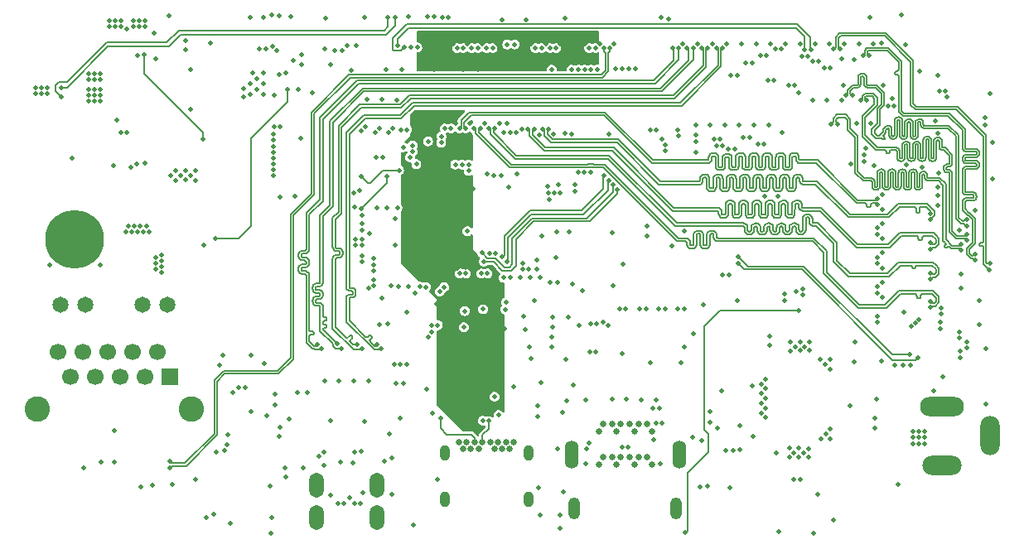
<source format=gbr>
G04 #@! TF.GenerationSoftware,KiCad,Pcbnew,7.0.1*
G04 #@! TF.CreationDate,2023-05-22T16:21:23+08:00*
G04 #@! TF.ProjectId,jetson-nano-baseboard,6a657473-6f6e-42d6-9e61-6e6f2d626173,1.6.1*
G04 #@! TF.SameCoordinates,Original*
G04 #@! TF.FileFunction,Copper,L4,Inr*
G04 #@! TF.FilePolarity,Positive*
%FSLAX46Y46*%
G04 Gerber Fmt 4.6, Leading zero omitted, Abs format (unit mm)*
G04 Created by KiCad (PCBNEW 7.0.1) date 2023-05-22 16:21:23*
%MOMM*%
%LPD*%
G01*
G04 APERTURE LIST*
G04 #@! TA.AperFunction,ComponentPad*
%ADD10C,0.650000*%
G04 #@! TD*
G04 #@! TA.AperFunction,ComponentPad*
%ADD11O,1.400000X2.850000*%
G04 #@! TD*
G04 #@! TA.AperFunction,ComponentPad*
%ADD12O,1.200000X2.250000*%
G04 #@! TD*
G04 #@! TA.AperFunction,ComponentPad*
%ADD13O,4.500000X2.000000*%
G04 #@! TD*
G04 #@! TA.AperFunction,ComponentPad*
%ADD14O,1.990000X4.000000*%
G04 #@! TD*
G04 #@! TA.AperFunction,ComponentPad*
%ADD15O,4.000000X2.000000*%
G04 #@! TD*
G04 #@! TA.AperFunction,ComponentPad*
%ADD16O,1.000000X1.600000*%
G04 #@! TD*
G04 #@! TA.AperFunction,ComponentPad*
%ADD17O,1.500000X2.550000*%
G04 #@! TD*
G04 #@! TA.AperFunction,ComponentPad*
%ADD18R,1.700000X1.700000*%
G04 #@! TD*
G04 #@! TA.AperFunction,ComponentPad*
%ADD19C,1.700000*%
G04 #@! TD*
G04 #@! TA.AperFunction,ComponentPad*
%ADD20C,1.650000*%
G04 #@! TD*
G04 #@! TA.AperFunction,ComponentPad*
%ADD21C,2.600000*%
G04 #@! TD*
G04 #@! TA.AperFunction,ComponentPad*
%ADD22C,6.000000*%
G04 #@! TD*
G04 #@! TA.AperFunction,ViaPad*
%ADD23C,0.500000*%
G04 #@! TD*
G04 #@! TA.AperFunction,Conductor*
%ADD24C,0.150000*%
G04 #@! TD*
G04 #@! TA.AperFunction,Conductor*
%ADD25C,0.200000*%
G04 #@! TD*
G04 #@! TA.AperFunction,Conductor*
%ADD26C,0.180000*%
G04 #@! TD*
G04 #@! TA.AperFunction,Conductor*
%ADD27C,0.138000*%
G04 #@! TD*
G04 #@! TA.AperFunction,Conductor*
%ADD28C,0.160000*%
G04 #@! TD*
G04 #@! TA.AperFunction,Conductor*
%ADD29C,0.185000*%
G04 #@! TD*
G04 APERTURE END LIST*
D10*
X133960000Y-121955000D03*
X133960000Y-118605000D03*
X134410000Y-121180000D03*
X134410000Y-117830000D03*
X135310000Y-121180000D03*
X135310000Y-117830000D03*
X135760000Y-121955000D03*
X135760000Y-118605000D03*
X136210000Y-121180000D03*
X136210000Y-117830000D03*
X137110000Y-121180000D03*
X137110000Y-117830000D03*
X137568000Y-121955000D03*
X137568000Y-118605000D03*
X138009990Y-121180000D03*
X138009990Y-117830000D03*
X138909990Y-121180000D03*
X138909990Y-117830000D03*
X139360000Y-121955000D03*
X139360000Y-118605000D03*
D11*
X131160000Y-120955000D03*
D12*
X131460000Y-126455000D03*
X141860000Y-126455000D03*
D11*
X142160000Y-120955000D03*
D13*
X169057400Y-116030000D03*
D14*
X173937000Y-118980000D03*
D15*
X169057400Y-122030000D03*
D10*
X125259920Y-119645000D03*
X124859920Y-120345000D03*
X124059920Y-120345000D03*
X123659920Y-119645000D03*
X123259920Y-120345000D03*
X122859920Y-119645000D03*
X122059920Y-119645000D03*
X121659920Y-120345000D03*
X121259920Y-119645000D03*
X120859920Y-120345000D03*
X120059920Y-120345000D03*
X119659920Y-119645000D03*
D16*
X126729920Y-125525000D03*
X118189920Y-120795000D03*
X126729920Y-120795000D03*
D10*
X124459920Y-119645000D03*
X120459920Y-119645000D03*
D16*
X118189920Y-125525000D03*
D17*
X111308400Y-127406010D03*
X111308400Y-124046010D03*
X105108400Y-124046010D03*
X105108400Y-127406010D03*
D18*
X90140000Y-113010010D03*
D19*
X88870000Y-110470010D03*
X87600000Y-113010010D03*
X86330000Y-110470010D03*
X85060000Y-113010010D03*
X83790000Y-110470010D03*
X82520000Y-113010010D03*
X81250000Y-110470010D03*
X79980000Y-113010010D03*
X78710000Y-110470010D03*
D20*
X89894000Y-105640010D03*
X87354000Y-105640010D03*
X81504000Y-105640010D03*
X78964000Y-105640010D03*
D21*
X92303180Y-116310010D03*
X76546830Y-116310010D03*
D22*
X80408250Y-98918050D03*
D23*
X136296600Y-81500000D03*
X130000000Y-94200000D03*
X128800000Y-94200000D03*
X129400000Y-94200000D03*
X135700000Y-81500000D03*
X85600000Y-98200000D03*
X86500000Y-97600000D03*
X86800000Y-98200000D03*
X167250000Y-119800000D03*
X167250000Y-118600000D03*
X86200000Y-98200000D03*
X87100000Y-97600000D03*
X166050000Y-119200000D03*
X87400000Y-98200000D03*
X166650000Y-118600000D03*
X167250000Y-119200000D03*
X166050000Y-119800000D03*
X166650000Y-119800000D03*
X85900000Y-97600000D03*
X87000000Y-77200000D03*
X87000000Y-76600000D03*
X88000000Y-98200000D03*
X87600000Y-77200000D03*
X86400000Y-77200000D03*
X166650000Y-119200000D03*
X87700000Y-97600000D03*
X86400000Y-76600000D03*
X166050000Y-118600000D03*
X87600000Y-76600000D03*
X130551990Y-111188360D03*
X145094000Y-124146010D03*
X117450000Y-123500000D03*
X137668200Y-81468210D03*
X136982400Y-81468210D03*
X117500000Y-107700000D03*
X126238200Y-106766610D03*
X131292800Y-103490010D03*
X132250000Y-104200000D03*
X130950000Y-98200000D03*
X168326000Y-86827610D03*
X144424600Y-119466610D03*
X100891200Y-114793010D03*
X138912800Y-98562410D03*
X136423600Y-101483410D03*
X122824502Y-100350000D03*
X88700000Y-101400000D03*
X139179979Y-111529226D03*
X97100000Y-114075000D03*
X89300000Y-100500000D03*
X93800000Y-127400000D03*
X109758400Y-98006010D03*
X84425000Y-121700000D03*
X164100000Y-85300000D03*
X88700000Y-100800000D03*
X114300000Y-106400000D03*
X165000000Y-111800000D03*
X163550825Y-85300000D03*
X88700000Y-102000000D03*
X92200000Y-85600000D03*
X97800000Y-114075000D03*
X123400000Y-100350000D03*
X141400000Y-99600000D03*
X89300000Y-101700000D03*
X136370000Y-110630000D03*
X165800000Y-111800000D03*
X89300000Y-102300000D03*
X109758400Y-96506010D03*
X152300000Y-128800000D03*
X109758400Y-97306010D03*
X164200000Y-111800000D03*
X89300000Y-101100000D03*
X168605400Y-88050000D03*
X116850000Y-107700000D03*
X142700000Y-109900000D03*
X122128461Y-106071539D03*
X120269200Y-106258610D03*
X116916400Y-116723410D03*
X150525000Y-113700000D03*
X151000000Y-114200000D03*
X150525000Y-114700000D03*
X151016800Y-115174990D03*
X151000000Y-113244590D03*
X144300000Y-124200000D03*
X150525000Y-115675000D03*
X151016800Y-117149990D03*
X162800000Y-111400000D03*
X113358400Y-95706010D03*
X154800000Y-104000000D03*
X110958400Y-103641600D03*
X150525000Y-116675000D03*
X159700000Y-91200000D03*
X110958400Y-102141600D03*
X162200000Y-117200000D03*
X151000000Y-116175000D03*
X143550000Y-119175000D03*
X97650000Y-83500000D03*
X154800000Y-104600000D03*
X110958400Y-103041600D03*
X110958400Y-101506010D03*
X110958400Y-100841600D03*
X163020000Y-83160000D03*
X107558400Y-121706010D03*
X108458400Y-125356010D03*
X108858400Y-121756010D03*
X109820039Y-124800496D03*
X95682000Y-120508010D03*
X124351990Y-108106010D03*
X122151990Y-108106010D03*
X123251990Y-108106010D03*
X95978200Y-119897610D03*
X96003600Y-118881610D03*
X123775800Y-87107010D03*
X126085800Y-87665810D03*
X173482200Y-110119410D03*
X83024410Y-101525910D03*
X77800400Y-101534210D03*
X161061600Y-90993210D03*
X161264800Y-89596210D03*
X161061600Y-90307410D03*
X127889200Y-88250010D03*
X141046400Y-76362810D03*
X155778380Y-84660150D03*
X144025790Y-78907010D03*
X160121800Y-109408210D03*
X170993000Y-103947210D03*
X170993000Y-102474010D03*
X145288200Y-117637810D03*
X145288200Y-116494810D03*
X117400000Y-105500000D03*
X116321990Y-114281506D03*
X104165600Y-114589810D03*
X96545600Y-114564410D03*
X98425200Y-116494810D03*
X114020800Y-96784410D03*
X113128890Y-99498010D03*
X130632400Y-115402610D03*
X125247600Y-114031010D03*
X127711400Y-115936010D03*
X127711400Y-117002810D03*
X126099960Y-81361400D03*
X117099980Y-81523930D03*
X127609800Y-81315810D03*
X119025800Y-78907010D03*
X120525780Y-78907010D03*
X122025800Y-78907010D03*
X127025780Y-78907010D03*
X128525780Y-78907010D03*
X131025780Y-78907010D03*
X117525800Y-78907010D03*
X129006800Y-103337610D03*
X129718000Y-103337610D03*
X162915800Y-94317810D03*
X162909390Y-95844890D03*
X162915800Y-97317810D03*
X166979800Y-91577410D03*
X131496000Y-93990410D03*
X128900000Y-94900000D03*
X129277100Y-88134940D03*
X159025820Y-78907010D03*
X160525820Y-78907010D03*
X172443400Y-95948810D03*
X174193400Y-92720410D03*
X174193400Y-89012010D03*
X152694380Y-87965940D03*
X151295590Y-87233370D03*
X149795600Y-87233370D03*
X148295600Y-87233370D03*
X158778380Y-84660150D03*
X157278390Y-84660150D03*
X140386000Y-88656410D03*
X138894000Y-97536010D03*
X145295600Y-87233370D03*
X122275800Y-87107010D03*
X154358790Y-83907900D03*
X130025780Y-78907010D03*
X143865800Y-87234010D03*
X146795600Y-87233370D03*
X165875850Y-107827120D03*
X172826080Y-107623920D03*
X172826080Y-105173920D03*
X162929010Y-104831030D03*
X162915800Y-103317810D03*
X162909630Y-98849560D03*
X162960680Y-100317490D03*
X162960680Y-101849550D03*
X165160640Y-106337990D03*
X110417470Y-113386560D03*
X108917470Y-113386560D03*
X107417470Y-113386560D03*
X105917470Y-113386560D03*
X111497420Y-107615140D03*
X135525790Y-78907010D03*
X134025790Y-78907010D03*
X132525790Y-78907010D03*
X116025790Y-78907010D03*
X162025810Y-78907010D03*
X157525830Y-78907010D03*
X156025820Y-78907010D03*
X154525790Y-78907010D03*
X153025800Y-78907010D03*
X151525780Y-78907010D03*
X147025790Y-78907010D03*
X145525790Y-78907010D03*
X142525790Y-78907010D03*
X94818400Y-120685810D03*
X106013490Y-76284600D03*
X140251990Y-121906010D03*
X132651990Y-121906010D03*
X102300000Y-117300000D03*
X136782080Y-115296040D03*
X173467770Y-115765830D03*
X102484000Y-76150700D03*
X110017080Y-76261070D03*
X91700000Y-92855410D03*
X98291380Y-76200000D03*
X160275870Y-87050280D03*
X161775860Y-87050280D03*
X123525790Y-78907010D03*
X148525790Y-78907010D03*
X150025790Y-78907010D03*
X135293800Y-115304380D03*
X139811520Y-115332510D03*
X113614400Y-117206010D03*
X103175000Y-114615210D03*
X129200000Y-106900000D03*
X135407600Y-103642410D03*
X119278600Y-87109010D03*
X120777000Y-87105810D03*
X117823640Y-87082020D03*
X99692620Y-76200000D03*
X121596370Y-81523930D03*
X120087600Y-81523930D03*
X98550000Y-81900000D03*
X99700000Y-81900000D03*
X92700000Y-91900000D03*
X92697600Y-92900000D03*
X91700000Y-91900000D03*
X102700000Y-80635500D03*
X98300000Y-83000000D03*
X99700000Y-84100000D03*
X98318760Y-84100000D03*
X99700000Y-83000000D03*
X118335680Y-108555380D03*
X170777240Y-97953800D03*
X90716800Y-92874990D03*
X90700000Y-91900000D03*
X90200000Y-92400000D03*
X91200000Y-92400000D03*
X155355410Y-121200000D03*
X154900000Y-120800000D03*
X153900000Y-120800000D03*
X154400000Y-120300000D03*
X155400000Y-120302400D03*
X154400000Y-121200000D03*
X153425010Y-120300000D03*
X153425010Y-121216800D03*
X147699600Y-120482610D03*
X146886800Y-120482610D03*
X76400000Y-84000000D03*
X76400000Y-83400000D03*
X77600000Y-84000000D03*
X77000000Y-84000000D03*
X77000000Y-83400000D03*
X77600000Y-83400000D03*
X100700000Y-92400000D03*
X99000000Y-83600000D03*
X146500000Y-114400000D03*
X126200000Y-101400000D03*
X109058400Y-98906010D03*
X138280000Y-115390000D03*
X84500000Y-76600000D03*
X85100000Y-76600000D03*
X129958400Y-128506010D03*
X119951990Y-113806010D03*
X100350000Y-124150000D03*
X149600000Y-113900000D03*
X131350000Y-113800000D03*
X155455410Y-110300000D03*
X100500000Y-127400000D03*
X153525010Y-109400000D03*
X114393990Y-99450000D03*
X166300000Y-107500000D03*
X99000000Y-82500000D03*
X154150000Y-104250000D03*
X126800000Y-102000000D03*
X92200000Y-81600000D03*
X84350000Y-91350000D03*
X156300000Y-125000000D03*
X110300000Y-84650000D03*
X83900000Y-77200000D03*
X88320722Y-124088819D03*
X120353092Y-101793452D03*
X152950000Y-105200000D03*
X99800000Y-111600000D03*
X92200000Y-92400000D03*
X155000000Y-109900000D03*
X92700000Y-123500000D03*
X81800000Y-84800000D03*
X100700000Y-88200000D03*
X130358400Y-124706010D03*
X154500000Y-110300000D03*
X83000000Y-84800000D03*
X83000000Y-84200000D03*
X109058400Y-99506010D03*
X85700000Y-88000000D03*
X109758400Y-98906010D03*
X84500000Y-77200000D03*
X87125000Y-124225000D03*
X83900000Y-76600000D03*
X164900000Y-76000000D03*
X100700000Y-90000000D03*
X120000000Y-89200000D03*
X95500000Y-110808484D03*
X100700000Y-91800000D03*
X82400000Y-83600000D03*
X100700000Y-91200000D03*
X114300000Y-111700000D03*
X109758400Y-99506010D03*
X93600000Y-99500000D03*
X158958400Y-83156010D03*
X80100000Y-90600000D03*
X154000000Y-109900000D03*
X162305593Y-115305593D03*
X100700000Y-88800000D03*
X164500000Y-124000000D03*
X169400000Y-83800000D03*
X119100000Y-101200000D03*
X121700000Y-101800000D03*
X122850000Y-101800000D03*
X110391639Y-103949500D03*
X96300000Y-128000000D03*
X118750000Y-81450000D03*
X126200000Y-102000000D03*
X81300000Y-122300000D03*
X120700000Y-88500000D03*
X121100000Y-93800000D03*
X81800000Y-84200000D03*
X120000000Y-88500000D03*
X152100000Y-120800000D03*
X166675000Y-107125000D03*
X119300000Y-88500000D03*
X168800000Y-83800000D03*
X85100000Y-77200000D03*
X91700000Y-78600000D03*
X168558400Y-82137500D03*
X154500000Y-123500000D03*
X117900000Y-96500000D03*
X152950000Y-104500000D03*
X119450000Y-101850000D03*
X155500000Y-109402400D03*
X153900000Y-123500000D03*
X100450000Y-128950000D03*
X95200000Y-111800000D03*
X90000000Y-76100000D03*
X154500000Y-109400000D03*
X113650000Y-111700000D03*
X100700000Y-90600000D03*
X85100000Y-88000000D03*
X100700000Y-89400000D03*
X127758400Y-124306010D03*
X148100000Y-105200000D03*
X151450000Y-108800000D03*
X153525010Y-110316800D03*
X82400000Y-84800000D03*
X120700000Y-89200000D03*
X131975000Y-107750000D03*
X81800000Y-83600000D03*
X119300000Y-89200000D03*
X82400000Y-84200000D03*
X142700000Y-98075000D03*
X83000000Y-83600000D03*
X112800000Y-121300000D03*
X169500000Y-84400000D03*
X143650004Y-108550000D03*
X112700000Y-103700000D03*
X113050000Y-111700000D03*
X112573000Y-118806210D03*
X106530000Y-117500000D03*
X101346200Y-118120410D03*
X110020000Y-117550000D03*
X148400000Y-120400000D03*
X151435000Y-109800000D03*
X116886350Y-108413650D03*
X123698000Y-116890800D03*
X117765330Y-117221800D03*
X116549500Y-108900000D03*
X124200000Y-102850000D03*
X144600000Y-105600000D03*
X146100000Y-118200000D03*
X113157200Y-96809810D03*
X100050800Y-116977410D03*
X109758400Y-100606010D03*
X103450000Y-88600000D03*
X109758400Y-101206010D03*
X102900000Y-94500000D03*
X129958400Y-127106010D03*
X142316400Y-111567210D03*
X134930170Y-107750000D03*
X101900000Y-122256010D03*
X103708400Y-122256010D03*
X139555440Y-119383840D03*
X90400000Y-124000000D03*
X83060000Y-121685000D03*
X124387858Y-106093428D03*
X130800000Y-106900000D03*
X124455120Y-105355120D03*
X127384000Y-105206010D03*
X115036800Y-128153410D03*
X111785600Y-104937810D03*
X115196548Y-104396548D03*
X154400000Y-106200000D03*
X142800000Y-128900000D03*
X160020200Y-80528410D03*
X158801000Y-80503010D03*
X131826200Y-92060010D03*
X132461200Y-92060010D03*
X102106920Y-83556920D03*
X94772175Y-98820826D03*
X140098850Y-106022020D03*
X148964491Y-80919500D03*
X139772373Y-117714864D03*
X140723850Y-106022020D03*
X149599895Y-80919500D03*
X140397373Y-117714864D03*
X147421800Y-82154010D03*
X142052360Y-106022020D03*
X139489480Y-116191830D03*
X148089480Y-82162620D03*
X142677360Y-106022020D03*
X140114480Y-116191830D03*
X149750000Y-119100000D03*
X148361351Y-117938648D03*
X136071480Y-106022020D03*
X151964500Y-79432400D03*
X132664400Y-120355610D03*
X136696480Y-106022020D03*
X152589500Y-79432400D03*
X132976980Y-119732610D03*
X138144650Y-106002020D03*
X150464490Y-80135110D03*
X136346500Y-120190660D03*
X138769650Y-106002020D03*
X151089490Y-80135110D03*
X136973500Y-120190660D03*
X139214490Y-87728460D03*
X133080160Y-107533540D03*
X139839490Y-87728460D03*
X133705160Y-107533540D03*
X145964490Y-79368670D03*
X111720971Y-110120971D03*
X146589490Y-79368670D03*
X111279029Y-109679029D03*
X144464490Y-79368670D03*
X109720971Y-110120971D03*
X142964490Y-79368670D03*
X107670971Y-110070971D03*
X145089490Y-79368670D03*
X109279029Y-109679029D03*
X141464490Y-79368670D03*
X105620971Y-110120971D03*
X143589490Y-79368670D03*
X107229029Y-109629029D03*
X142089490Y-79368670D03*
X105179029Y-109679029D03*
X126924000Y-102778810D03*
X123291600Y-115011200D03*
X124917400Y-102855010D03*
X125933400Y-102778810D03*
X127914600Y-102778810D03*
X102000000Y-123200000D03*
X105896761Y-122067649D03*
X106508400Y-125106010D03*
X112807205Y-125007205D03*
X101300000Y-119100000D03*
X112000000Y-121600000D03*
X129724800Y-120306010D03*
X163958400Y-84506010D03*
X161654479Y-76245521D03*
X126416550Y-108192440D03*
X128016000Y-113588800D03*
X112369600Y-107594400D03*
X126851764Y-109898236D03*
X127002664Y-111073733D03*
X129205880Y-107926440D03*
X120157540Y-107906010D03*
X134400000Y-107400000D03*
X127958400Y-127106010D03*
X105829371Y-120685039D03*
X107920900Y-125956010D03*
X105387429Y-121126981D03*
X107295900Y-125956010D03*
X109628812Y-120633688D03*
X109574662Y-125953233D03*
X108949662Y-125953233D03*
X108987500Y-120650000D03*
X130251400Y-116621810D03*
X132626410Y-115326410D03*
X124892000Y-87996010D03*
X133121600Y-81569810D03*
X115650000Y-103751500D03*
X120650200Y-91272610D03*
X124257000Y-87996010D03*
X132486600Y-81569810D03*
X114474470Y-103751500D03*
X119964400Y-91272610D03*
X154714500Y-80235210D03*
X125527000Y-87996010D03*
X116272088Y-103806357D03*
X133756600Y-81569810D03*
X120650200Y-91933010D03*
X124557240Y-87096020D03*
X131851600Y-81569810D03*
X113474470Y-103751500D03*
X119278600Y-91272610D03*
X151229200Y-82681410D03*
X157597710Y-81397440D03*
X153319500Y-83161770D03*
X153944500Y-83161770D03*
X142048990Y-87750500D03*
X142087800Y-88377010D03*
X143850300Y-88278700D03*
X143846910Y-88938950D03*
X140716200Y-89240610D03*
X140709690Y-89871370D03*
X156972710Y-81397440D03*
X151854200Y-82681410D03*
X156421850Y-80722970D03*
X155796850Y-80722970D03*
X155339500Y-80235210D03*
X170850000Y-110994010D03*
X146355000Y-88707210D03*
X170850000Y-110369010D03*
X145714500Y-88710440D03*
X170825000Y-109033430D03*
X147839490Y-89725000D03*
X170825000Y-108408430D03*
X147214490Y-89725000D03*
X145952270Y-89335440D03*
X171566240Y-110033430D03*
X146577270Y-89335440D03*
X171566240Y-109408430D03*
X168860000Y-108040000D03*
X150839490Y-89188110D03*
X168873750Y-107408430D03*
X150214490Y-89188110D03*
X168914190Y-106533440D03*
X149339490Y-88505070D03*
X168914190Y-105908440D03*
X148714490Y-88505070D03*
X158589530Y-79436880D03*
X173838370Y-102033450D03*
X157964530Y-79436880D03*
X173971570Y-101407210D03*
X161589510Y-80150650D03*
X172365790Y-101033450D03*
X160964510Y-80150650D03*
X172365790Y-100408450D03*
X125603200Y-92263210D03*
X124003000Y-92364810D03*
X117691733Y-104258182D03*
X123190200Y-92364810D03*
X118135600Y-103818880D03*
X122555200Y-92263210D03*
X159214520Y-84190790D03*
X171551480Y-96908450D03*
X159839520Y-84190790D03*
X171551480Y-97533450D03*
X171551480Y-98408450D03*
X160714510Y-84679850D03*
X171551480Y-99033450D03*
X161339510Y-84679850D03*
X170980970Y-99408450D03*
X157714530Y-87117670D03*
X170980970Y-100033450D03*
X158339530Y-87117670D03*
X111303000Y-95717610D03*
X106985000Y-79639410D03*
X112293600Y-95717610D03*
X107721600Y-79639410D03*
X135864800Y-93838010D03*
X122200000Y-101200000D03*
X113970000Y-113675410D03*
X134950400Y-92898210D03*
X124600000Y-101200000D03*
X134467800Y-92390210D03*
X113233400Y-113675410D03*
X124100000Y-100700000D03*
X133030160Y-110422270D03*
X133655160Y-110422270D03*
X115299620Y-91239079D03*
X111899996Y-90500004D03*
X114681200Y-90536010D03*
X114750000Y-79258410D03*
X114935200Y-89951810D03*
X115400000Y-79300000D03*
X114935200Y-89316810D03*
X109200670Y-79107140D03*
X113400000Y-79150000D03*
X129150000Y-108950000D03*
X124600000Y-79000000D03*
X165300000Y-79000000D03*
X154950000Y-79525000D03*
X108266060Y-79122840D03*
X155625000Y-79500000D03*
X129150000Y-109900000D03*
X114100000Y-79250000D03*
X166758400Y-81706010D03*
X125350000Y-79000000D03*
X162860000Y-78880000D03*
X129641098Y-98187520D03*
X103600000Y-81100000D03*
X100500000Y-76000000D03*
X160030000Y-111450000D03*
X128100000Y-98600000D03*
X165400000Y-91300000D03*
X112300000Y-92500000D03*
X109700000Y-95800000D03*
X168200000Y-114400000D03*
X162100000Y-91400000D03*
X113538200Y-91882210D03*
X109652000Y-92500000D03*
X135280600Y-98206810D03*
X103600000Y-80000000D03*
X97650000Y-84350000D03*
X100784000Y-84206010D03*
X100838200Y-115859810D03*
X135433000Y-93355410D03*
X122000000Y-100300000D03*
X134464490Y-79368670D03*
X90068544Y-121629304D03*
X135089490Y-79368670D03*
X90068544Y-122254304D03*
X132964480Y-79368670D03*
X122105110Y-117462090D03*
X133589480Y-79368670D03*
X122732110Y-117506040D03*
X94291840Y-78845290D03*
X128214480Y-87645560D03*
X167820400Y-96270800D03*
X128839480Y-87645560D03*
X167820400Y-96895800D03*
X167820400Y-99290310D03*
X126714480Y-87645560D03*
X167820400Y-99915310D03*
X127339480Y-87645560D03*
X122714490Y-87563600D03*
X167820400Y-102356580D03*
X123339490Y-87563600D03*
X167820400Y-102981580D03*
X167820400Y-105275890D03*
X121214500Y-87563600D03*
X167820400Y-105900890D03*
X121839500Y-87563600D03*
X121589500Y-79368670D03*
X162457790Y-107393530D03*
X120964500Y-79368670D03*
X162457790Y-106768530D03*
X162457790Y-104393530D03*
X123089500Y-79368670D03*
X162457790Y-103768530D03*
X122464500Y-79368670D03*
X162457790Y-101393530D03*
X128089480Y-79368670D03*
X162457790Y-100768530D03*
X127464480Y-79368670D03*
X129589480Y-79368670D03*
X162457790Y-98393530D03*
X128964480Y-79368670D03*
X162457790Y-97768530D03*
X162457790Y-95393530D03*
X120339490Y-87563600D03*
X162457790Y-94768530D03*
X119714490Y-87563600D03*
X101989460Y-81898910D03*
X118589500Y-76208570D03*
X101254150Y-82056110D03*
X117964500Y-76208570D03*
X112236480Y-81567720D03*
X105904220Y-79444470D03*
X114527270Y-76178930D03*
X101300000Y-76100000D03*
X117089490Y-76179190D03*
X99892690Y-79407390D03*
X116464490Y-76179190D03*
X99267690Y-79407390D03*
X101052880Y-79609690D03*
X117873910Y-88391090D03*
X100610940Y-79167750D03*
X117839420Y-89055290D03*
X122575000Y-102417570D03*
X118214490Y-87574230D03*
X121950000Y-102417570D03*
X118839490Y-87574230D03*
X119464490Y-79368670D03*
X120375000Y-102417570D03*
X120089490Y-79368670D03*
X119750000Y-102417570D03*
X114339505Y-87706117D03*
X113714505Y-87706117D03*
X112920971Y-87596729D03*
X112479029Y-88038671D03*
X113300000Y-84679979D03*
X111800000Y-84650000D03*
X110120971Y-87379029D03*
X109679029Y-87820971D03*
X111119386Y-88038671D03*
X111561328Y-87596729D03*
X147300000Y-102600000D03*
X100750000Y-87400000D03*
X127600000Y-102000000D03*
X146600000Y-102600000D03*
X127600000Y-101000000D03*
X101410878Y-87389125D03*
X106527800Y-81061810D03*
X129133800Y-81569810D03*
X113831370Y-81556130D03*
X131165800Y-81570010D03*
X168605400Y-94473010D03*
X131496000Y-93355410D03*
X150927000Y-94523810D03*
X133096200Y-92034610D03*
X168605000Y-95463610D03*
X152222400Y-94523810D03*
X129845000Y-93355410D03*
X120524799Y-98093096D03*
X129550000Y-100750000D03*
X109000000Y-95600000D03*
X87450000Y-80050000D03*
X93500000Y-88700000D03*
X169088000Y-112989610D03*
X111200000Y-90500000D03*
X82400000Y-82000000D03*
X85750000Y-77400000D03*
X81800000Y-82000000D03*
X83000000Y-82600000D03*
X88700000Y-80500000D03*
X81800000Y-82600000D03*
X82400000Y-82600000D03*
X83000000Y-82000000D03*
X156700000Y-119300000D03*
X157200000Y-118800000D03*
X157600000Y-111200000D03*
X157600000Y-119300000D03*
X157600000Y-118300000D03*
X156600000Y-111200000D03*
X157600000Y-112200000D03*
X157100000Y-111700000D03*
X159600000Y-115900000D03*
X162200000Y-118200000D03*
X87600000Y-91100000D03*
X84700000Y-86700000D03*
X173400000Y-87200000D03*
X143900000Y-90000000D03*
X173400000Y-86500000D03*
X135000000Y-88200000D03*
X128700000Y-93500000D03*
X108917000Y-94200000D03*
X166600000Y-111000000D03*
X101400000Y-94600000D03*
X148200000Y-101400000D03*
X108675000Y-81625000D03*
X103200000Y-83600000D03*
X109500000Y-93896309D03*
X148200000Y-100700000D03*
X165700000Y-110700000D03*
X168681600Y-92187010D03*
X116494141Y-88906100D03*
X104700000Y-83900000D03*
X168605400Y-93558610D03*
X113950000Y-89500000D03*
X124750000Y-93576310D03*
X173900000Y-84000000D03*
X91700000Y-79550000D03*
X88500000Y-77850000D03*
X86800000Y-80100000D03*
X94600000Y-127000000D03*
X112400000Y-76205510D03*
X79000000Y-84400000D03*
X79000000Y-83400000D03*
X113150000Y-76205510D03*
X126500000Y-76450500D03*
X86164494Y-91521304D03*
X130500000Y-76300000D03*
X110500000Y-98300000D03*
X124100000Y-76450500D03*
X86700000Y-91200000D03*
X140300000Y-76200000D03*
X131210000Y-88190000D03*
X84400000Y-118500000D03*
X130537000Y-88100000D03*
X98400000Y-110810000D03*
X157900000Y-127600000D03*
X147345600Y-124343410D03*
X155900000Y-129000000D03*
D24*
X118400000Y-118900000D02*
X120919840Y-118900000D01*
X117765330Y-117221800D02*
X117765330Y-118265330D01*
X117765330Y-118265330D02*
X118400000Y-118900000D01*
X120919840Y-118900000D02*
X121259920Y-119240080D01*
X121259920Y-119240080D02*
X121259920Y-119645000D01*
X154400000Y-106200000D02*
X146300000Y-106200000D01*
X145150000Y-118850000D02*
X145150000Y-120650000D01*
X145150000Y-120650000D02*
X143000000Y-122800000D01*
X144700000Y-118400000D02*
X145150000Y-118850000D01*
X143000000Y-128700000D02*
X142800000Y-128900000D01*
X146300000Y-106200000D02*
X144700000Y-107800000D01*
X144700000Y-107800000D02*
X144700000Y-118400000D01*
X143000000Y-122800000D02*
X143000000Y-128700000D01*
D25*
X97179174Y-98820826D02*
X94772175Y-98820826D01*
X102106920Y-84893080D02*
X98400000Y-88600000D01*
X102106920Y-83556920D02*
X102106920Y-84893080D01*
X98400000Y-88600000D02*
X98400000Y-97600000D01*
X98400000Y-97600000D02*
X97179174Y-98820826D01*
D26*
X111502230Y-110144030D02*
X111525289Y-110120971D01*
X142286832Y-84947500D02*
X114936832Y-84947500D01*
X109936832Y-86247500D02*
X108147500Y-88036832D01*
X111525289Y-110120971D02*
X111720971Y-110120971D01*
X108147500Y-107363168D02*
X110905303Y-110120971D01*
X108699226Y-104553274D02*
X108523657Y-104553274D01*
X108360448Y-104156022D02*
X108439954Y-104183842D01*
X108793452Y-104459048D02*
X108791089Y-104480015D01*
X108147500Y-104929431D02*
X108147500Y-107363168D01*
X108791089Y-104266532D02*
X108793452Y-104287500D01*
X108740109Y-104543942D02*
X108720193Y-104550911D01*
X108147500Y-88036832D02*
X108147500Y-103817116D01*
X108289127Y-104111208D02*
X108360448Y-104156022D01*
X113636832Y-86247500D02*
X109936832Y-86247500D01*
X110905303Y-110120971D02*
X111032769Y-110120971D01*
X108229565Y-104694901D02*
X108184751Y-104766222D01*
X145964490Y-79368670D02*
X146124490Y-79528670D01*
X108720193Y-104550911D02*
X108699226Y-104553274D01*
X108757974Y-104532716D02*
X108740109Y-104543942D01*
X108772894Y-104228751D02*
X108784120Y-104246616D01*
X114936832Y-84947500D02*
X113636832Y-86247500D01*
X108784120Y-104246616D02*
X108791089Y-104266532D01*
X108523657Y-104553274D02*
X108439954Y-104562705D01*
X108439954Y-104183842D02*
X108523657Y-104193274D01*
X108757974Y-104213831D02*
X108772894Y-104228751D01*
X108439954Y-104562705D02*
X108360448Y-104590525D01*
X108791089Y-104480015D02*
X108784120Y-104499931D01*
X108793452Y-104287500D02*
X108793452Y-104459048D01*
X108720193Y-104195636D02*
X108740109Y-104202605D01*
X108784120Y-104499931D02*
X108772894Y-104517796D01*
X108147500Y-103817116D02*
X108156931Y-103900819D01*
X108156931Y-104845728D02*
X108147500Y-104929431D01*
X111032769Y-110120971D02*
X111055828Y-110144030D01*
X108699226Y-104193274D02*
X108720193Y-104195636D01*
X108360448Y-104590525D02*
X108289127Y-104635339D01*
X146124490Y-79528670D02*
X146124490Y-81109842D01*
X108289127Y-104635339D02*
X108229565Y-104694901D01*
X108184751Y-104766222D02*
X108156931Y-104845728D01*
X146124490Y-81109842D02*
X142286832Y-84947500D01*
X111055828Y-110144030D02*
X111502230Y-110144030D01*
X108156931Y-103900819D02*
X108184751Y-103980325D01*
X108772894Y-104517796D02*
X108757974Y-104532716D01*
X108184751Y-103980325D02*
X108229565Y-104051646D01*
X108229565Y-104051646D02*
X108289127Y-104111208D01*
X108523657Y-104193274D02*
X108699226Y-104193274D01*
X108740109Y-104202605D02*
X108757974Y-104213831D01*
X109016386Y-104716646D02*
X108956824Y-104776208D01*
X111142087Y-109815971D02*
X111279029Y-109679029D01*
X110747245Y-108902351D02*
X110747245Y-108942658D01*
X108461831Y-104911616D02*
X108454862Y-104931532D01*
X108546726Y-104858274D02*
X108525758Y-104860636D01*
X113763168Y-86552500D02*
X110063168Y-86552500D01*
X110285445Y-108925667D02*
X110321760Y-108908178D01*
X110353274Y-108883047D02*
X110441097Y-108795225D01*
X109098452Y-104482116D02*
X109089020Y-104565819D01*
X110695656Y-108795225D02*
X110720787Y-108826739D01*
X108805997Y-104848842D02*
X108722294Y-104858274D01*
X108505842Y-104867605D02*
X108487977Y-104878831D01*
X110508926Y-108752605D02*
X110548223Y-108743636D01*
X146429490Y-81236178D02*
X142413168Y-85252500D01*
X108505842Y-103878942D02*
X108525758Y-103885911D01*
X108452500Y-104952500D02*
X108452500Y-107236832D01*
X110321760Y-108908178D02*
X110353274Y-108883047D01*
X108525758Y-103885911D02*
X108546726Y-103888274D01*
X108525758Y-104860636D02*
X108505842Y-104867605D01*
X115063168Y-85252500D02*
X113763168Y-86552500D01*
X110747245Y-108942658D02*
X110738276Y-108981955D01*
X110695656Y-109049784D02*
X110607834Y-109137607D01*
X109016386Y-104029901D02*
X109061200Y-104101222D01*
X110738276Y-108863054D02*
X110747245Y-108902351D01*
X110607834Y-109392166D02*
X111031639Y-109815971D01*
X146589490Y-79368670D02*
X146429490Y-79528670D01*
X110548223Y-108743636D02*
X110588530Y-108743636D01*
X109089020Y-104565819D02*
X109061200Y-104645325D01*
X108885503Y-103925525D02*
X108956824Y-103970339D01*
X110441097Y-108795225D02*
X110472611Y-108770093D01*
X110607834Y-109137607D02*
X110582702Y-109169121D01*
X109089020Y-104180728D02*
X109098452Y-104264431D01*
X110166544Y-108925667D02*
X110205841Y-108934636D01*
X110130229Y-108908178D02*
X110166544Y-108925667D01*
X108454862Y-103815015D02*
X108461831Y-103834931D01*
X108722294Y-104858274D02*
X108546726Y-104858274D01*
X110627827Y-108752605D02*
X110664142Y-108770093D01*
X110720787Y-108826739D02*
X110738276Y-108863054D01*
X110588530Y-108743636D02*
X110627827Y-108752605D01*
X109061200Y-104101222D02*
X109089020Y-104180728D01*
X146429490Y-79528670D02*
X146429490Y-81236178D01*
X110720787Y-109018270D02*
X110695656Y-109049784D01*
X110565214Y-109324337D02*
X110582702Y-109360652D01*
X108452500Y-103794048D02*
X108454862Y-103815015D01*
X111031639Y-109815971D02*
X111142087Y-109815971D01*
X110582702Y-109169121D02*
X110565214Y-109205436D01*
X108722294Y-103888274D02*
X108805997Y-103897705D01*
X109098452Y-104264431D02*
X109098452Y-104482116D01*
X110472611Y-108770093D02*
X110508926Y-108752605D01*
X110738276Y-108981955D02*
X110720787Y-109018270D01*
X108452500Y-88163168D02*
X108452500Y-103794048D01*
X108461831Y-103834931D02*
X108473057Y-103852796D01*
X110556245Y-109285040D02*
X110565214Y-109324337D01*
X110565214Y-109205436D02*
X110556245Y-109244733D01*
X108956824Y-104776208D02*
X108885503Y-104821022D01*
X108487977Y-104878831D02*
X108473057Y-104893751D01*
X108473057Y-104893751D02*
X108461831Y-104911616D01*
X110664142Y-108770093D02*
X110695656Y-108795225D01*
X109061200Y-104645325D02*
X109016386Y-104716646D01*
X110098717Y-108883049D02*
X110130229Y-108908178D01*
X110246148Y-108934636D02*
X110285445Y-108925667D01*
X108473057Y-103852796D02*
X108487977Y-103867716D01*
X108546726Y-103888274D02*
X108722294Y-103888274D01*
X108487977Y-103867716D02*
X108505842Y-103878942D01*
X108452500Y-107236832D02*
X110098717Y-108883049D01*
X110582702Y-109360652D02*
X110607834Y-109392166D01*
X108956824Y-103970339D02*
X109016386Y-104029901D01*
X108805997Y-103897705D02*
X108885503Y-103925525D01*
X110205841Y-108934636D02*
X110246148Y-108934636D01*
X142413168Y-85252500D02*
X115063168Y-85252500D01*
X108885503Y-104821022D02*
X108805997Y-104848842D01*
X110063168Y-86552500D02*
X108452500Y-88163168D01*
X108454862Y-104931532D02*
X108452500Y-104952500D01*
X110556245Y-109244733D02*
X110556245Y-109285040D01*
X107467820Y-100439464D02*
X107444464Y-100462820D01*
X109539328Y-85144990D02*
X107344989Y-87339329D01*
X106758189Y-99803519D02*
X106789722Y-99893634D01*
X107344989Y-96139343D02*
X106747500Y-96736832D01*
X106840516Y-100655526D02*
X106789722Y-100736365D01*
X107444464Y-100462820D02*
X107416497Y-100480392D01*
X106988865Y-100537222D02*
X106908026Y-100588016D01*
X107385321Y-100138698D02*
X107416497Y-100149607D01*
X107444464Y-100167179D02*
X107467820Y-100190535D01*
X107078980Y-100124310D02*
X107173853Y-100135000D01*
X107385321Y-100491301D02*
X107352500Y-100495000D01*
X107467820Y-100190535D02*
X107485392Y-100218502D01*
X106747500Y-96736832D02*
X106747500Y-99708646D01*
X107416497Y-100149607D02*
X107444464Y-100167179D01*
X106747500Y-108028850D02*
X108868650Y-110150000D01*
X106908026Y-100588016D02*
X106840516Y-100655526D01*
X107496301Y-100249678D02*
X107500000Y-100282500D01*
X106840516Y-99974473D02*
X106908026Y-100041983D01*
X106988865Y-100092777D02*
X107078980Y-100124310D01*
X106789722Y-100736365D02*
X106758189Y-100826480D01*
X141586829Y-84197489D02*
X114586842Y-84197490D01*
X107352500Y-100495000D02*
X107173853Y-100495000D01*
X107416497Y-100480392D02*
X107385321Y-100491301D01*
X106747500Y-100921353D02*
X106747500Y-108028850D01*
X109691942Y-110150000D02*
X109720971Y-110120971D01*
X107344989Y-87339329D02*
X107344989Y-96139343D01*
X144464490Y-79368670D02*
X144624490Y-79528670D01*
X107078980Y-100505689D02*
X106988865Y-100537222D01*
X144624490Y-79528670D02*
X144624490Y-81159828D01*
X107500000Y-100347500D02*
X107496301Y-100380321D01*
X106747500Y-99708646D02*
X106758189Y-99803519D01*
X107173853Y-100135000D02*
X107352500Y-100135000D01*
X106789722Y-99893634D02*
X106840516Y-99974473D01*
X106758189Y-100826480D02*
X106747500Y-100921353D01*
X108868650Y-110150000D02*
X109691942Y-110150000D01*
X106908026Y-100041983D02*
X106988865Y-100092777D01*
X144624490Y-81159828D02*
X141586829Y-84197489D01*
X107352500Y-100135000D02*
X107385321Y-100138698D01*
X107496301Y-100380321D02*
X107485392Y-100411497D01*
X113639342Y-85144990D02*
X109539328Y-85144990D01*
X107485392Y-100411497D02*
X107467820Y-100439464D01*
X107485392Y-100218502D02*
X107496301Y-100249678D01*
X114586842Y-84197490D02*
X113639342Y-85144990D01*
X107173853Y-100495000D02*
X107078980Y-100505689D01*
X107500000Y-100282500D02*
X107500000Y-100347500D01*
X105305942Y-104740942D02*
X105337442Y-104737392D01*
X105394202Y-103410058D02*
X105416617Y-103387643D01*
X105367362Y-104424960D02*
X105337442Y-104414491D01*
X104706884Y-105161696D02*
X104717434Y-105068069D01*
X105367362Y-103426923D02*
X105394202Y-103410058D01*
X105443951Y-104521000D02*
X105433482Y-104491080D01*
X106764028Y-109595364D02*
X105447500Y-108278836D01*
X109802500Y-83497500D02*
X140236832Y-83497500D01*
X104748552Y-105472746D02*
X104717434Y-105383814D01*
X105127639Y-104410942D02*
X105034012Y-104400392D01*
X104865303Y-103532737D02*
X104945080Y-103482609D01*
X104748552Y-104172746D02*
X104717434Y-104083814D01*
X104748552Y-103679137D02*
X104798680Y-103599360D01*
X104865303Y-105619146D02*
X104798680Y-105552523D01*
X104717434Y-104083814D02*
X104706884Y-103990187D01*
X105447500Y-105852500D02*
X105443951Y-105821000D01*
X104798680Y-105552523D02*
X104748552Y-105472746D01*
X105337442Y-105714491D02*
X105305942Y-105710942D01*
X105447500Y-104552500D02*
X105443951Y-104521000D01*
X143124490Y-79528670D02*
X142964490Y-79368670D01*
X105337442Y-103437392D02*
X105367362Y-103426923D01*
X104798680Y-103599360D02*
X104865303Y-103532737D01*
X105337442Y-104737392D02*
X105367362Y-104726923D01*
X105034012Y-104751491D02*
X105127639Y-104740942D01*
X105305942Y-103440942D02*
X105337442Y-103437392D01*
X106447500Y-95436832D02*
X106447500Y-86852500D01*
X140236832Y-83497500D02*
X143124490Y-80609842D01*
X104717434Y-105383814D02*
X104706884Y-105290187D01*
X105443951Y-104630883D02*
X105447500Y-104599384D01*
X105447500Y-103299384D02*
X105447500Y-96436832D01*
X104865303Y-104832737D02*
X104945080Y-104782609D01*
X105416617Y-105764240D02*
X105394202Y-105741825D01*
X105034012Y-105700392D02*
X104945080Y-105669274D01*
X105127639Y-105710942D02*
X105034012Y-105700392D01*
X105433482Y-104491080D02*
X105416617Y-104464240D01*
X104717434Y-105068069D02*
X104748552Y-104979137D01*
X105447500Y-104599384D02*
X105447500Y-104552500D01*
X107452230Y-110094030D02*
X107005828Y-110094030D01*
X105447500Y-96436832D02*
X106447500Y-95436832D01*
X104945080Y-104369274D02*
X104865303Y-104319146D01*
X104798680Y-104899360D02*
X104865303Y-104832737D01*
X105305942Y-104410942D02*
X105127639Y-104410942D01*
X105447500Y-108278836D02*
X105447500Y-105852500D01*
X104945080Y-103482609D02*
X105034012Y-103451491D01*
X105433482Y-105791080D02*
X105416617Y-105764240D01*
X105443951Y-103330883D02*
X105447500Y-103299384D01*
X105443951Y-105821000D02*
X105433482Y-105791080D01*
X105416617Y-104464240D02*
X105394202Y-104441825D01*
X106447500Y-86852500D02*
X109802500Y-83497500D01*
X104706884Y-103990187D02*
X104706884Y-103861696D01*
X104748552Y-104979137D02*
X104798680Y-104899360D01*
X105127639Y-103440942D02*
X105305942Y-103440942D01*
X105337442Y-104414491D02*
X105305942Y-104410942D01*
X104717434Y-103768069D02*
X104748552Y-103679137D01*
X107670971Y-110070971D02*
X107475289Y-110070971D01*
X105367362Y-104726923D02*
X105394202Y-104710058D01*
X104706884Y-103861696D02*
X104717434Y-103768069D01*
X105416617Y-104687643D02*
X105433482Y-104660803D01*
X104945080Y-105669274D02*
X104865303Y-105619146D01*
X107475289Y-110070971D02*
X107452230Y-110094030D01*
X105433482Y-104660803D02*
X105443951Y-104630883D01*
X105305942Y-105710942D02*
X105127639Y-105710942D01*
X105367362Y-105724960D02*
X105337442Y-105714491D01*
X104865303Y-104319146D02*
X104798680Y-104252523D01*
X107005828Y-110094030D02*
X106764028Y-109852230D01*
X105127639Y-104740942D02*
X105305942Y-104740942D01*
X105394202Y-104710058D02*
X105416617Y-104687643D01*
X105394202Y-104441825D02*
X105367362Y-104424960D01*
X105416617Y-103387643D02*
X105433482Y-103360803D01*
X143124490Y-80609842D02*
X143124490Y-79528670D01*
X106764028Y-109852230D02*
X106764028Y-109595364D01*
X104798680Y-104252523D02*
X104748552Y-104172746D01*
X105394202Y-105741825D02*
X105367362Y-105724960D01*
X104706884Y-105290187D02*
X104706884Y-105161696D01*
X104945080Y-104782609D02*
X105034012Y-104751491D01*
X105433482Y-103360803D02*
X105443951Y-103330883D01*
X105034012Y-103451491D02*
X105127639Y-103440942D01*
X105034012Y-104400392D02*
X104945080Y-104369274D01*
X107084679Y-100855535D02*
X107067107Y-100883502D01*
X108523411Y-109317874D02*
X108532380Y-109357171D01*
X108252611Y-108958502D02*
X108288927Y-108941013D01*
X108523411Y-109277567D02*
X108523411Y-109317874D01*
X108750130Y-108939773D02*
X108741161Y-108979070D01*
X108591415Y-108740752D02*
X108630712Y-108749721D01*
X107167178Y-99826301D02*
X107200000Y-99830000D01*
X108532380Y-109238270D02*
X108523411Y-109277567D01*
X107200000Y-100800000D02*
X107167178Y-100803698D01*
X108630712Y-108749721D02*
X108667027Y-108767209D01*
X144929490Y-81286178D02*
X141713168Y-84502500D01*
X108698541Y-108792341D02*
X108723672Y-108823854D01*
X107052500Y-100947500D02*
X107052500Y-107902500D01*
X107644473Y-99923016D02*
X107711983Y-99990526D01*
X107067107Y-99746497D02*
X107084679Y-99774464D01*
X107794310Y-100161480D02*
X107805000Y-100256353D01*
X107762777Y-100558634D02*
X107711983Y-100639473D01*
X108667027Y-108767209D02*
X108698541Y-108792341D01*
X108549868Y-109201955D02*
X108532380Y-109238270D01*
X108320440Y-108915882D02*
X108443982Y-108792341D01*
X107650000Y-96265668D02*
X107052500Y-96863168D01*
X108750130Y-108899466D02*
X108750130Y-108939773D01*
X108288927Y-108941013D02*
X108320440Y-108915882D01*
X108741161Y-108860170D02*
X108750130Y-108899466D01*
X107794310Y-100468519D02*
X107762777Y-100558634D01*
X108575000Y-109425000D02*
X108850000Y-109700000D01*
X107136002Y-99815392D02*
X107167178Y-99826301D01*
X107167178Y-100803698D02*
X107136002Y-100814607D01*
X107200000Y-99830000D02*
X107378646Y-99830000D01*
X107805000Y-100373646D02*
X107794310Y-100468519D01*
X108723672Y-109015386D02*
X108698541Y-109046899D01*
X108549868Y-109393486D02*
X108575000Y-109425000D01*
X108532380Y-109357171D02*
X108549868Y-109393486D01*
X107378646Y-99830000D02*
X107473519Y-99840689D01*
X108723672Y-108823854D02*
X108741161Y-108860170D01*
X107711983Y-100639473D02*
X107644473Y-100706983D01*
X107052500Y-107902500D02*
X108065883Y-108915883D01*
X114713168Y-84502500D02*
X113765668Y-85450000D01*
X113765668Y-85450000D02*
X109665668Y-85450000D01*
X107108035Y-100832179D02*
X107084679Y-100855535D01*
X107762777Y-100071365D02*
X107794310Y-100161480D01*
X107084679Y-99774464D02*
X107108035Y-99797820D01*
X107056198Y-100914678D02*
X107052500Y-100947500D01*
X108475496Y-108767209D02*
X108511811Y-108749721D01*
X108173007Y-108967471D02*
X108213314Y-108967471D01*
X107563634Y-99872222D02*
X107644473Y-99923016D01*
X108741161Y-108979070D02*
X108723672Y-109015386D01*
X108575000Y-109170441D02*
X108549868Y-109201955D01*
X107067107Y-100883502D02*
X107056198Y-100914678D01*
X107650000Y-87465668D02*
X107650000Y-96265668D01*
X108065883Y-108915883D02*
X108097395Y-108941013D01*
X108551108Y-108740752D02*
X108591415Y-108740752D01*
X107052500Y-99682500D02*
X107056198Y-99715321D01*
X108511811Y-108749721D02*
X108551108Y-108740752D01*
X141713168Y-84502500D02*
X114713168Y-84502500D01*
X108213314Y-108967471D02*
X108252611Y-108958502D01*
X107108035Y-99797820D02*
X107136002Y-99815392D01*
X144929490Y-79528670D02*
X144929490Y-81286178D01*
X107805000Y-100256353D02*
X107805000Y-100373646D01*
X107052500Y-96863168D02*
X107052500Y-99682500D01*
X107136002Y-100814607D02*
X107108035Y-100832179D01*
X108443982Y-108792341D02*
X108475496Y-108767209D01*
X107473519Y-100789310D02*
X107378646Y-100800000D01*
X107378646Y-100800000D02*
X107200000Y-100800000D01*
X145089490Y-79368670D02*
X144929490Y-79528670D01*
X108097395Y-108941013D02*
X108133711Y-108958502D01*
X108698541Y-109046899D02*
X108575000Y-109170441D01*
X107644473Y-100706983D02*
X107563634Y-100757777D01*
X107563634Y-100757777D02*
X107473519Y-100789310D01*
X107056198Y-99715321D02*
X107067107Y-99746497D01*
X108133711Y-108958502D02*
X108173007Y-108967471D01*
X107711983Y-99990526D02*
X107762777Y-100071365D01*
X107473519Y-99840689D02*
X107563634Y-99872222D01*
X108850000Y-109700000D02*
X109258058Y-109700000D01*
X109258058Y-109700000D02*
X109279029Y-109679029D01*
X109665668Y-85450000D02*
X107650000Y-87465668D01*
X103913385Y-101079324D02*
X103875000Y-101075000D01*
X103694909Y-100070000D02*
X103875000Y-100070000D01*
X103913385Y-101465675D02*
X103949845Y-101452917D01*
X104047500Y-101247500D02*
X104043176Y-101209115D01*
X104932769Y-110120971D02*
X104674569Y-110120971D01*
X103289555Y-102220299D02*
X103256281Y-102125205D01*
X104047500Y-99897500D02*
X104047500Y-96252500D01*
X103982552Y-102512634D02*
X103949845Y-102492082D01*
X103414396Y-102376844D02*
X103343156Y-102305604D01*
X103414396Y-100976844D02*
X103343156Y-100905604D01*
X103256281Y-101819794D02*
X103289555Y-101724700D01*
X103694909Y-102475000D02*
X103594795Y-102463719D01*
X103245000Y-100625091D02*
X103245000Y-100519908D01*
X103594795Y-100081280D02*
X103694909Y-100070000D01*
X103245000Y-102025091D02*
X103245000Y-101919908D01*
X104047500Y-109493902D02*
X104047500Y-102647500D01*
X104009866Y-101139948D02*
X103982552Y-101112634D01*
X103343156Y-101639395D02*
X103414396Y-101568155D01*
X103949845Y-100052917D02*
X103982552Y-100032365D01*
X104009866Y-102539948D02*
X103982552Y-102512634D01*
X103499701Y-102430445D02*
X103414396Y-102376844D01*
X104047500Y-101297500D02*
X104047500Y-101247500D01*
X103913385Y-102479324D02*
X103875000Y-102475000D01*
X103256281Y-100419794D02*
X103289555Y-100324700D01*
X103499701Y-100114554D02*
X103594795Y-100081280D01*
X103594795Y-102463719D02*
X103499701Y-102430445D01*
X103694909Y-101075000D02*
X103594795Y-101063719D01*
X104030418Y-99972344D02*
X104043176Y-99935884D01*
X105620971Y-110120971D02*
X105425289Y-110120971D01*
X103875000Y-102475000D02*
X103694909Y-102475000D01*
X103499701Y-101030445D02*
X103414396Y-100976844D01*
X104955828Y-110144030D02*
X104932769Y-110120971D01*
X104043176Y-99935884D02*
X104047500Y-99897500D01*
X103414396Y-100168155D02*
X103499701Y-100114554D01*
X104043176Y-101209115D02*
X104030418Y-101172655D01*
X103982552Y-101112634D02*
X103949845Y-101092082D01*
X103982552Y-100032365D02*
X104009866Y-100005051D01*
X104009866Y-101405051D02*
X104030418Y-101372344D01*
X104047500Y-102647500D02*
X104043176Y-102609115D01*
X103913385Y-100065675D02*
X103949845Y-100052917D01*
X139558541Y-82675791D02*
X141624490Y-80609842D01*
X104043176Y-102609115D02*
X104030418Y-102572655D01*
X103949845Y-101452917D02*
X103982552Y-101432365D01*
X105425289Y-110120971D02*
X105402230Y-110144030D01*
X104030418Y-101372344D02*
X104043176Y-101335884D01*
X103343156Y-100905604D02*
X103289555Y-100820299D01*
X105402230Y-110144030D02*
X104955828Y-110144030D01*
X103289555Y-100820299D02*
X103256281Y-100725205D01*
X103594795Y-101063719D02*
X103499701Y-101030445D01*
X104674569Y-110120971D02*
X104047500Y-109493902D01*
X104030418Y-102572655D02*
X104009866Y-102539948D01*
X109274209Y-82675791D02*
X139558541Y-82675791D01*
X103499701Y-101514554D02*
X103594795Y-101481280D01*
X103594795Y-101481280D02*
X103694909Y-101470000D01*
X104030418Y-101172655D02*
X104009866Y-101139948D01*
X105447500Y-86502500D02*
X109274209Y-82675791D01*
X105447500Y-94852500D02*
X105447500Y-86502500D01*
X103875000Y-101075000D02*
X103694909Y-101075000D01*
X103875000Y-100070000D02*
X103913385Y-100065675D01*
X104009866Y-100005051D02*
X104030418Y-99972344D01*
X104047500Y-96252500D02*
X105447500Y-94852500D01*
X104043176Y-101335884D02*
X104047500Y-101297500D01*
X103875000Y-101470000D02*
X103913385Y-101465675D01*
X103694909Y-101470000D02*
X103875000Y-101470000D01*
X103256281Y-102125205D02*
X103245000Y-102025091D01*
X103343156Y-100239395D02*
X103414396Y-100168155D01*
X103414396Y-101568155D02*
X103499701Y-101514554D01*
X141624490Y-79528670D02*
X141464490Y-79368670D01*
X103245000Y-100519908D02*
X103256281Y-100419794D01*
X103245000Y-101919908D02*
X103256281Y-101819794D01*
X103982552Y-101432365D02*
X104009866Y-101405051D01*
X141624490Y-80609842D02*
X141624490Y-79528670D01*
X103289555Y-101724700D02*
X103343156Y-101639395D01*
X103289555Y-100324700D02*
X103343156Y-100239395D01*
X103949845Y-102492082D02*
X103913385Y-102479324D01*
X103343156Y-102305604D02*
X103289555Y-102220299D01*
X103949845Y-101092082D02*
X103913385Y-101079324D01*
X103256281Y-100725205D02*
X103245000Y-100625091D01*
X105757012Y-107472553D02*
X105752500Y-107432500D01*
X105065183Y-104075058D02*
X105042768Y-104052643D01*
X105892446Y-107257012D02*
X105932500Y-107252500D01*
X106070661Y-107213229D02*
X106099162Y-107184728D01*
X106070661Y-106931770D02*
X106036532Y-106910325D01*
X105153442Y-104105942D02*
X105121943Y-104102392D01*
X105092023Y-105391923D02*
X105065183Y-105375058D01*
X105015434Y-105156000D02*
X105025903Y-105126080D01*
X105998486Y-107617012D02*
X105958433Y-107612500D01*
X105660705Y-103587523D02*
X105710833Y-103507746D01*
X106120607Y-106994400D02*
X106099162Y-106960271D01*
X106099162Y-107184728D02*
X106120607Y-107150599D01*
X105025903Y-105126080D02*
X105042768Y-105099240D01*
X105791770Y-108040271D02*
X105820271Y-108011770D01*
X105065183Y-105076825D02*
X105092023Y-105059960D01*
X105710833Y-104807746D02*
X105741951Y-104718814D01*
X105514305Y-104147609D02*
X105425373Y-104116491D01*
X105092023Y-104091923D02*
X105065183Y-104075058D01*
X105820271Y-106853229D02*
X105791770Y-106824728D01*
X105153442Y-105045942D02*
X105331746Y-105045942D01*
X105015434Y-103995883D02*
X105011884Y-103964384D01*
X105092023Y-103759960D02*
X105121943Y-103749491D01*
X105741951Y-104433069D02*
X105710833Y-104344137D01*
X105757012Y-108112446D02*
X105770325Y-108074400D01*
X105660705Y-104887523D02*
X105710833Y-104807746D01*
X105092023Y-105059960D02*
X105121943Y-105049491D01*
X105854400Y-107270325D02*
X105892446Y-107257012D01*
X107229029Y-109629029D02*
X105752500Y-108152500D01*
X143589490Y-80576192D02*
X143589490Y-79368670D01*
X105791770Y-107544728D02*
X105770325Y-107510599D01*
X140363172Y-83802510D02*
X143589490Y-80576192D01*
X106120607Y-107870599D02*
X106133920Y-107832553D01*
X106752511Y-95563157D02*
X106752511Y-86978839D01*
X105514305Y-103704274D02*
X105594082Y-103654146D01*
X105042768Y-103799240D02*
X105065183Y-103776825D01*
X105752500Y-104625187D02*
X105752500Y-104526696D01*
X105121943Y-105402392D02*
X105092023Y-105391923D01*
X106099162Y-107680271D02*
X106070661Y-107651770D01*
X105025903Y-105325803D02*
X105015434Y-105295883D01*
X105958433Y-107972500D02*
X105998486Y-107967987D01*
X106036532Y-106910325D02*
X105998486Y-106897012D01*
X106070661Y-107933229D02*
X106099162Y-107904728D01*
X105770325Y-106790599D02*
X105757012Y-106752553D01*
X105892446Y-107977012D02*
X105932500Y-107972500D01*
X105770325Y-107510599D02*
X105757012Y-107472553D01*
X105958433Y-106892500D02*
X105932500Y-106892500D01*
X106138433Y-107072500D02*
X106133920Y-107032446D01*
X106099162Y-107904728D02*
X106120607Y-107870599D01*
X105011884Y-105187500D02*
X105015434Y-105156000D01*
X105331746Y-104105942D02*
X105153442Y-104105942D01*
X105752500Y-106712500D02*
X105752500Y-105826696D01*
X105854400Y-107990325D02*
X105892446Y-107977012D01*
X105065183Y-105375058D02*
X105042768Y-105352643D01*
X105153442Y-105405942D02*
X105121943Y-105402392D01*
X105958433Y-107252500D02*
X105998486Y-107247987D01*
X106120607Y-107714400D02*
X106099162Y-107680271D01*
X106138433Y-107792500D02*
X106133920Y-107752446D01*
X105932500Y-107612500D02*
X105892446Y-107607987D01*
X105042768Y-104052643D02*
X105025903Y-104025803D01*
X105594082Y-105497737D02*
X105514305Y-105447609D01*
X105854400Y-106874674D02*
X105820271Y-106853229D01*
X106036532Y-107954674D02*
X106070661Y-107933229D01*
X106070661Y-107651770D02*
X106036532Y-107630325D01*
X105425373Y-105035392D02*
X105514305Y-105004274D01*
X105710833Y-103507746D02*
X105741951Y-103418814D01*
X106036532Y-107630325D02*
X105998486Y-107617012D01*
X105998486Y-107247987D02*
X106036532Y-107234674D01*
X105892446Y-107607987D02*
X105854400Y-107594674D01*
X106133920Y-107112553D02*
X106138433Y-107072500D01*
X105741951Y-104718814D02*
X105752500Y-104625187D01*
X105752500Y-105826696D02*
X105741951Y-105733069D01*
X105011884Y-103964384D02*
X105011884Y-103887500D01*
X105770325Y-107354400D02*
X105791770Y-107320271D01*
X106099162Y-106960271D02*
X106070661Y-106931770D01*
X105331746Y-105405942D02*
X105153442Y-105405942D01*
X105025903Y-104025803D02*
X105015434Y-103995883D01*
X105820271Y-107291770D02*
X105854400Y-107270325D01*
X105752500Y-108152500D02*
X105757012Y-108112446D01*
X105594082Y-104954146D02*
X105660705Y-104887523D01*
X105757012Y-106752553D02*
X105752500Y-106712500D01*
X105514305Y-105004274D02*
X105594082Y-104954146D01*
X105752500Y-107432500D02*
X105757012Y-107392446D01*
X105594082Y-103654146D02*
X105660705Y-103587523D01*
X105752500Y-96563168D02*
X106752511Y-95563157D01*
X105331746Y-103745942D02*
X105425373Y-103735392D01*
X105011884Y-103887500D02*
X105015434Y-103856000D01*
X105998486Y-107967987D02*
X106036532Y-107954674D01*
X106120607Y-107150599D02*
X106133920Y-107112553D01*
X106133920Y-107032446D02*
X106120607Y-106994400D01*
X105998486Y-106897012D02*
X105958433Y-106892500D01*
X105752500Y-103325187D02*
X105752500Y-96563168D01*
X105331746Y-105045942D02*
X105425373Y-105035392D01*
X105770325Y-108074400D02*
X105791770Y-108040271D01*
X105741951Y-105733069D02*
X105710833Y-105644137D01*
X105425373Y-104116491D02*
X105331746Y-104105942D01*
X105892446Y-106887987D02*
X105854400Y-106874674D01*
X106752511Y-86978839D02*
X109928839Y-83802511D01*
X105065183Y-103776825D02*
X105092023Y-103759960D01*
X106133920Y-107832553D02*
X106138433Y-107792500D01*
X105025903Y-103826080D02*
X105042768Y-103799240D01*
X105820271Y-108011770D02*
X105854400Y-107990325D01*
X105015434Y-103856000D02*
X105025903Y-103826080D01*
X105710833Y-104344137D02*
X105660705Y-104264360D01*
X105011884Y-105264384D02*
X105011884Y-105187500D01*
X105514305Y-105447609D02*
X105425373Y-105416491D01*
X105741951Y-103418814D02*
X105752500Y-103325187D01*
X105820271Y-107573229D02*
X105791770Y-107544728D01*
X105932500Y-107972500D02*
X105958433Y-107972500D01*
X105757012Y-107392446D02*
X105770325Y-107354400D01*
X105153442Y-103745942D02*
X105331746Y-103745942D01*
X106036532Y-107234674D02*
X106070661Y-107213229D01*
X105425373Y-103735392D02*
X105514305Y-103704274D01*
X105121943Y-103749491D02*
X105153442Y-103745942D01*
X106133920Y-107752446D02*
X106120607Y-107714400D01*
X105015434Y-105295883D02*
X105011884Y-105264384D01*
X105121943Y-105049491D02*
X105153442Y-105045942D01*
X105121943Y-104102392D02*
X105092023Y-104091923D01*
X105932500Y-106892500D02*
X105892446Y-106887987D01*
X105932500Y-107252500D02*
X105958433Y-107252500D01*
X105752500Y-104526696D02*
X105741951Y-104433069D01*
X105791770Y-106824728D02*
X105770325Y-106790599D01*
X105854400Y-107594674D02*
X105820271Y-107573229D01*
X105710833Y-105644137D02*
X105660705Y-105564360D01*
X105042768Y-105352643D02*
X105025903Y-105325803D01*
X105791770Y-107320271D02*
X105820271Y-107291770D01*
X105042768Y-105099240D02*
X105065183Y-105076825D01*
X109928839Y-83802511D02*
X140363172Y-83802510D01*
X105594082Y-104197737D02*
X105514305Y-104147609D01*
X105660705Y-104264360D02*
X105594082Y-104197737D01*
X105958433Y-107612500D02*
X105932500Y-107612500D01*
X105425373Y-105416491D02*
X105331746Y-105405942D01*
X105660705Y-105564360D02*
X105594082Y-105497737D01*
X104341220Y-102519794D02*
X104307946Y-102424700D01*
X104002706Y-100781280D02*
X103902592Y-100770000D01*
X104307946Y-101520299D02*
X104341220Y-101425205D01*
X103554325Y-100635884D02*
X103550000Y-100597500D01*
X104307946Y-101024700D02*
X104254345Y-100939395D01*
X105752511Y-95000323D02*
X105752511Y-86628839D01*
X139684880Y-82980802D02*
X142089490Y-80576192D01*
X103587635Y-100705051D02*
X103567083Y-100672344D01*
X104183105Y-102268155D02*
X104097800Y-102214554D01*
X104341220Y-100025205D02*
X104352500Y-99925091D01*
X103902592Y-100375000D02*
X104002706Y-100363719D01*
X104352500Y-109367566D02*
X104352500Y-108847500D01*
X103587635Y-100439948D02*
X103614949Y-100412634D01*
X104832188Y-108527553D02*
X104836701Y-108487500D01*
X104836701Y-108487500D02*
X104832188Y-108447446D01*
X103614949Y-101812634D02*
X103647656Y-101792082D01*
X104797430Y-108375271D02*
X104768929Y-108346770D01*
X103567083Y-101872655D02*
X103587635Y-101839948D01*
X109400548Y-82980802D02*
X139684880Y-82980802D01*
X104002706Y-102181280D02*
X103902592Y-102170000D01*
X104352500Y-108127500D02*
X104352500Y-102619908D01*
X104002706Y-101763719D02*
X104097800Y-101730445D01*
X103550000Y-100597500D02*
X103550000Y-100547500D01*
X104097800Y-102214554D02*
X104002706Y-102181280D01*
X103722500Y-101775000D02*
X103902592Y-101775000D01*
X104532500Y-108307500D02*
X104492446Y-108302987D01*
X104357012Y-108807446D02*
X104370325Y-108769400D01*
X104097800Y-101730445D02*
X104183105Y-101676844D01*
X104420271Y-108268229D02*
X104391770Y-108239728D01*
X104832188Y-108447446D02*
X104818875Y-108409400D01*
X105042087Y-109815971D02*
X104800905Y-109815971D01*
X104352500Y-101219908D02*
X104341220Y-101119794D01*
X103684116Y-100379324D02*
X103722500Y-100375000D01*
X104183105Y-100868155D02*
X104097800Y-100814554D01*
X103684116Y-101779324D02*
X103722500Y-101775000D01*
X104734800Y-108325325D02*
X104696754Y-108312012D01*
X104352500Y-101325091D02*
X104352500Y-101219908D01*
X103722500Y-102170000D02*
X103684116Y-102165675D01*
X103647656Y-101792082D02*
X103684116Y-101779324D01*
X104254345Y-100939395D02*
X104183105Y-100868155D01*
X103554325Y-102035884D02*
X103550000Y-101997500D01*
X104768929Y-108346770D02*
X104734800Y-108325325D01*
X104454400Y-108289674D02*
X104420271Y-108268229D01*
X104532500Y-108667500D02*
X104656701Y-108667500D01*
X104357012Y-108167553D02*
X104352500Y-108127500D01*
X103567083Y-100672344D02*
X103554325Y-100635884D01*
X103902592Y-100770000D02*
X103722500Y-100770000D01*
X103554325Y-100509115D02*
X103567083Y-100472655D01*
X104391770Y-108735271D02*
X104420271Y-108706770D01*
X104341220Y-101425205D02*
X104352500Y-101325091D01*
X103567083Y-102072344D02*
X103554325Y-102035884D01*
X104818875Y-108565599D02*
X104832188Y-108527553D01*
X103722500Y-100375000D02*
X103902592Y-100375000D01*
X105179029Y-109679029D02*
X105042087Y-109815971D01*
X103550000Y-100547500D02*
X103554325Y-100509115D01*
X104797430Y-108599728D02*
X104818875Y-108565599D01*
X142089490Y-80576192D02*
X142089490Y-79368670D01*
X104307946Y-100120299D02*
X104341220Y-100025205D01*
X104800905Y-109815971D02*
X104352500Y-109367566D01*
X104352500Y-102619908D02*
X104341220Y-102519794D01*
X103684116Y-100765675D02*
X103647656Y-100752917D01*
X103614949Y-102132365D02*
X103587635Y-102105051D01*
X104352500Y-108847500D02*
X104357012Y-108807446D01*
X104183105Y-100276844D02*
X104254345Y-100205604D01*
X104492446Y-108302987D02*
X104454400Y-108289674D01*
X103647656Y-102152917D02*
X103614949Y-102132365D01*
X104254345Y-102339395D02*
X104183105Y-102268155D01*
X104734800Y-108649674D02*
X104768929Y-108628229D01*
X104454400Y-108685325D02*
X104492446Y-108672012D01*
X103647656Y-100752917D02*
X103614949Y-100732365D01*
X103614949Y-100412634D02*
X103647656Y-100392082D01*
X104254345Y-100205604D02*
X104307946Y-100120299D01*
X103684116Y-102165675D02*
X103647656Y-102152917D01*
X103902592Y-102170000D02*
X103722500Y-102170000D01*
X104183105Y-101676844D02*
X104254345Y-101605604D01*
X103554325Y-101909115D02*
X103567083Y-101872655D01*
X103550000Y-101947500D02*
X103554325Y-101909115D01*
X104656701Y-108307500D02*
X104532500Y-108307500D01*
X103587635Y-102105051D02*
X103567083Y-102072344D01*
X104768929Y-108628229D02*
X104797430Y-108599728D01*
X104696754Y-108312012D02*
X104656701Y-108307500D01*
X104307946Y-102424700D02*
X104254345Y-102339395D01*
X103587635Y-101839948D02*
X103614949Y-101812634D01*
X104097800Y-100330445D02*
X104183105Y-100276844D01*
X104818875Y-108409400D02*
X104797430Y-108375271D01*
X103647656Y-100392082D02*
X103684116Y-100379324D01*
X104341220Y-101119794D02*
X104307946Y-101024700D01*
X104420271Y-108706770D02*
X104454400Y-108685325D01*
X104002706Y-100363719D02*
X104097800Y-100330445D01*
X104352500Y-96400334D02*
X105752511Y-95000323D01*
X104492446Y-108672012D02*
X104532500Y-108667500D01*
X103722500Y-100770000D02*
X103684116Y-100765675D01*
X104696754Y-108662987D02*
X104734800Y-108649674D01*
X104391770Y-108239728D02*
X104370325Y-108205599D01*
X104097800Y-100814554D02*
X104002706Y-100781280D01*
X104254345Y-101605604D02*
X104307946Y-101520299D01*
X105752511Y-86628839D02*
X109400548Y-82980802D01*
X103550000Y-101997500D02*
X103550000Y-101947500D01*
X104370325Y-108769400D02*
X104391770Y-108735271D01*
X104370325Y-108205599D02*
X104357012Y-108167553D01*
X104656701Y-108667500D02*
X104696754Y-108662987D01*
X103614949Y-100732365D02*
X103587635Y-100705051D01*
X104352500Y-99925091D02*
X104352500Y-96400334D01*
X103567083Y-100472655D02*
X103587635Y-100439948D01*
X103902592Y-101775000D02*
X104002706Y-101763719D01*
D27*
X172889088Y-99307816D02*
X172865337Y-99331567D01*
X172917529Y-99289945D02*
X172889088Y-99307816D01*
X173084910Y-99275090D02*
X172982612Y-99275090D01*
X172865337Y-99518614D02*
X172889088Y-99542365D01*
X172982612Y-99275090D02*
X172949233Y-99278851D01*
X172865337Y-99331567D02*
X172847466Y-99360008D01*
X172917529Y-99560236D02*
X172949233Y-99571330D01*
X172949233Y-99571330D02*
X172982612Y-99575090D01*
X173231149Y-99158469D02*
X173220055Y-99190173D01*
X172847466Y-99360008D02*
X172836372Y-99391712D01*
X173149992Y-99260236D02*
X173118288Y-99271330D01*
X163155190Y-78116360D02*
X165810780Y-80771950D01*
X172836372Y-99458469D02*
X172847466Y-99490173D01*
X158589530Y-79436880D02*
X158408530Y-79255880D01*
X173118288Y-99271330D02*
X173084910Y-99275090D01*
X172982612Y-99575090D02*
X173084910Y-99575090D01*
X173202184Y-99631567D02*
X173220055Y-99660008D01*
X158663690Y-78116360D02*
X163155190Y-78116360D01*
X165810780Y-80771950D02*
X165810780Y-85180690D01*
X173234910Y-88401370D02*
X173234910Y-99125090D01*
X173234910Y-101429990D02*
X173838370Y-102033450D01*
X158408530Y-79255880D02*
X158408530Y-78371520D01*
X173220055Y-99190173D02*
X173202184Y-99218614D01*
X173178433Y-99242365D02*
X173149992Y-99260236D01*
X158408530Y-78371520D02*
X158663690Y-78116360D01*
X165810780Y-85180690D02*
X166280540Y-85650450D01*
X166280540Y-85650450D02*
X170484000Y-85650450D01*
X172949233Y-99278851D02*
X172917529Y-99289945D01*
X173084910Y-99575090D02*
X173118288Y-99578851D01*
X173202184Y-99218614D02*
X173178433Y-99242365D01*
X170484000Y-85650450D02*
X173234910Y-88401370D01*
X173234910Y-99125090D02*
X173231149Y-99158469D01*
X172889088Y-99542365D02*
X172917529Y-99560236D01*
X172836372Y-99391712D02*
X172832612Y-99425090D01*
X173118288Y-99578851D02*
X173149992Y-99589945D01*
X173220055Y-99660008D02*
X173231149Y-99691712D01*
X172832612Y-99425090D02*
X172836372Y-99458469D01*
X172847466Y-99490173D02*
X172865337Y-99518614D01*
X173149992Y-99589945D02*
X173178433Y-99607816D01*
X173178433Y-99607816D02*
X173202184Y-99631567D01*
X173231149Y-99691712D02*
X173234910Y-99725090D01*
X173234910Y-99725090D02*
X173234910Y-101429990D01*
X173584069Y-101407210D02*
X173971570Y-101407210D01*
X173497920Y-88292370D02*
X173497920Y-101321061D01*
X173497920Y-101321061D02*
X173584069Y-101407210D01*
X166073780Y-85071750D02*
X166073780Y-80663020D01*
X166073780Y-85071750D02*
X166389480Y-85387450D01*
X166389480Y-85387450D02*
X170593000Y-85387450D01*
X157964530Y-79436880D02*
X158145530Y-79255880D01*
X163264120Y-77853360D02*
X166073780Y-80663020D01*
X158554750Y-77853360D02*
X163264120Y-77853360D01*
X158145530Y-78262580D02*
X158554750Y-77853360D01*
X158145530Y-79255880D02*
X158145530Y-78262580D01*
X170593000Y-85387450D02*
X173497920Y-88292370D01*
X172516549Y-90243228D02*
X172484600Y-90263303D01*
X171098490Y-89536423D02*
X171108684Y-89626893D01*
X164587180Y-81537180D02*
X164582792Y-81576122D01*
X164451121Y-82066568D02*
X164488109Y-82079511D01*
X172543229Y-91416548D02*
X172516549Y-91443228D01*
X171098490Y-90686556D02*
X171098490Y-90736423D01*
X171251567Y-94281309D02*
X171328654Y-94329747D01*
X171735400Y-96464450D02*
X172169380Y-96898440D01*
X172543229Y-91206431D02*
X172563304Y-91238380D01*
X171187191Y-90433066D02*
X171138753Y-90510153D01*
X164353976Y-82057793D02*
X164392918Y-82062180D01*
X172575766Y-90073995D02*
X172579990Y-90111490D01*
X171251567Y-90368690D02*
X171187191Y-90433066D01*
X172575766Y-91273995D02*
X172579990Y-91311490D01*
X171098490Y-87788790D02*
X171098490Y-89536423D01*
X172579990Y-91311490D02*
X172575766Y-91348984D01*
X171251567Y-91568690D02*
X171187191Y-91633066D01*
X164256097Y-81778070D02*
X164235248Y-81811251D01*
X164569849Y-81613110D02*
X164549000Y-81646291D01*
X171505057Y-91142990D02*
X172411490Y-91142990D01*
X171585250Y-99835300D02*
X171585250Y-100484640D01*
X172108743Y-94370010D02*
X172146238Y-94374234D01*
X172563304Y-90038380D02*
X172575766Y-90073995D01*
X164451121Y-81707793D02*
X164412180Y-81712180D01*
X171108684Y-91796086D02*
X171098490Y-91886556D01*
X164582792Y-81576122D02*
X164569849Y-81613110D01*
X172563304Y-91238380D02*
X172575766Y-91273995D01*
X172484600Y-89959676D02*
X172516549Y-89979751D01*
X164521290Y-82100360D02*
X164549000Y-82128070D01*
X172181853Y-94386696D02*
X172213802Y-94406771D01*
X164283807Y-81750360D02*
X164256097Y-81778070D01*
X172448985Y-91475765D02*
X172411490Y-91479990D01*
X172273019Y-94501015D02*
X172277243Y-94538510D01*
X172277243Y-94538510D02*
X172273019Y-94576004D01*
X164235248Y-81963110D02*
X164256097Y-81996291D01*
X172543229Y-90006431D02*
X172563304Y-90038380D01*
X169641200Y-86331500D02*
X171098490Y-87788790D01*
X171098490Y-95923700D02*
X171639240Y-96464450D01*
X172169380Y-99251160D02*
X171585250Y-99835300D01*
X172411490Y-91479990D02*
X171505057Y-91479990D01*
X171098490Y-93963443D02*
X171108684Y-94053913D01*
X171138753Y-91710153D02*
X171108684Y-91796086D01*
X172411490Y-90279990D02*
X171505057Y-90279990D01*
X172240482Y-94643568D02*
X172213802Y-94670248D01*
X164488109Y-81694850D02*
X164451121Y-81707793D01*
X164549000Y-81646291D02*
X164521290Y-81674001D01*
X171414587Y-94359816D02*
X171505057Y-94370010D01*
X161456090Y-79638660D02*
X163396610Y-79638660D01*
X163396610Y-79638660D02*
X164587180Y-80829220D01*
X171328654Y-89902727D02*
X171414587Y-89932796D01*
X171505057Y-94370010D02*
X172108743Y-94370010D01*
X172516549Y-89979751D02*
X172543229Y-90006431D01*
X171108684Y-94053913D02*
X171138753Y-94139846D01*
X171328654Y-91520252D02*
X171251567Y-91568690D01*
X172543229Y-90216548D02*
X172516549Y-90243228D01*
X164488109Y-82079511D02*
X164521290Y-82100360D01*
X161589510Y-80150650D02*
X161408510Y-79969650D01*
X172146238Y-94374234D02*
X172181853Y-94386696D01*
X171098490Y-95113576D02*
X171098490Y-95923700D01*
X172411490Y-89942990D02*
X172448985Y-89947214D01*
X171108684Y-90826893D02*
X171138753Y-90912826D01*
X164521290Y-81674001D02*
X164488109Y-81694850D01*
X172484600Y-91463303D02*
X172448985Y-91475765D01*
X172146238Y-94702785D02*
X172108743Y-94707010D01*
X172484600Y-91159676D02*
X172516549Y-91179751D01*
X164569849Y-82161251D02*
X164582792Y-82198239D01*
X172484600Y-90263303D02*
X172448985Y-90275765D01*
X171251567Y-94795710D02*
X171187191Y-94860086D01*
X164587180Y-80829220D02*
X164587180Y-81537180D01*
X171187191Y-94860086D02*
X171138753Y-94937173D01*
X171328654Y-94329747D02*
X171414587Y-94359816D01*
X171328654Y-94747272D02*
X171251567Y-94795710D01*
X172181853Y-94690323D02*
X172146238Y-94702785D01*
X171328654Y-90320252D02*
X171251567Y-90368690D01*
X172563304Y-91384599D02*
X172543229Y-91416548D01*
X172516549Y-91179751D02*
X172543229Y-91206431D01*
X171187191Y-90989913D02*
X171251567Y-91054289D01*
X164549000Y-82128070D02*
X164569849Y-82161251D01*
X164222305Y-81926122D02*
X164235248Y-81963110D01*
X171098490Y-91886556D02*
X171098490Y-93963443D01*
X171414587Y-89932796D02*
X171505057Y-89942990D01*
X171414587Y-90290183D02*
X171328654Y-90320252D01*
X171505057Y-94707010D02*
X171414587Y-94717203D01*
X164412180Y-82062180D02*
X164451121Y-82066568D01*
X172213802Y-94670248D02*
X172181853Y-94690323D01*
X172448985Y-89947214D02*
X172484600Y-89959676D01*
X172108743Y-94707010D02*
X171505057Y-94707010D01*
X172273019Y-94576004D02*
X172260557Y-94611619D01*
X171098490Y-90736423D02*
X171108684Y-90826893D01*
X164283807Y-82024001D02*
X164316988Y-82044850D01*
X164412180Y-81712180D02*
X164392918Y-81712180D01*
X172516549Y-91443228D02*
X172484600Y-91463303D01*
X172184790Y-100852450D02*
X172365790Y-101033450D01*
X171108684Y-95023106D02*
X171098490Y-95113576D01*
X171414587Y-91490183D02*
X171328654Y-91520252D01*
X171505057Y-90279990D02*
X171414587Y-90290183D01*
X172240482Y-94433451D02*
X172260557Y-94465400D01*
X171138753Y-94139846D02*
X171187191Y-94216933D01*
X171639240Y-96464450D02*
X171735400Y-96464450D01*
X171108684Y-89626893D02*
X171138753Y-89712826D01*
X172563304Y-90184599D02*
X172543229Y-90216548D01*
X171414587Y-91132796D02*
X171505057Y-91142990D01*
X171138753Y-94937173D02*
X171108684Y-95023106D01*
X172579990Y-90111490D02*
X172575766Y-90148984D01*
X164316988Y-81729511D02*
X164283807Y-81750360D01*
X164582792Y-82198239D02*
X164587180Y-82237180D01*
X171138753Y-90912826D02*
X171187191Y-90989913D01*
X171328654Y-91102727D02*
X171414587Y-91132796D01*
X161408510Y-79686230D02*
X161456090Y-79638660D01*
X171138753Y-89712826D02*
X171187191Y-89789913D01*
X165065874Y-86331500D02*
X169641200Y-86331500D01*
X171187191Y-91633066D02*
X171138753Y-91710153D01*
X161408510Y-79969650D02*
X161408510Y-79686230D01*
X171585250Y-100484640D02*
X171953060Y-100852450D01*
X164217918Y-81887180D02*
X164222305Y-81926122D01*
X164392918Y-81712180D02*
X164353976Y-81716568D01*
X172411490Y-91142990D02*
X172448985Y-91147214D01*
X164222305Y-81848239D02*
X164217918Y-81887180D01*
X164392918Y-82062180D02*
X164412180Y-82062180D01*
X172448985Y-90275765D02*
X172411490Y-90279990D01*
X172213802Y-94406771D02*
X172240482Y-94433451D01*
X172575766Y-91348984D02*
X172563304Y-91384599D01*
X172169380Y-96898440D02*
X172169380Y-99251160D01*
X171187191Y-89789913D02*
X171251567Y-89854289D01*
X164587180Y-85873150D02*
X165011133Y-86297103D01*
X172575766Y-90148984D02*
X172563304Y-90184599D01*
X171108684Y-90596086D02*
X171098490Y-90686556D01*
X171953060Y-100852450D02*
X172184790Y-100852450D01*
X171505057Y-89942990D02*
X172411490Y-89942990D01*
X164256097Y-81996291D02*
X164283807Y-82024001D01*
X172260557Y-94611619D02*
X172240482Y-94643568D01*
X171251567Y-91054289D02*
X171328654Y-91102727D01*
X164587180Y-82237180D02*
X164587180Y-85873150D01*
X171187191Y-94216933D02*
X171251567Y-94281309D01*
X171138753Y-90510153D02*
X171108684Y-90596086D01*
X164316988Y-82044850D02*
X164353976Y-82057793D01*
X172448985Y-91147214D02*
X172484600Y-91159676D01*
X171505057Y-91479990D02*
X171414587Y-91490183D01*
X171414587Y-94717203D02*
X171328654Y-94747272D01*
X172260557Y-94465400D02*
X172273019Y-94501015D01*
X165011133Y-86297103D02*
X165065874Y-86331500D01*
X171251567Y-89854289D02*
X171328654Y-89902727D01*
X164353976Y-81716568D02*
X164316988Y-81729511D01*
X164235248Y-81811251D02*
X164222305Y-81848239D01*
X172802728Y-90312826D02*
X172754290Y-90389913D01*
X171492496Y-91747214D02*
X171456881Y-91759676D01*
X171529990Y-90879990D02*
X172436424Y-90879990D01*
X171361490Y-90711490D02*
X171365715Y-90748984D01*
X172436424Y-90879990D02*
X172526894Y-90890183D01*
X171378177Y-94011619D02*
X171398252Y-94043568D01*
X171398252Y-95033451D02*
X171378177Y-95065400D01*
X172689914Y-89768690D02*
X172754290Y-89833066D01*
X171378177Y-90638380D02*
X171365715Y-90673995D01*
X172436424Y-90542990D02*
X171529990Y-90542990D01*
X160964510Y-80150650D02*
X161145510Y-79969650D01*
X172832797Y-91426893D02*
X172802728Y-91512826D01*
X171361490Y-89511490D02*
X171365715Y-89548984D01*
X169750150Y-86068500D02*
X171361490Y-87679850D01*
X171365715Y-91873995D02*
X171361490Y-91911490D01*
X172612827Y-90920252D02*
X172689914Y-90968690D01*
X171529990Y-89679990D02*
X172436424Y-89679990D01*
X171365715Y-90748984D02*
X171378177Y-90784599D01*
X172310080Y-94929747D02*
X172224147Y-94959816D01*
X172612827Y-90502727D02*
X172526894Y-90532796D01*
X172689914Y-90454289D02*
X172612827Y-90502727D01*
X171848250Y-99944240D02*
X171848250Y-100375700D01*
X171424932Y-94070248D02*
X171456881Y-94090323D01*
X171456881Y-90863303D02*
X171492496Y-90875765D01*
X171492496Y-90875765D02*
X171529990Y-90879990D01*
X171456881Y-94090323D02*
X171492496Y-94102785D01*
X161347150Y-79375660D02*
X163505550Y-79375660D01*
X172612827Y-91702727D02*
X172526894Y-91732796D01*
X171424932Y-90579751D02*
X171398252Y-90606431D01*
X172499981Y-94739846D02*
X172451543Y-94816933D01*
X172432390Y-99360100D02*
X171848250Y-99944240D01*
X172802728Y-91512826D02*
X172754290Y-91589913D01*
X171424932Y-89643228D02*
X171456881Y-89663303D01*
X172184800Y-100589450D02*
X172365790Y-100408450D01*
X171848250Y-100375700D02*
X172061990Y-100589450D01*
X171492496Y-94974234D02*
X171456881Y-94986696D01*
X171456881Y-89663303D02*
X171492496Y-89675765D01*
X171492496Y-89675765D02*
X171529990Y-89679990D01*
X172689914Y-90968690D02*
X172754290Y-91033066D01*
X161145510Y-79969650D02*
X161145510Y-79577300D01*
X171365715Y-93976004D02*
X171378177Y-94011619D01*
X172842990Y-91336423D02*
X172832797Y-91426893D01*
X172133677Y-94107010D02*
X172224147Y-94117203D01*
X164850180Y-85764210D02*
X165154470Y-86068500D01*
X171529990Y-94970010D02*
X171492496Y-94974234D01*
X171361490Y-87679850D02*
X171361490Y-89511490D01*
X172689914Y-91654289D02*
X172612827Y-91702727D01*
X172832797Y-91196086D02*
X172842990Y-91286556D01*
X171424932Y-91779751D02*
X171398252Y-91806431D01*
X172540243Y-94563443D02*
X172530050Y-94653913D01*
X172612827Y-89720252D02*
X172689914Y-89768690D01*
X165154470Y-86068500D02*
X169750150Y-86068500D01*
X172842990Y-90086556D02*
X172842990Y-90136423D01*
X171529990Y-90542990D02*
X171492496Y-90547214D01*
X172754290Y-89833066D02*
X172802728Y-89910153D01*
X163505550Y-79375660D02*
X164850180Y-80720290D01*
X171844330Y-96201450D02*
X172432390Y-96789500D01*
X172387167Y-94881309D02*
X172310080Y-94929747D01*
X171529990Y-91742990D02*
X171492496Y-91747214D01*
X172802728Y-91110153D02*
X172832797Y-91196086D01*
X172530050Y-94423106D02*
X172540243Y-94513576D01*
X171361490Y-95814760D02*
X171748180Y-96201450D01*
X172451543Y-94260086D02*
X172499981Y-94337173D01*
X172526894Y-90890183D02*
X172612827Y-90920252D01*
X171424932Y-95006771D02*
X171398252Y-95033451D01*
X171398252Y-90606431D02*
X171378177Y-90638380D01*
X172133677Y-94970010D02*
X171529990Y-94970010D01*
X172224147Y-94117203D02*
X172310080Y-94147272D01*
X171424932Y-90843228D02*
X171456881Y-90863303D01*
X171361490Y-93938510D02*
X171365715Y-93976004D01*
X172310080Y-94147272D02*
X172387167Y-94195710D01*
X171365715Y-95101015D02*
X171361490Y-95138510D01*
X171492496Y-90547214D02*
X171456881Y-90559676D01*
X172540243Y-94513576D02*
X172540243Y-94563443D01*
X172754290Y-90389913D02*
X172689914Y-90454289D01*
X171398252Y-89616548D02*
X171424932Y-89643228D01*
X171748180Y-96201450D02*
X171844330Y-96201450D01*
X171398252Y-91806431D02*
X171378177Y-91838380D01*
X171398252Y-90816548D02*
X171424932Y-90843228D01*
X172061990Y-100589450D02*
X172184800Y-100589450D01*
X171365715Y-90673995D02*
X171361490Y-90711490D01*
X171378177Y-95065400D02*
X171365715Y-95101015D01*
X171529990Y-94107010D02*
X172133677Y-94107010D01*
X171378177Y-91838380D02*
X171365715Y-91873995D01*
X164850180Y-80720290D02*
X164850180Y-85764210D01*
X172526894Y-89690183D02*
X172612827Y-89720252D01*
X171361490Y-95138510D02*
X171361490Y-95814760D01*
X172499981Y-94337173D02*
X172530050Y-94423106D01*
X172842990Y-90136423D02*
X172832797Y-90226893D01*
X172436424Y-89679990D02*
X172526894Y-89690183D01*
X161145510Y-79577300D02*
X161347150Y-79375660D01*
X171378177Y-89584599D02*
X171398252Y-89616548D01*
X172224147Y-94959816D02*
X172133677Y-94970010D01*
X171456881Y-94986696D02*
X171424932Y-95006771D01*
X172802728Y-89910153D02*
X172832797Y-89996086D01*
X171361490Y-91911490D02*
X171361490Y-93938510D01*
X172526894Y-91732796D02*
X172436424Y-91742990D01*
X172832797Y-90226893D02*
X172802728Y-90312826D01*
X172387167Y-94195710D02*
X172451543Y-94260086D01*
X171398252Y-94043568D02*
X171424932Y-94070248D01*
X172436424Y-91742990D02*
X171529990Y-91742990D01*
X171378177Y-90784599D02*
X171398252Y-90816548D01*
X172832797Y-89996086D02*
X172842990Y-90086556D01*
X172842990Y-91286556D02*
X172842990Y-91336423D01*
X172451543Y-94816933D02*
X172387167Y-94881309D01*
X171456881Y-91759676D02*
X171424932Y-91779751D01*
X171456881Y-90559676D02*
X171424932Y-90579751D01*
X172530050Y-94653913D02*
X172499981Y-94739846D01*
X171492496Y-94102785D02*
X171529990Y-94107010D01*
X172754290Y-91033066D02*
X172802728Y-91110153D01*
X172432390Y-96789500D02*
X172432390Y-99360100D01*
X171365715Y-89548984D02*
X171378177Y-89584599D01*
X172754290Y-91589913D02*
X172689914Y-91654289D01*
X172526894Y-90532796D02*
X172436424Y-90542990D01*
X159879790Y-83161900D02*
X160275100Y-83161900D01*
X165009019Y-88354514D02*
X165035185Y-88370955D01*
X167030638Y-86768194D02*
X167075651Y-86839833D01*
X171252860Y-97089450D02*
X171433860Y-96908450D01*
X162575530Y-88348500D02*
X163008500Y-87915530D01*
X163736799Y-87387709D02*
X163796626Y-87447536D01*
X167251069Y-87305279D02*
X169732740Y-87305280D01*
X166203772Y-88381162D02*
X166232940Y-88370955D01*
X163869583Y-87599034D02*
X163879057Y-87683109D01*
X166113189Y-88370955D02*
X166142357Y-88381162D01*
X164076932Y-88370955D02*
X164103098Y-88354514D01*
X161310824Y-83030895D02*
X161323286Y-83066510D01*
X165997647Y-86839833D02*
X166025591Y-86919692D01*
X165229601Y-88277329D02*
X165233061Y-88246622D01*
X167116528Y-87197987D02*
X167126735Y-87227155D01*
X165446957Y-86663354D02*
X165526816Y-86635410D01*
X164970727Y-88306497D02*
X164987168Y-88332663D01*
X161343361Y-83098459D02*
X161370041Y-83125139D01*
X164124949Y-88332663D02*
X164141390Y-88306497D01*
X162686870Y-87219100D02*
X162121500Y-87784470D01*
X163796626Y-87447536D02*
X163841639Y-87519175D01*
X163931015Y-88354514D02*
X163957181Y-88370955D01*
X166048731Y-88306497D02*
X166065172Y-88332663D01*
X166065172Y-88332663D02*
X166087023Y-88354514D01*
X166259106Y-88354514D02*
X166280957Y-88332663D01*
X167075651Y-86839833D02*
X167103595Y-86919692D01*
X160596676Y-82048997D02*
X160673763Y-82000559D01*
X161217899Y-82113373D02*
X161266337Y-82190460D01*
X161475100Y-83161900D02*
X162352810Y-83161900D01*
X165315491Y-86768194D02*
X165375318Y-86708367D01*
X159395520Y-84009790D02*
X159395520Y-83646170D01*
X159395520Y-83646170D02*
X159879790Y-83161900D01*
X161076436Y-82000559D02*
X161153523Y-82048997D01*
X164579230Y-86425936D02*
X164663305Y-86435410D01*
X163093570Y-83902660D02*
X163093570Y-85230100D01*
X163882516Y-88277329D02*
X163892723Y-88306497D01*
X164155057Y-88246622D02*
X164155057Y-86803767D01*
X160900033Y-81960296D02*
X160990503Y-81970490D01*
X160348209Y-83145214D02*
X160380158Y-83125139D01*
X164164530Y-86719692D02*
X164192474Y-86639833D01*
X166819313Y-86635410D02*
X166899172Y-86663354D01*
X160275100Y-83161900D02*
X160312594Y-83157676D01*
X165657234Y-86625936D02*
X165741309Y-86635410D01*
X167220361Y-87301820D02*
X167251069Y-87305279D01*
X170699440Y-96691000D02*
X171097890Y-97089450D01*
X166087023Y-88354514D02*
X166113189Y-88370955D01*
X164448812Y-86435410D02*
X164532887Y-86425936D01*
X164047764Y-88381162D02*
X164076932Y-88370955D01*
X162394470Y-88348500D02*
X162575530Y-88348500D01*
X166453322Y-86708367D02*
X166524961Y-86663354D01*
X166142357Y-88381162D02*
X166173065Y-88384622D01*
X167113069Y-87003767D02*
X167113069Y-87167279D01*
X163585301Y-87314752D02*
X163665160Y-87342696D01*
X163008500Y-87915530D02*
X163008500Y-87665895D01*
X164155057Y-86803767D02*
X164164530Y-86719692D01*
X161323286Y-83066510D02*
X161343361Y-83098459D01*
X160443600Y-82993400D02*
X160443600Y-82366863D01*
X171097890Y-97089450D02*
X171252860Y-97089450D01*
X162121500Y-88075530D02*
X162394470Y-88348500D01*
X160990503Y-81970490D02*
X161076436Y-82000559D01*
X166311065Y-87003767D02*
X166320538Y-86919692D01*
X167103595Y-86919692D02*
X167113069Y-87003767D01*
X161306600Y-82366863D02*
X161306600Y-82993400D01*
X164017057Y-88384622D02*
X164047764Y-88381162D01*
X160312594Y-83157676D02*
X160348209Y-83145214D01*
X166232940Y-88370955D02*
X166259106Y-88354514D01*
X164874630Y-86568194D02*
X164919643Y-86639833D01*
X166025591Y-86919692D02*
X166035065Y-87003767D01*
X163986349Y-88381162D02*
X164017057Y-88384622D01*
X161370041Y-83125139D02*
X161401990Y-83145214D01*
X160673763Y-82000559D02*
X160759696Y-81970490D01*
X166348482Y-86839833D02*
X166393495Y-86768194D01*
X165125768Y-88381162D02*
X165154936Y-88370955D01*
X164957061Y-88246622D02*
X164960520Y-88277329D01*
X167143176Y-87253321D02*
X167165027Y-87275172D01*
X163879057Y-88246622D02*
X163882516Y-88277329D01*
X164297314Y-86508367D02*
X164368953Y-86463354D01*
X160483862Y-82190460D02*
X160532300Y-82113373D01*
X165233061Y-87003767D02*
X165242534Y-86919692D01*
X164103098Y-88354514D02*
X164124949Y-88332663D01*
X163008500Y-87665895D02*
X163369115Y-87305280D01*
X160453793Y-82276393D02*
X160483862Y-82190460D01*
X165242534Y-86919692D02*
X165270478Y-86839833D01*
X167126735Y-87227155D02*
X167143176Y-87253321D01*
X164960520Y-88277329D02*
X164970727Y-88306497D01*
X166393495Y-86768194D02*
X166453322Y-86708367D01*
X165892807Y-86708367D02*
X165952634Y-86768194D01*
X164663305Y-86435410D02*
X164743164Y-86463354D01*
X164957061Y-86803767D02*
X164957061Y-88246622D01*
X165181102Y-88354514D02*
X165202953Y-88332663D01*
X166524961Y-86663354D02*
X166604820Y-86635410D01*
X165270478Y-86839833D02*
X165315491Y-86768194D01*
X164151597Y-88277329D02*
X164155057Y-88246622D01*
X162686870Y-85636800D02*
X162686870Y-87219100D01*
X167165027Y-87275172D02*
X167191193Y-87291613D01*
X166899172Y-86663354D02*
X166970811Y-86708367D01*
X160443600Y-82366863D02*
X160453793Y-82276393D01*
X165154936Y-88370955D02*
X165181102Y-88354514D01*
X163957181Y-88370955D02*
X163986349Y-88381162D01*
X166970811Y-86708367D02*
X167030638Y-86768194D01*
X161306600Y-82993400D02*
X161310824Y-83030895D01*
X169732740Y-87305280D02*
X170699440Y-88271980D01*
X164237487Y-86568194D02*
X164297314Y-86508367D01*
X161437605Y-83157676D02*
X161475100Y-83161900D01*
X165233061Y-88246622D02*
X165233061Y-87003767D01*
X166688895Y-86625936D02*
X166735238Y-86625936D01*
X165741309Y-86635410D02*
X165821168Y-86663354D01*
X161296406Y-82276393D02*
X161306600Y-82366863D01*
X160850166Y-81960296D02*
X160900033Y-81960296D01*
X165610891Y-86625936D02*
X165657234Y-86625936D01*
X162121500Y-87784470D02*
X162121500Y-88075530D01*
X170699440Y-88271980D02*
X170699440Y-96691000D01*
X160406838Y-83098459D02*
X160426913Y-83066510D01*
X163909164Y-88332663D02*
X163931015Y-88354514D01*
X166035065Y-88246622D02*
X166038524Y-88277329D01*
X165035185Y-88370955D02*
X165064353Y-88381162D01*
X163501226Y-87305279D02*
X163585301Y-87314752D01*
X163841639Y-87519175D02*
X163869583Y-87599034D01*
X159214520Y-84190790D02*
X159395520Y-84009790D01*
X164743164Y-86463354D02*
X164814803Y-86508367D01*
X164947587Y-86719692D02*
X164957061Y-86803767D01*
X165064353Y-88381162D02*
X165095061Y-88384622D01*
X160532300Y-82113373D02*
X160596676Y-82048997D01*
X160380158Y-83125139D02*
X160406838Y-83098459D01*
X166038524Y-88277329D02*
X166048731Y-88306497D01*
X165375318Y-86708367D02*
X165446957Y-86663354D01*
X160426913Y-83066510D02*
X160439375Y-83030895D01*
X166311065Y-88246622D02*
X166311065Y-87003767D01*
X164532887Y-86425936D02*
X164579230Y-86425936D01*
X163093570Y-85230100D02*
X162686870Y-85636800D01*
X165526816Y-86635410D02*
X165610891Y-86625936D01*
X165821168Y-86663354D02*
X165892807Y-86708367D01*
X164919643Y-86639833D02*
X164947587Y-86719692D01*
X166297398Y-88306497D02*
X166307605Y-88277329D01*
X160439375Y-83030895D02*
X160443600Y-82993400D01*
X166307605Y-88277329D02*
X166311065Y-88246622D01*
X165095061Y-88384622D02*
X165125768Y-88381162D01*
X166173065Y-88384622D02*
X166203772Y-88381162D01*
X166604820Y-86635410D02*
X166688895Y-86625936D01*
X166735238Y-86625936D02*
X166819313Y-86635410D01*
X164987168Y-88332663D02*
X165009019Y-88354514D01*
X166320538Y-86919692D02*
X166348482Y-86839833D01*
X164814803Y-86508367D02*
X164874630Y-86568194D01*
X163665160Y-87342696D02*
X163736799Y-87387709D01*
X165952634Y-86768194D02*
X165997647Y-86839833D01*
X164368953Y-86463354D02*
X164448812Y-86435410D01*
X161153523Y-82048997D02*
X161217899Y-82113373D01*
X167191193Y-87291613D02*
X167220361Y-87301820D01*
X163369115Y-87305280D02*
X163501226Y-87305279D01*
X165202953Y-88332663D02*
X165219394Y-88306497D01*
X161401990Y-83145214D02*
X161437605Y-83157676D01*
X163892723Y-88306497D02*
X163909164Y-88332663D01*
X164192474Y-86639833D02*
X164237487Y-86568194D01*
X163879057Y-87683109D02*
X163879057Y-88246622D01*
X164141390Y-88306497D02*
X164151597Y-88277329D01*
X160759696Y-81970490D02*
X160850166Y-81960296D01*
X167113069Y-87167279D02*
X167116528Y-87197987D01*
X165219394Y-88306497D02*
X165229601Y-88277329D01*
X161266337Y-82190460D02*
X161296406Y-82276393D01*
X162352810Y-83161900D02*
X163093570Y-83902660D01*
X166280957Y-88332663D02*
X166297398Y-88306497D01*
X166035065Y-87003767D02*
X166035065Y-88246622D01*
X163564096Y-87598388D02*
X163585947Y-87620239D01*
X163074792Y-88416340D02*
X163055525Y-88392179D01*
X162933760Y-88665630D02*
X162957921Y-88684897D01*
X161858500Y-88184470D02*
X162285530Y-88611500D01*
X166681359Y-86892398D02*
X166712067Y-86888938D01*
X166574067Y-88269793D02*
X166574067Y-87026938D01*
X170988950Y-97352450D02*
X171252860Y-97352450D01*
X170436440Y-88380920D02*
X170436440Y-96799940D01*
X165458645Y-88433727D02*
X165486589Y-88353868D01*
X162766599Y-88571949D02*
X162797501Y-88571949D01*
X160553523Y-83336200D02*
X160617899Y-83271824D01*
X161053793Y-83108804D02*
X161083862Y-83194737D01*
X161006838Y-82286738D02*
X161026913Y-82318687D01*
X163993885Y-88647624D02*
X164040228Y-88647624D01*
X166819959Y-86940897D02*
X166836400Y-86967063D01*
X160743361Y-82286738D02*
X160770041Y-82260058D01*
X163537930Y-87581947D02*
X163564096Y-87598388D01*
X171252860Y-97352450D02*
X171433860Y-97533450D01*
X165854493Y-88505366D02*
X165914320Y-88565193D01*
X167063963Y-87530864D02*
X167143822Y-87558808D01*
X166564593Y-88353868D02*
X166574067Y-88269793D01*
X165486589Y-88353868D02*
X165496063Y-88269793D01*
X165741955Y-86940897D02*
X165758396Y-86967063D01*
X166431809Y-88565193D02*
X166491636Y-88505366D01*
X165496063Y-87026938D02*
X165499522Y-86996231D01*
X165693938Y-86902605D02*
X165720104Y-86919046D01*
X165496063Y-88269793D02*
X165496063Y-87026938D01*
X160617899Y-83271824D02*
X160666337Y-83194737D01*
X159839520Y-84190790D02*
X159658520Y-84009790D01*
X164694059Y-88269793D02*
X164703532Y-88353868D01*
X160948209Y-82239983D02*
X160980158Y-82260058D01*
X166491636Y-88505366D02*
X166536649Y-88433727D01*
X164690599Y-86796231D02*
X164694059Y-86826938D01*
X166850067Y-87026938D02*
X166850067Y-87190451D01*
X162423870Y-85527870D02*
X162423870Y-87110160D01*
X161196676Y-83336200D02*
X161273763Y-83384638D01*
X165634063Y-86888938D02*
X165664770Y-86892398D01*
X166850067Y-87190451D02*
X166859540Y-87274526D01*
X161858500Y-87675530D02*
X161858500Y-88184470D01*
X161132300Y-83271824D02*
X161196676Y-83336200D01*
X164408585Y-88353868D02*
X164418059Y-88269793D01*
X163478055Y-87568281D02*
X163508762Y-87571740D01*
X166771942Y-86902605D02*
X166798108Y-86919046D01*
X165574187Y-86902605D02*
X165603355Y-86892398D01*
X163168473Y-88583501D02*
X163168473Y-88552599D01*
X164418059Y-86826938D02*
X164421518Y-86796231D01*
X166196236Y-88647624D02*
X166280311Y-88638150D01*
X162830570Y-84011600D02*
X162830570Y-85121160D01*
X166149893Y-88647624D02*
X166196236Y-88647624D01*
X162797501Y-88571949D02*
X162827629Y-88578825D01*
X163148189Y-88494629D02*
X163128922Y-88470469D01*
X162957921Y-88684897D02*
X162985762Y-88698305D01*
X161043600Y-83018334D02*
X161053793Y-83108804D01*
X162243870Y-83424900D02*
X162830570Y-84011600D01*
X166836400Y-86967063D02*
X166846607Y-86996231D01*
X164124303Y-88638150D02*
X164204162Y-88610206D01*
X163148189Y-88641470D02*
X163161597Y-88613628D01*
X163074792Y-88221178D02*
X163271500Y-88024470D01*
X161450166Y-83424900D02*
X162243870Y-83424900D01*
X164663951Y-86740897D02*
X164680392Y-86767063D01*
X163161597Y-88522471D02*
X163148189Y-88494629D01*
X165282166Y-88610206D02*
X165353805Y-88565193D01*
X166932497Y-87426024D02*
X166992324Y-87485851D01*
X160837605Y-82227521D02*
X160875100Y-82223296D01*
X164776489Y-88505366D02*
X164836316Y-88565193D01*
X165664770Y-86892398D02*
X165693938Y-86902605D01*
X160801990Y-82239983D02*
X160837605Y-82227521D01*
X159658520Y-84009790D02*
X159658520Y-83755110D01*
X165499522Y-86996231D02*
X165509729Y-86967063D01*
X163616055Y-88269793D02*
X163625528Y-88353868D01*
X163128922Y-88470469D02*
X163074792Y-88416340D01*
X163128922Y-88665630D02*
X163148189Y-88641470D01*
X166798108Y-86919046D02*
X166819959Y-86940897D01*
X165720104Y-86919046D02*
X165741955Y-86940897D01*
X162985762Y-88698305D02*
X163015890Y-88705182D01*
X159988730Y-83424900D02*
X160300033Y-83424900D01*
X159658520Y-83755110D02*
X159988730Y-83424900D01*
X165985959Y-88610206D02*
X166065818Y-88638150D01*
X164987814Y-88638150D02*
X165071889Y-88647624D01*
X160666337Y-83194737D02*
X160696406Y-83108804D01*
X166065818Y-88638150D02*
X166149893Y-88647624D01*
X164525351Y-86692398D02*
X164556059Y-86688938D01*
X162736472Y-88578825D02*
X162766599Y-88571949D01*
X160770041Y-82260058D02*
X160801990Y-82239983D01*
X164556059Y-86688938D02*
X164586766Y-86692398D01*
X160912594Y-82227521D02*
X160948209Y-82239983D01*
X163161597Y-88613628D02*
X163168473Y-88583501D01*
X164421518Y-86796231D02*
X164431725Y-86767063D01*
X164204162Y-88610206D02*
X164275801Y-88565193D01*
X163271500Y-88024470D02*
X163271500Y-87774835D01*
X166577526Y-86996231D02*
X166587733Y-86967063D01*
X163653472Y-88433727D02*
X163698485Y-88505366D01*
X166574067Y-87026938D02*
X166577526Y-86996231D01*
X164731476Y-88433727D02*
X164776489Y-88505366D01*
X165772063Y-87026938D02*
X165772063Y-88269793D01*
X166742774Y-86892398D02*
X166771942Y-86902605D01*
X162423870Y-87110160D02*
X161858500Y-87675530D01*
X163046792Y-88705182D02*
X163076919Y-88698305D01*
X162827629Y-88578825D02*
X162855471Y-88592233D01*
X165781536Y-88353868D02*
X165809480Y-88433727D01*
X165772063Y-88269793D02*
X165781536Y-88353868D01*
X164642100Y-86719046D02*
X164663951Y-86740897D01*
X162285530Y-88611500D02*
X162684470Y-88611500D01*
X161083862Y-83194737D02*
X161132300Y-83271824D01*
X163612595Y-87675573D02*
X163616055Y-87706281D01*
X160476436Y-83384638D02*
X160553523Y-83336200D01*
X164470017Y-86719046D02*
X164496183Y-86702605D01*
X164335628Y-88505366D02*
X164380641Y-88433727D01*
X163035240Y-88334210D02*
X163035240Y-88303308D01*
X162855471Y-88592233D02*
X162879631Y-88611500D01*
X160300033Y-83424900D02*
X160390503Y-83414707D01*
X163055525Y-88392179D02*
X163042117Y-88364338D01*
X166604174Y-86940897D02*
X166626025Y-86919046D01*
X163625528Y-88353868D02*
X163653472Y-88433727D01*
X167143822Y-87558808D02*
X167227897Y-87568281D01*
X163076919Y-88698305D02*
X163104761Y-88684897D01*
X165118232Y-88647624D02*
X165202307Y-88638150D01*
X164680392Y-86767063D02*
X164690599Y-86796231D01*
X166280311Y-88638150D02*
X166360170Y-88610206D01*
X164836316Y-88565193D02*
X164907955Y-88610206D01*
X160390503Y-83414707D02*
X160476436Y-83384638D01*
X165809480Y-88433727D02*
X165854493Y-88505366D01*
X165413632Y-88505366D02*
X165458645Y-88433727D01*
X163015890Y-88705182D02*
X163046792Y-88705182D01*
X170436440Y-96799940D02*
X170988950Y-97352450D01*
X163055525Y-88245339D02*
X163074792Y-88221178D01*
X163042117Y-88273181D02*
X163055525Y-88245339D01*
X165768603Y-86996231D02*
X165772063Y-87026938D01*
X164496183Y-86702605D02*
X164525351Y-86692398D01*
X163271500Y-87774835D02*
X163478055Y-87568281D01*
X163698485Y-88505366D02*
X163758312Y-88565193D01*
X160696406Y-83108804D02*
X160706600Y-83018334D01*
X163909810Y-88638150D02*
X163993885Y-88647624D01*
X160723286Y-82318687D02*
X160743361Y-82286738D01*
X164040228Y-88647624D02*
X164124303Y-88638150D01*
X161273763Y-83384638D02*
X161359696Y-83414707D01*
X169623800Y-87568280D02*
X170436440Y-88380920D01*
X160706600Y-83018334D02*
X160706600Y-82391796D01*
X164431725Y-86767063D02*
X164448166Y-86740897D01*
X166587733Y-86967063D02*
X166604174Y-86940897D01*
X165353805Y-88565193D02*
X165413632Y-88505366D01*
X163508762Y-87571740D02*
X163537930Y-87581947D01*
X166992324Y-87485851D02*
X167063963Y-87530864D01*
X165914320Y-88565193D02*
X165985959Y-88610206D01*
X161043600Y-82391796D02*
X161043600Y-83018334D01*
X164907955Y-88610206D02*
X164987814Y-88638150D01*
X164586766Y-86692398D02*
X164615934Y-86702605D01*
X164275801Y-88565193D02*
X164335628Y-88505366D01*
X160980158Y-82260058D02*
X161006838Y-82286738D01*
X162684470Y-88611500D02*
X162708630Y-88592233D01*
X162708630Y-88592233D02*
X162736472Y-88578825D01*
X163168473Y-88552599D02*
X163161597Y-88522471D01*
X160710824Y-82354302D02*
X160723286Y-82318687D01*
X162879631Y-88611500D02*
X162933760Y-88665630D01*
X164703532Y-88353868D02*
X164731476Y-88433727D01*
X166360170Y-88610206D02*
X166431809Y-88565193D01*
X162830570Y-85121160D02*
X162423870Y-85527870D01*
X165526170Y-86940897D02*
X165548021Y-86919046D01*
X166712067Y-86888938D02*
X166742774Y-86892398D01*
X165603355Y-86892398D02*
X165634063Y-86888938D01*
X163758312Y-88565193D02*
X163829951Y-88610206D01*
X165758396Y-86967063D02*
X165768603Y-86996231D01*
X165202307Y-88638150D02*
X165282166Y-88610206D01*
X161359696Y-83414707D02*
X161450166Y-83424900D01*
X160875100Y-82223296D02*
X160912594Y-82227521D01*
X166536649Y-88433727D02*
X166564593Y-88353868D01*
X163104761Y-88684897D02*
X163128922Y-88665630D01*
X163602388Y-87646405D02*
X163612595Y-87675573D01*
X165548021Y-86919046D02*
X165574187Y-86902605D01*
X164380641Y-88433727D02*
X164408585Y-88353868D01*
X160706600Y-82391796D02*
X160710824Y-82354302D01*
X164694059Y-86826938D02*
X164694059Y-88269793D01*
X163035240Y-88303308D02*
X163042117Y-88273181D01*
X164615934Y-86702605D02*
X164642100Y-86719046D01*
X166846607Y-86996231D02*
X166850067Y-87026938D01*
X166652191Y-86902605D02*
X166681359Y-86892398D01*
X166859540Y-87274526D02*
X166887484Y-87354385D01*
X165071889Y-88647624D02*
X165118232Y-88647624D01*
X163616055Y-87706281D02*
X163616055Y-88269793D01*
X161026913Y-82318687D02*
X161039375Y-82354302D01*
X164448166Y-86740897D02*
X164470017Y-86719046D01*
X163829951Y-88610206D02*
X163909810Y-88638150D01*
X165509729Y-86967063D02*
X165526170Y-86940897D01*
X167227897Y-87568281D02*
X169623800Y-87568280D01*
X164418059Y-88269793D02*
X164418059Y-86826938D01*
X161039375Y-82354302D02*
X161043600Y-82391796D01*
X166887484Y-87354385D02*
X166932497Y-87426024D01*
X166626025Y-86919046D02*
X166652191Y-86902605D01*
X163042117Y-88364338D02*
X163035240Y-88334210D01*
X163585947Y-87620239D02*
X163602388Y-87646405D01*
X165784137Y-90615571D02*
X165805988Y-90637422D01*
X166026570Y-90560237D02*
X166030030Y-90529530D01*
X171370490Y-98589450D02*
X171551480Y-98408450D01*
X164382275Y-89545502D02*
X164462134Y-89573446D01*
X164298201Y-89536030D02*
X164382275Y-89545502D01*
X170049923Y-92098191D02*
X170058330Y-92172799D01*
X169985181Y-91963753D02*
X170025126Y-92027325D01*
X169868520Y-91870719D02*
X169932092Y-91910664D01*
X169797654Y-91845922D02*
X169868520Y-91870719D01*
X165287930Y-88954530D02*
X165418129Y-88954530D01*
X169570984Y-91837515D02*
X169723046Y-91837515D01*
X169550324Y-91835188D02*
X169570984Y-91837515D01*
X165767696Y-90589405D02*
X165784137Y-90615571D01*
X169513096Y-91817260D02*
X169530700Y-91828321D01*
X169498394Y-91802558D02*
X169513096Y-91817260D01*
X169480466Y-91765330D02*
X169487333Y-91784954D01*
X169498394Y-91535473D02*
X169487333Y-91553077D01*
X169530700Y-91509710D02*
X169513096Y-91520771D01*
X167961988Y-90637422D02*
X167988154Y-90653863D01*
X166291185Y-88962952D02*
X166365930Y-88954530D01*
X169550324Y-91502843D02*
X169530700Y-91509710D01*
X169723046Y-91500515D02*
X169570984Y-91500515D01*
X167910030Y-90529530D02*
X167913489Y-90560237D01*
X169797654Y-91492109D02*
X169723046Y-91500515D01*
X166570874Y-88962952D02*
X166641871Y-88987795D01*
X170025126Y-91310706D02*
X169985181Y-91374278D01*
X167913489Y-90560237D02*
X167923696Y-90589405D01*
X170058330Y-90277230D02*
X170058330Y-91165232D01*
X169317130Y-89536030D02*
X170058330Y-90277230D01*
X169126030Y-89536030D02*
X169317130Y-89536030D01*
X169066154Y-89522364D02*
X169095322Y-89532571D01*
X169039988Y-89505923D02*
X169066154Y-89522364D01*
X169001696Y-89457906D02*
X169018137Y-89484072D01*
X168950613Y-88718426D02*
X168978557Y-88798285D01*
X168905599Y-88646787D02*
X168950613Y-88718426D01*
X168694275Y-88514003D02*
X168774134Y-88541947D01*
X168610201Y-88504530D02*
X168694275Y-88514003D01*
X168223446Y-88718426D02*
X168268460Y-88646787D01*
X170058330Y-92172799D02*
X170058330Y-98082750D01*
X170058330Y-91165232D02*
X170049923Y-91239840D01*
X168268460Y-88646787D02*
X168328286Y-88586961D01*
X168186030Y-90529530D02*
X168186030Y-88882359D01*
X168988030Y-89398030D02*
X168991489Y-89428738D01*
X168182570Y-90560237D02*
X168186030Y-90529530D01*
X170025126Y-92027325D02*
X170049923Y-92098191D01*
X168988030Y-88882359D02*
X168988030Y-89398030D01*
X168172363Y-90589405D02*
X168182570Y-90560237D01*
X168978557Y-88798285D02*
X168988030Y-88882359D01*
X168107905Y-90653863D02*
X168134071Y-90637422D01*
X168845773Y-88586961D02*
X168905599Y-88646787D01*
X164593599Y-89678286D02*
X164638613Y-89749925D01*
X168078737Y-90664070D02*
X168107905Y-90653863D01*
X168774134Y-88541947D02*
X168845773Y-88586961D01*
X168048030Y-90667530D02*
X168078737Y-90664070D01*
X168017322Y-90664070D02*
X168048030Y-90667530D01*
X162373930Y-85205860D02*
X161138780Y-86441010D01*
X166496129Y-88954530D02*
X166570874Y-88962952D01*
X167988154Y-90653863D02*
X168017322Y-90664070D01*
X166365930Y-88954530D02*
X166496129Y-88954530D01*
X167923696Y-90589405D02*
X167940137Y-90615571D01*
X167900557Y-88698285D02*
X167910030Y-88782359D01*
X169478139Y-91744670D02*
X169480466Y-91765330D01*
X168155922Y-90615571D02*
X168172363Y-90589405D01*
X167872613Y-88618426D02*
X167900557Y-88698285D01*
X167827599Y-88546787D02*
X167872613Y-88618426D01*
X167767773Y-88486961D02*
X167827599Y-88546787D01*
X167696134Y-88441947D02*
X167767773Y-88486961D01*
X165025312Y-89081000D02*
X165078499Y-89027813D01*
X166016363Y-90589405D02*
X166026570Y-90560237D01*
X167616275Y-88414003D02*
X167696134Y-88441947D01*
X166038451Y-89215686D02*
X166063294Y-89144689D01*
X168563858Y-88504530D02*
X168610201Y-88504530D01*
X167485858Y-88404530D02*
X167532201Y-88404530D01*
X168479784Y-88514003D02*
X168563858Y-88504530D01*
X167401784Y-88414003D02*
X167485858Y-88404530D01*
X168328286Y-88586961D02*
X168399925Y-88541947D01*
X167250286Y-88486961D02*
X167321925Y-88441947D01*
X167190460Y-88546787D02*
X167250286Y-88486961D01*
X167145446Y-88618426D02*
X167190460Y-88546787D01*
X169530700Y-91828321D02*
X169550324Y-91835188D01*
X169487333Y-91553077D02*
X169480466Y-91572701D01*
X165627560Y-89027813D02*
X165680747Y-89081000D01*
X162373930Y-84433870D02*
X162373930Y-85205860D01*
X165922737Y-90664070D02*
X165951905Y-90653863D01*
X164706137Y-90615571D02*
X164727988Y-90637422D01*
X166030030Y-89290431D02*
X166038451Y-89215686D01*
X164727988Y-90637422D02*
X164754154Y-90653863D01*
X165213185Y-88962952D02*
X165287930Y-88954530D01*
X162379540Y-89536030D02*
X164298201Y-89536030D01*
X169985181Y-91374278D02*
X169932092Y-91427367D01*
X165563871Y-88987795D02*
X165627560Y-89027813D01*
X164952030Y-89290431D02*
X164960451Y-89215686D01*
X164952030Y-90529530D02*
X164952030Y-89290431D01*
X164900071Y-90637422D02*
X164921922Y-90615571D01*
X165892030Y-90667530D02*
X165922737Y-90664070D01*
X169513096Y-91520771D02*
X169498394Y-91535473D01*
X164844737Y-90664070D02*
X164873905Y-90653863D01*
X168195502Y-88798285D02*
X168223446Y-88718426D01*
X165832154Y-90653863D02*
X165861322Y-90664070D01*
X167940137Y-90615571D02*
X167961988Y-90637422D01*
X166220188Y-88987795D02*
X166291185Y-88962952D01*
X165492874Y-88962952D02*
X165563871Y-88987795D01*
X164783322Y-90664070D02*
X164814030Y-90667530D01*
X164754154Y-90653863D02*
X164783322Y-90664070D01*
X169570984Y-91500515D02*
X169550324Y-91502843D01*
X167108030Y-88782359D02*
X167117502Y-88698285D01*
X169478139Y-91593360D02*
X169478139Y-91744670D01*
X169095322Y-89532571D02*
X169126030Y-89536030D01*
X164938363Y-90589405D02*
X164948570Y-90560237D01*
X164948570Y-90560237D02*
X164952030Y-90529530D01*
X164985294Y-89144689D02*
X165025312Y-89081000D01*
X161138780Y-86441010D02*
X161138780Y-88295280D01*
X164666557Y-89829784D02*
X164676030Y-89913858D01*
X166883988Y-90637422D02*
X166910154Y-90653863D01*
X164679489Y-90560237D02*
X164689696Y-90589405D01*
X164960451Y-89215686D02*
X164985294Y-89144689D01*
X165861322Y-90664070D02*
X165892030Y-90667530D01*
X168991489Y-89428738D02*
X169001696Y-89457906D01*
X161138780Y-88295280D02*
X162379540Y-89536030D01*
X169487333Y-91784954D02*
X169498394Y-91802558D01*
X165805988Y-90637422D02*
X165832154Y-90653863D01*
X165078499Y-89027813D02*
X165142188Y-88987795D01*
X160895510Y-84498850D02*
X160895510Y-84277110D01*
X164676030Y-90529530D02*
X164679489Y-90560237D01*
X167094363Y-90589405D02*
X167104570Y-90560237D01*
X169723046Y-91837515D02*
X169797654Y-91845922D01*
X165978071Y-90637422D02*
X165999922Y-90615571D01*
X165680747Y-89081000D02*
X165720765Y-89144689D01*
X161993130Y-84053070D02*
X162373930Y-84433870D01*
X164873905Y-90653863D02*
X164900071Y-90637422D01*
X166910154Y-90653863D02*
X166939322Y-90664070D01*
X167104570Y-90560237D02*
X167108030Y-90529530D01*
X165418129Y-88954530D02*
X165492874Y-88962952D01*
X169018137Y-89484072D02*
X169039988Y-89505923D01*
X164814030Y-90667530D02*
X164844737Y-90664070D01*
X165142188Y-88987795D02*
X165213185Y-88962952D01*
X168134071Y-90637422D02*
X168155922Y-90615571D01*
X161119560Y-84053070D02*
X161993130Y-84053070D01*
X167117502Y-88698285D02*
X167145446Y-88618426D01*
X164462134Y-89573446D02*
X164533773Y-89618460D01*
X169932092Y-91427367D02*
X169868520Y-91467312D01*
X165745608Y-89215686D02*
X165754030Y-89290431D01*
X164533773Y-89618460D02*
X164593599Y-89678286D01*
X166103312Y-89081000D02*
X166156499Y-89027813D01*
X166641871Y-88987795D02*
X166705560Y-89027813D01*
X166835489Y-90560237D02*
X166845696Y-90589405D01*
X164638613Y-89749925D02*
X164666557Y-89829784D01*
X169868520Y-91467312D02*
X169797654Y-91492109D01*
X165951905Y-90653863D02*
X165978071Y-90637422D01*
X169480466Y-91572701D02*
X169478139Y-91593360D01*
X164921922Y-90615571D02*
X164938363Y-90589405D01*
X164676030Y-89913858D02*
X164676030Y-90529530D01*
X166030030Y-90529530D02*
X166030030Y-89290431D01*
X167910030Y-88782359D02*
X167910030Y-90529530D01*
X164689696Y-90589405D02*
X164706137Y-90615571D01*
X167321925Y-88441947D02*
X167401784Y-88414003D01*
X167108030Y-90529530D02*
X167108030Y-88782359D01*
X167532201Y-88404530D02*
X167616275Y-88414003D01*
X165754030Y-89290431D02*
X165754030Y-90529530D01*
X168186030Y-88882359D02*
X168195502Y-88798285D01*
X165757489Y-90560237D02*
X165767696Y-90589405D01*
X166862137Y-90615571D02*
X166883988Y-90637422D01*
X166063294Y-89144689D02*
X166103312Y-89081000D01*
X165754030Y-90529530D02*
X165757489Y-90560237D01*
X170565020Y-98589450D02*
X171370490Y-98589450D01*
X166832030Y-89290431D02*
X166832030Y-90529530D01*
X166156499Y-89027813D02*
X166220188Y-88987795D01*
X170049923Y-91239840D02*
X170025126Y-91310706D01*
X160714510Y-84679850D02*
X160895510Y-84498850D01*
X167029905Y-90653863D02*
X167056071Y-90637422D01*
X167056071Y-90637422D02*
X167077922Y-90615571D01*
X165720765Y-89144689D02*
X165745608Y-89215686D01*
X166970030Y-90667530D02*
X167000737Y-90664070D01*
X166705560Y-89027813D02*
X166758747Y-89081000D01*
X166758747Y-89081000D02*
X166798765Y-89144689D01*
X166798765Y-89144689D02*
X166823608Y-89215686D01*
X170058330Y-98082750D02*
X170565020Y-98589450D01*
X166823608Y-89215686D02*
X166832030Y-89290431D01*
X160895510Y-84277110D02*
X161119560Y-84053070D01*
X166832030Y-90529530D02*
X166835489Y-90560237D01*
X169932092Y-91910664D02*
X169985181Y-91963753D01*
X167077922Y-90615571D02*
X167094363Y-90589405D01*
X168399925Y-88541947D02*
X168479784Y-88514003D01*
X166845696Y-90589405D02*
X166862137Y-90615571D01*
X165999922Y-90615571D02*
X166016363Y-90589405D01*
X166939322Y-90664070D02*
X166970030Y-90667530D01*
X167000737Y-90664070D02*
X167029905Y-90653863D01*
X163499030Y-90136765D02*
X163465651Y-90133004D01*
X167860925Y-90893113D02*
X167789286Y-90848099D01*
X163592553Y-90104039D02*
X163564112Y-90121910D01*
X168155275Y-90921057D02*
X168071201Y-90930530D01*
X163645269Y-90020143D02*
X163634175Y-90051847D01*
X165488685Y-89290225D02*
X165481770Y-89270462D01*
X164305737Y-89802489D02*
X164275030Y-89799030D01*
X164334905Y-89812696D02*
X164305737Y-89802489D01*
X168725030Y-88905530D02*
X168721570Y-88874823D01*
X164409570Y-89906322D02*
X164399363Y-89877154D01*
X169795330Y-90386170D02*
X169208190Y-89799030D01*
X164495460Y-90788273D02*
X164450446Y-90716634D01*
X166782925Y-90893113D02*
X166711286Y-90848099D01*
X165438098Y-89226790D02*
X165418335Y-89219875D01*
X165455826Y-89237929D02*
X165438098Y-89226790D01*
X169795330Y-92193360D02*
X169793002Y-92172701D01*
X165470631Y-89252734D02*
X165455826Y-89237929D01*
X163405506Y-90104039D02*
X163381755Y-90080288D01*
X165481770Y-89270462D02*
X165470631Y-89252734D01*
X165491030Y-89311030D02*
X165488685Y-89290225D01*
X165528446Y-90716634D02*
X165500502Y-90636775D01*
X165704925Y-90893113D02*
X165633286Y-90848099D01*
X163345269Y-89915651D02*
X163334175Y-89883947D01*
X165784784Y-90921057D02*
X165704925Y-90893113D01*
X162799630Y-89799030D02*
X162799620Y-89799040D01*
X165868858Y-90930530D02*
X165784784Y-90921057D01*
X165573460Y-90788273D02*
X165528446Y-90716634D01*
X163433947Y-90121910D02*
X163405506Y-90104039D01*
X165915201Y-90930530D02*
X165868858Y-90930530D01*
X171370480Y-98852450D02*
X170456090Y-98852450D01*
X166210599Y-90788273D02*
X166150773Y-90848099D01*
X166255613Y-90716634D02*
X166210599Y-90788273D01*
X166293030Y-90552701D02*
X166283557Y-90636775D01*
X166293030Y-89311030D02*
X166293030Y-90552701D01*
X164790858Y-90930530D02*
X164706784Y-90921057D01*
X167077275Y-90921057D02*
X166993201Y-90930530D01*
X166295374Y-89290225D02*
X166293030Y-89311030D01*
X164837201Y-90930530D02*
X164790858Y-90930530D01*
X167157134Y-90893113D02*
X167077275Y-90921057D01*
X166302289Y-89270462D02*
X166295374Y-89290225D01*
X164921275Y-90921057D02*
X164837201Y-90930530D01*
X167228773Y-90848099D02*
X167157134Y-90893113D01*
X166313428Y-89252734D02*
X166302289Y-89270462D01*
X166345961Y-89226790D02*
X166328233Y-89237929D01*
X165132599Y-90788273D02*
X165072773Y-90848099D01*
X163663884Y-89883947D02*
X163652790Y-89915651D01*
X167361557Y-90636775D02*
X167333613Y-90716634D01*
X166365724Y-89219875D02*
X166345961Y-89226790D01*
X165177613Y-90716634D02*
X165132599Y-90788273D01*
X167371030Y-90552701D02*
X167361557Y-90636775D01*
X163681755Y-89855506D02*
X163663884Y-89883947D01*
X166386530Y-89217530D02*
X166365724Y-89219875D01*
X166475530Y-89217530D02*
X166386530Y-89217530D01*
X166496335Y-89219875D02*
X166475530Y-89217530D01*
X166516098Y-89226790D02*
X166496335Y-89219875D01*
X166533826Y-89237929D02*
X166516098Y-89226790D01*
X166548631Y-89252734D02*
X166533826Y-89237929D01*
X167647030Y-90552701D02*
X167647030Y-88805530D01*
X166559770Y-89270462D02*
X166548631Y-89252734D01*
X169550422Y-92100515D02*
X169475814Y-92092109D01*
X171551480Y-99033450D02*
X171370480Y-98852450D01*
X165250233Y-89237929D02*
X165235428Y-89252734D01*
X166566685Y-89290225D02*
X166559770Y-89270462D01*
X165267961Y-89226790D02*
X165250233Y-89237929D01*
X166569030Y-89311030D02*
X166566685Y-89290225D01*
X165308530Y-89217530D02*
X165287724Y-89219875D01*
X166578502Y-90636775D02*
X166569030Y-90552701D01*
X165633286Y-90848099D02*
X165573460Y-90788273D01*
X165999275Y-90921057D02*
X165915201Y-90930530D01*
X166651460Y-90788273D02*
X166606446Y-90716634D01*
X166711286Y-90848099D02*
X166651460Y-90788273D01*
X166862784Y-90921057D02*
X166782925Y-90893113D01*
X164555286Y-90848099D02*
X164495460Y-90788273D01*
X166946858Y-90930530D02*
X166862784Y-90921057D01*
X164626925Y-90893113D02*
X164555286Y-90848099D01*
X162799620Y-89799040D02*
X162270600Y-89799040D01*
X166993201Y-90930530D02*
X166946858Y-90930530D01*
X168725030Y-89421202D02*
X168725030Y-88905530D01*
X168762446Y-89585135D02*
X168734502Y-89505276D01*
X169702485Y-92100515D02*
X169550422Y-92100515D01*
X169775074Y-92135473D02*
X169760372Y-92120771D01*
X168673071Y-88797638D02*
X168646905Y-88781197D01*
X168807460Y-89656774D02*
X168762446Y-89585135D01*
X168938925Y-89761614D02*
X168867286Y-89716600D01*
X168235134Y-90893113D02*
X168155275Y-90921057D01*
X169208190Y-89799030D02*
X169102858Y-89799030D01*
X165418335Y-89219875D02*
X165397530Y-89217530D01*
X167616922Y-88719489D02*
X167595071Y-88697638D01*
X169795330Y-91144670D02*
X169795330Y-90386170D01*
X164413030Y-89937030D02*
X164409570Y-89906322D01*
X163634175Y-90051847D02*
X163616304Y-90080288D01*
X169793002Y-91165330D02*
X169795330Y-91144670D01*
X168867286Y-89716600D02*
X168807460Y-89656774D01*
X169702485Y-91237515D02*
X169723144Y-91235188D01*
X169248342Y-91910706D02*
X169223545Y-91839840D01*
X164399363Y-89877154D02*
X164382922Y-89850988D01*
X167449154Y-88681197D02*
X167422988Y-88697638D01*
X163616304Y-90080288D02*
X163592553Y-90104039D01*
X163799030Y-89799030D02*
X163765651Y-89802790D01*
X169550422Y-91237515D02*
X169702485Y-91237515D01*
X164706784Y-90921057D02*
X164626925Y-90893113D01*
X167647030Y-88805530D02*
X167643570Y-88774823D01*
X164413030Y-90552701D02*
X164413030Y-89937030D01*
X166606446Y-90716634D02*
X166578502Y-90636775D01*
X165001134Y-90893113D02*
X164921275Y-90921057D01*
X167288599Y-90788273D02*
X167228773Y-90848099D01*
X167539737Y-88670990D02*
X167509030Y-88667530D01*
X169475814Y-91245922D02*
X169550422Y-91237515D01*
X163465651Y-90133004D02*
X163433947Y-90121910D01*
X164422502Y-90636775D02*
X164413030Y-90552701D01*
X167568905Y-88681197D02*
X167539737Y-88670990D01*
X165205557Y-90636775D02*
X165177613Y-90716634D01*
X167371030Y-88805530D02*
X167371030Y-90552701D01*
X169341376Y-91310664D02*
X169404948Y-91270719D01*
X163334175Y-89883947D02*
X163316304Y-89855506D01*
X163532408Y-90133004D02*
X163499030Y-90136765D01*
X169760372Y-92120771D02*
X169742768Y-92109710D01*
X169786135Y-92153077D02*
X169775074Y-92135473D01*
X170456090Y-98852450D02*
X169795330Y-98191690D01*
X168734502Y-89505276D02*
X168725030Y-89421202D01*
X169248342Y-91427325D02*
X169288287Y-91363753D01*
X169223545Y-91498191D02*
X169248342Y-91427325D01*
X169742768Y-92109710D02*
X169723144Y-92102843D01*
X169102858Y-89799030D02*
X169018784Y-89789558D01*
X169215139Y-91765232D02*
X169215139Y-91572799D01*
X169793002Y-92172701D02*
X169786135Y-92153077D01*
X167643570Y-88774823D02*
X167633363Y-88745655D01*
X167509030Y-88667530D02*
X167478322Y-88670990D01*
X169742768Y-91228321D02*
X169760372Y-91217260D01*
X163652790Y-89915651D02*
X163649030Y-89949030D01*
X169795330Y-98191690D02*
X169795330Y-92193360D01*
X163733947Y-89813884D02*
X163705506Y-89831755D01*
X163292553Y-89831755D02*
X163264112Y-89813884D01*
X165397530Y-89217530D02*
X165308530Y-89217530D01*
X167595071Y-88697638D02*
X167568905Y-88681197D01*
X169018784Y-89789558D02*
X168938925Y-89761614D01*
X166150773Y-90848099D02*
X166079134Y-90893113D01*
X169215139Y-91572799D02*
X169223545Y-91498191D01*
X169404948Y-92067312D02*
X169341376Y-92027367D01*
X163564112Y-90121910D02*
X163532408Y-90133004D01*
X165287724Y-89219875D02*
X165267961Y-89226790D01*
X166569030Y-90552701D02*
X166569030Y-89311030D01*
X165500502Y-90636775D02*
X165491030Y-90552701D01*
X168462696Y-88845655D02*
X168452489Y-88874823D01*
X167478322Y-88670990D02*
X167449154Y-88681197D01*
X167729460Y-90788273D02*
X167684446Y-90716634D01*
X164275030Y-89799030D02*
X163799030Y-89799030D01*
X169288287Y-91363753D02*
X169341376Y-91310664D01*
X165491030Y-90552701D02*
X165491030Y-89311030D01*
X169223545Y-91839840D02*
X169215139Y-91765232D01*
X166283557Y-90636775D02*
X166255613Y-90716634D01*
X163349030Y-89986765D02*
X163349030Y-89949030D01*
X169775074Y-91202558D02*
X169786135Y-91184954D01*
X169404948Y-91270719D02*
X169475814Y-91245922D01*
X169475814Y-92092109D02*
X169404948Y-92067312D01*
X165217374Y-89290225D02*
X165215030Y-89311030D01*
X164450446Y-90716634D02*
X164422502Y-90636775D01*
X169786135Y-91184954D02*
X169793002Y-91165330D01*
X166328233Y-89237929D02*
X166313428Y-89252734D01*
X169288287Y-91974278D02*
X169248342Y-91910706D01*
X168721570Y-88874823D02*
X168711363Y-88845655D01*
X165235428Y-89252734D02*
X165224289Y-89270462D01*
X167684446Y-90716634D02*
X167656502Y-90636775D01*
X163363884Y-90051847D02*
X163352790Y-90020143D01*
X168449030Y-90552701D02*
X168439557Y-90636775D01*
X168711363Y-88845655D02*
X168694922Y-88819489D01*
X168556322Y-88770990D02*
X168527154Y-88781197D01*
X169723144Y-92102843D02*
X169702485Y-92100515D01*
X165215030Y-89311030D02*
X165215030Y-90552701D01*
X167384696Y-88745655D02*
X167374489Y-88774823D01*
X168366599Y-90788273D02*
X168306773Y-90848099D01*
X168646905Y-88781197D02*
X168617737Y-88770990D01*
X165215030Y-90552701D02*
X165205557Y-90636775D01*
X167374489Y-88774823D02*
X167371030Y-88805530D01*
X168617737Y-88770990D02*
X168587030Y-88767530D01*
X168411613Y-90716634D02*
X168366599Y-90788273D01*
X165072773Y-90848099D02*
X165001134Y-90893113D01*
X169723144Y-91235188D02*
X169742768Y-91228321D01*
X168500988Y-88797638D02*
X168479137Y-88819489D01*
X168024858Y-90930530D02*
X167940784Y-90921057D01*
X168479137Y-88819489D02*
X168462696Y-88845655D01*
X168452489Y-88874823D02*
X168449030Y-88905530D01*
X168306773Y-90848099D02*
X168235134Y-90893113D01*
X163649030Y-89949030D02*
X163649030Y-89986765D01*
X169760372Y-91217260D02*
X169775074Y-91202558D01*
X168449030Y-88905530D02*
X168449030Y-90552701D01*
X168587030Y-88767530D02*
X168556322Y-88770990D01*
X167789286Y-90848099D02*
X167729460Y-90788273D01*
X165224289Y-89270462D02*
X165217374Y-89290225D01*
X167656502Y-90636775D02*
X167647030Y-90552701D01*
X168694922Y-88819489D02*
X168673071Y-88797638D01*
X168439557Y-90636775D02*
X168411613Y-90716634D01*
X169341376Y-92027367D02*
X169288287Y-91974278D01*
X164382922Y-89850988D02*
X164361071Y-89829137D01*
X168527154Y-88781197D02*
X168500988Y-88797638D01*
X168071201Y-90930530D02*
X168024858Y-90930530D01*
X167940784Y-90921057D02*
X167860925Y-90893113D01*
X167633363Y-88745655D02*
X167616922Y-88719489D01*
X167422988Y-88697638D02*
X167401137Y-88719489D01*
X163765651Y-89802790D02*
X163733947Y-89813884D01*
X166079134Y-90893113D02*
X165999275Y-90921057D01*
X163649030Y-89986765D02*
X163645269Y-90020143D01*
X164361071Y-89829137D02*
X164334905Y-89812696D01*
X167401137Y-88719489D02*
X167384696Y-88745655D01*
X167333613Y-90716634D02*
X167288599Y-90788273D01*
X163264112Y-89813884D02*
X163232408Y-89802790D01*
X163705506Y-89831755D02*
X163681755Y-89855506D01*
X163381755Y-90080288D02*
X163363884Y-90051847D01*
X163352790Y-90020143D02*
X163349030Y-89986765D01*
X163349030Y-89949030D02*
X163345269Y-89915651D01*
X163316304Y-89855506D02*
X163292553Y-89831755D01*
X163232408Y-89802790D02*
X163199030Y-89799030D01*
X163199030Y-89799030D02*
X162799630Y-89799030D01*
X160875780Y-88404210D02*
X160875780Y-86332070D01*
X160875780Y-88404210D02*
X162270600Y-89799030D01*
X160875780Y-86332070D02*
X162110930Y-85096920D01*
X161158520Y-84498850D02*
X161339510Y-84679850D01*
X161158520Y-84386050D02*
X161228500Y-84316070D01*
X161158520Y-84498850D02*
X161158520Y-84386050D01*
X162110930Y-85096920D02*
X162110930Y-84542800D01*
X161228500Y-84316070D02*
X161884200Y-84316070D01*
X161884200Y-84316070D02*
X162110930Y-84542800D01*
X157895530Y-86936670D02*
X157714530Y-87117670D01*
X167493115Y-92222643D02*
X167448317Y-92151346D01*
X163492440Y-92137597D02*
X163492440Y-93455112D01*
X159644810Y-86616090D02*
X159207340Y-86178620D01*
X163574870Y-91902025D02*
X163529856Y-91973664D01*
X160409820Y-88378910D02*
X159644810Y-87613900D01*
X160409820Y-92022430D02*
X160409820Y-88378910D01*
X161760611Y-92676440D02*
X161063820Y-92676440D01*
X161924544Y-92713856D02*
X161844685Y-92685912D01*
X167448317Y-92151346D02*
X167388776Y-92091805D01*
X164566980Y-93485819D02*
X164556773Y-93514987D01*
X161996183Y-92758870D02*
X161924544Y-92713856D01*
X164570440Y-93455112D02*
X164566980Y-93485819D01*
X162056009Y-92818696D02*
X161996183Y-92758870D01*
X162138440Y-93455112D02*
X162138440Y-93054268D01*
X163440481Y-93563004D02*
X163414315Y-93579445D01*
X162152106Y-93514987D02*
X162141899Y-93485819D01*
X166368009Y-91902025D02*
X166308183Y-91842199D01*
X162216564Y-93579445D02*
X162190398Y-93563004D01*
X162245732Y-93589652D02*
X162216564Y-93579445D01*
X162307147Y-93589652D02*
X162276440Y-93593112D01*
X162400773Y-93514987D02*
X162384332Y-93541153D01*
X162101023Y-92890335D02*
X162056009Y-92818696D01*
X163354440Y-93593112D02*
X163323732Y-93589652D01*
X162410980Y-93485819D02*
X162400773Y-93514987D01*
X158291000Y-86178620D02*
X157895530Y-86574090D01*
X166236544Y-91797185D02*
X166156685Y-91769241D01*
X162128967Y-92970194D02*
X162101023Y-92890335D01*
X163385147Y-93589652D02*
X163354440Y-93593112D01*
X162414440Y-93455112D02*
X162410980Y-93485819D01*
X162138440Y-93054268D02*
X162128967Y-92970194D01*
X163414315Y-93579445D02*
X163385147Y-93589652D01*
X162414440Y-92137597D02*
X162414440Y-93455112D01*
X162451856Y-91973664D02*
X162423912Y-92053523D01*
X162496870Y-91902025D02*
X162451856Y-91973664D01*
X166450440Y-93455112D02*
X166450440Y-92137597D01*
X162838611Y-91759768D02*
X162792268Y-91759768D01*
X162922685Y-91769241D02*
X162838611Y-91759768D01*
X163002544Y-91797185D02*
X162922685Y-91769241D01*
X161844685Y-92685912D02*
X161760611Y-92676440D01*
X164556773Y-93514987D02*
X164540332Y-93541153D01*
X163179023Y-91973664D02*
X163134009Y-91902025D01*
X164346398Y-93563004D02*
X164324547Y-93541153D01*
X163206967Y-92053523D02*
X163179023Y-91973664D01*
X157895530Y-86574090D02*
X157895530Y-86936670D01*
X165570315Y-93579445D02*
X165541147Y-93589652D01*
X163216440Y-92137597D02*
X163206967Y-92053523D01*
X163219899Y-93485819D02*
X163216440Y-93455112D01*
X166726440Y-93455112D02*
X166722980Y-93485819D01*
X163230106Y-93514987D02*
X163219899Y-93485819D01*
X163462332Y-93541153D02*
X163440481Y-93563004D01*
X162336315Y-93579445D02*
X162307147Y-93589652D01*
X163478773Y-93514987D02*
X163462332Y-93541153D01*
X163634696Y-91842199D02*
X163574870Y-91902025D01*
X163706335Y-91797185D02*
X163634696Y-91842199D01*
X163786194Y-91769241D02*
X163706335Y-91797185D01*
X162556696Y-91842199D02*
X162496870Y-91902025D01*
X163870268Y-91759768D02*
X163786194Y-91769241D01*
X166528564Y-93579445D02*
X166502398Y-93563004D01*
X162708194Y-91769241D02*
X162628335Y-91797185D01*
X164000685Y-91769241D02*
X163916611Y-91759768D01*
X167530354Y-92540354D02*
X167530354Y-92385794D01*
X162792268Y-91759768D02*
X162708194Y-91769241D01*
X164080544Y-91797185D02*
X164000685Y-91769241D01*
X164257023Y-91973664D02*
X164212009Y-91902025D01*
X166648315Y-93579445D02*
X166619147Y-93589652D01*
X165618332Y-93541153D02*
X165596481Y-93563004D01*
X164294440Y-93455112D02*
X164294440Y-92137597D01*
X167581591Y-92646751D02*
X167560043Y-92625203D01*
X164297899Y-93485819D02*
X164294440Y-93455112D01*
X164308106Y-93514987D02*
X164297899Y-93485819D01*
X164372564Y-93579445D02*
X164346398Y-93563004D01*
X166941228Y-92047007D02*
X166869931Y-92091805D01*
X164401732Y-93589652D02*
X164372564Y-93579445D01*
X161063820Y-92676440D02*
X160409820Y-92022430D01*
X164463147Y-93589652D02*
X164432440Y-93593112D01*
X167560043Y-92625203D02*
X167543830Y-92599400D01*
X164284967Y-92053523D02*
X164257023Y-91973664D01*
X166674481Y-93563004D02*
X166648315Y-93579445D01*
X166502398Y-93563004D02*
X166480547Y-93541153D01*
X162168547Y-93541153D02*
X162152106Y-93514987D01*
X166557732Y-93589652D02*
X166528564Y-93579445D01*
X163916611Y-91759768D02*
X163870268Y-91759768D01*
X166464106Y-93514987D02*
X166453899Y-93485819D01*
X165648440Y-92137597D02*
X165648440Y-93455112D01*
X165450564Y-93579445D02*
X165424398Y-93563004D01*
X165657912Y-92053523D02*
X165648440Y-92137597D01*
X165942194Y-91769241D02*
X165862335Y-91797185D01*
X165479732Y-93589652D02*
X165450564Y-93579445D01*
X165158544Y-91797185D02*
X165078685Y-91769241D01*
X166722980Y-93485819D02*
X166712773Y-93514987D01*
X163216440Y-93455112D02*
X163216440Y-92137597D01*
X163134009Y-91902025D02*
X163074183Y-91842199D01*
X166440967Y-92053523D02*
X166413023Y-91973664D01*
X166810390Y-92151346D02*
X166765592Y-92222643D01*
X166413023Y-91973664D02*
X166368009Y-91902025D01*
X165402547Y-93541153D02*
X165386106Y-93514987D01*
X166728354Y-92385794D02*
X166726440Y-93455112D01*
X164540332Y-93541153D02*
X164518481Y-93563004D01*
X162276440Y-93593112D02*
X162245732Y-93589652D01*
X167607394Y-92662964D02*
X167581591Y-92646751D01*
X165372440Y-92137597D02*
X165362967Y-92053523D01*
X169406420Y-98958830D02*
X169406420Y-93283660D01*
X168799210Y-92676440D02*
X167666440Y-92676440D01*
X166619147Y-93589652D02*
X166588440Y-93593112D01*
X166156685Y-91769241D02*
X166072611Y-91759768D01*
X165790696Y-91842199D02*
X165730870Y-91902025D01*
X159644810Y-87613900D02*
X159644810Y-86616090D01*
X166588440Y-93593112D02*
X166557732Y-93589652D01*
X166765592Y-92222643D02*
X166737781Y-92302120D01*
X162141899Y-93485819D02*
X162138440Y-93455112D01*
X167636158Y-92673029D02*
X167607394Y-92662964D01*
X162384332Y-93541153D02*
X162362481Y-93563004D01*
X167238002Y-92019196D02*
X167154328Y-92009768D01*
X165424398Y-93563004D02*
X165402547Y-93541153D01*
X165648440Y-93455112D02*
X165644980Y-93485819D01*
X159207340Y-86178620D02*
X158291000Y-86178620D01*
X164784335Y-91797185D02*
X164712696Y-91842199D01*
X165730870Y-91902025D02*
X165685856Y-91973664D01*
X166072611Y-91759768D02*
X166026268Y-91759768D01*
X165541147Y-93589652D02*
X165510440Y-93593112D01*
X165290009Y-91902025D02*
X165230183Y-91842199D01*
X170799980Y-99589450D02*
X170037040Y-99589450D01*
X164432440Y-93593112D02*
X164401732Y-93589652D01*
X164324547Y-93541153D02*
X164308106Y-93514987D01*
X164607856Y-91973664D02*
X164579912Y-92053523D01*
X166480547Y-93541153D02*
X166464106Y-93514987D01*
X166737781Y-92302120D02*
X166728354Y-92385794D01*
X164518481Y-93563004D02*
X164492315Y-93579445D01*
X170037040Y-99589450D02*
X169406420Y-98958830D01*
X165362967Y-92053523D02*
X165335023Y-91973664D01*
X167530354Y-92385794D02*
X167520926Y-92302120D01*
X164492315Y-93579445D02*
X164463147Y-93589652D01*
X167388776Y-92091805D02*
X167317479Y-92047007D01*
X166453899Y-93485819D02*
X166450440Y-93455112D01*
X167154328Y-92009768D02*
X167104379Y-92009768D01*
X166450440Y-92137597D02*
X166440967Y-92053523D01*
X165862335Y-91797185D02*
X165790696Y-91842199D01*
X170980970Y-99408450D02*
X170799980Y-99589450D01*
X167020705Y-92019196D02*
X166941228Y-92047007D01*
X167543830Y-92599400D02*
X167533765Y-92570636D01*
X167520926Y-92302120D02*
X167493115Y-92222643D01*
X167533765Y-92570636D02*
X167530354Y-92540354D01*
X162423912Y-92053523D02*
X162414440Y-92137597D01*
X166869931Y-92091805D02*
X166810390Y-92151346D01*
X167317479Y-92047007D02*
X167238002Y-92019196D01*
X163074183Y-91842199D02*
X163002544Y-91797185D01*
X163323732Y-93589652D02*
X163294564Y-93579445D01*
X163529856Y-91973664D02*
X163501912Y-92053523D01*
X166308183Y-91842199D02*
X166236544Y-91797185D01*
X163294564Y-93579445D02*
X163268398Y-93563004D01*
X163501912Y-92053523D02*
X163492440Y-92137597D01*
X163268398Y-93563004D02*
X163246547Y-93541153D01*
X163246547Y-93541153D02*
X163230106Y-93514987D01*
X163492440Y-93455112D02*
X163488980Y-93485819D01*
X162362481Y-93563004D02*
X162336315Y-93579445D01*
X163488980Y-93485819D02*
X163478773Y-93514987D01*
X166026268Y-91759768D02*
X165942194Y-91769241D01*
X165335023Y-91973664D02*
X165290009Y-91902025D01*
X164212009Y-91902025D02*
X164152183Y-91842199D01*
X165685856Y-91973664D02*
X165657912Y-92053523D01*
X165510440Y-93593112D02*
X165479732Y-93589652D01*
X165230183Y-91842199D02*
X165158544Y-91797185D01*
X167666440Y-92676440D02*
X167636158Y-92673029D01*
X169406420Y-93283660D02*
X168799210Y-92676440D01*
X165644980Y-93485819D02*
X165634773Y-93514987D01*
X165634773Y-93514987D02*
X165618332Y-93541153D01*
X162190398Y-93563004D02*
X162168547Y-93541153D01*
X165078685Y-91769241D02*
X164994611Y-91759768D01*
X162628335Y-91797185D02*
X162556696Y-91842199D01*
X165596481Y-93563004D02*
X165570315Y-93579445D01*
X164579912Y-92053523D02*
X164570440Y-92137597D01*
X164948268Y-91759768D02*
X164864194Y-91769241D01*
X164152183Y-91842199D02*
X164080544Y-91797185D01*
X166712773Y-93514987D02*
X166696332Y-93541153D01*
X165386106Y-93514987D02*
X165375899Y-93485819D01*
X165375899Y-93485819D02*
X165372440Y-93455112D01*
X165372440Y-93455112D02*
X165372440Y-92137597D01*
X164294440Y-92137597D02*
X164284967Y-92053523D01*
X164994611Y-91759768D02*
X164948268Y-91759768D01*
X164864194Y-91769241D02*
X164784335Y-91797185D01*
X167104379Y-92009768D02*
X167020705Y-92019196D01*
X164712696Y-91842199D02*
X164652870Y-91902025D01*
X164652870Y-91902025D02*
X164607856Y-91973664D01*
X166696332Y-93541153D02*
X166674481Y-93563004D01*
X164570440Y-92137597D02*
X164570440Y-93455112D01*
X162535183Y-93773681D02*
X162463544Y-93818695D01*
X162595009Y-93713855D02*
X162535183Y-93773681D01*
X162640023Y-93642216D02*
X162595009Y-93713855D01*
X162667967Y-93562357D02*
X162640023Y-93642216D01*
X162707547Y-92074727D02*
X162691106Y-92100893D01*
X169525217Y-99729624D02*
X169501056Y-99748890D01*
X162729398Y-92052876D02*
X162707547Y-92074727D01*
X167349390Y-92797863D02*
X167304592Y-92726566D01*
X166994765Y-92378573D02*
X166991354Y-92408854D01*
X162755564Y-92036435D02*
X162729398Y-92052876D01*
X162846147Y-92026228D02*
X162815440Y-92022768D01*
X162875315Y-92036435D02*
X162846147Y-92026228D01*
X166847183Y-93773681D02*
X166775544Y-93818695D01*
X162901481Y-92052876D02*
X162875315Y-92036435D01*
X162939773Y-92100893D02*
X162923332Y-92074727D01*
X162949980Y-92130061D02*
X162939773Y-92100893D01*
X162990856Y-93642216D02*
X162962912Y-93562357D01*
X163095696Y-93773681D02*
X163035870Y-93713855D01*
X165914899Y-92130061D02*
X165911440Y-92160768D01*
X163541544Y-93818695D02*
X163461685Y-93846639D01*
X163718023Y-93642216D02*
X163673009Y-93713855D01*
X163785547Y-92074727D02*
X163769106Y-92100893D01*
X159381810Y-86725030D02*
X159098400Y-86441620D01*
X163979481Y-92052876D02*
X163953315Y-92036435D01*
X164017773Y-92100893D02*
X164001332Y-92074727D01*
X167131268Y-92272768D02*
X167127440Y-92272768D01*
X161845332Y-92991398D02*
X161823481Y-92969547D01*
X164027980Y-92130061D02*
X164017773Y-92100893D01*
X165109440Y-93478283D02*
X165109440Y-92160768D01*
X161861773Y-93017564D02*
X161845332Y-92991398D01*
X164040912Y-93562357D02*
X164031440Y-93478283D01*
X164113870Y-93713855D02*
X164068856Y-93642216D01*
X162299611Y-93856112D02*
X162253268Y-93856112D01*
X169310788Y-99705462D02*
X169297380Y-99677620D01*
X164245335Y-93818695D02*
X164173696Y-93773681D01*
X162383685Y-93846639D02*
X162299611Y-93856112D01*
X164325194Y-93846639D02*
X164245335Y-93818695D01*
X164539685Y-93846639D02*
X164455611Y-93856112D01*
X165769183Y-93773681D02*
X165697544Y-93818695D01*
X164619544Y-93818695D02*
X164539685Y-93846639D01*
X163807398Y-92052876D02*
X163785547Y-92074727D01*
X159381810Y-87722840D02*
X159381810Y-86725030D01*
X164751009Y-93713855D02*
X164691183Y-93773681D01*
X163167335Y-93818695D02*
X163095696Y-93773681D01*
X165925106Y-92100893D02*
X165914899Y-92130061D01*
X164796023Y-93642216D02*
X164751009Y-93713855D01*
X163247194Y-93846639D02*
X163167335Y-93818695D01*
X164823967Y-93562357D02*
X164796023Y-93642216D01*
X166187440Y-92160768D02*
X166183980Y-92130061D01*
X163331268Y-93856112D02*
X163247194Y-93846639D01*
X164833440Y-93478283D02*
X164823967Y-93562357D01*
X166187440Y-93478283D02*
X166187440Y-92160768D01*
X164833440Y-92160768D02*
X164833440Y-93478283D01*
X166196912Y-93562357D02*
X166187440Y-93478283D01*
X164836899Y-92130061D02*
X164833440Y-92160768D01*
X166224856Y-93642216D02*
X166196912Y-93562357D01*
X164847106Y-92100893D02*
X164836899Y-92130061D01*
X166269870Y-93713855D02*
X166224856Y-93642216D01*
X163613183Y-93773681D02*
X163541544Y-93818695D01*
X164863547Y-92074727D02*
X164847106Y-92100893D01*
X169928100Y-99852450D02*
X169762825Y-99687175D01*
X166329696Y-93773681D02*
X166269870Y-93713855D01*
X164940732Y-92026228D02*
X164911564Y-92036435D01*
X163755440Y-93478283D02*
X163745967Y-93562357D01*
X158158530Y-86936670D02*
X158339530Y-87117670D01*
X164971440Y-92022768D02*
X164940732Y-92026228D01*
X163755440Y-92160768D02*
X163755440Y-93478283D01*
X165002147Y-92026228D02*
X164971440Y-92022768D01*
X163758899Y-92130061D02*
X163755440Y-92160768D01*
X165031315Y-92036435D02*
X165002147Y-92026228D01*
X163769106Y-92100893D02*
X163758899Y-92130061D01*
X165057481Y-92052876D02*
X165031315Y-92036435D01*
X165079332Y-92074727D02*
X165057481Y-92052876D01*
X165109440Y-92160768D02*
X165105980Y-92130061D01*
X162677440Y-92160768D02*
X162677440Y-93478283D01*
X165118912Y-93562357D02*
X165109440Y-93478283D01*
X168690270Y-92939440D02*
X167643379Y-92939440D01*
X164031440Y-92160768D02*
X164027980Y-92130061D01*
X162680899Y-92130061D02*
X162677440Y-92160768D01*
X169619667Y-99654500D02*
X169591825Y-99667908D01*
X165146856Y-93642216D02*
X165118912Y-93562357D01*
X164031440Y-93478283D02*
X164031440Y-92160768D01*
X165251696Y-93773681D02*
X165191870Y-93713855D01*
X166695685Y-93846639D02*
X166611611Y-93856112D01*
X165323335Y-93818695D02*
X165251696Y-93773681D01*
X166775544Y-93818695D02*
X166695685Y-93846639D01*
X165403194Y-93846639D02*
X165323335Y-93818695D01*
X167190313Y-92286245D02*
X167161549Y-92276180D01*
X165487268Y-93856112D02*
X165403194Y-93846639D01*
X165617685Y-93846639D02*
X165533611Y-93856112D01*
X164409268Y-93856112D02*
X164325194Y-93846639D01*
X165697544Y-93818695D02*
X165617685Y-93846639D01*
X164455611Y-93856112D02*
X164409268Y-93856112D01*
X162923332Y-92074727D02*
X162901481Y-92052876D01*
X169412056Y-99378981D02*
X169405179Y-99348853D01*
X165829009Y-93713855D02*
X165769183Y-93773681D01*
X167267354Y-92563415D02*
X167267354Y-92408854D01*
X165105980Y-92130061D02*
X165095773Y-92100893D01*
X169354216Y-99748891D02*
X169330055Y-99729623D01*
X162089335Y-93818695D02*
X162017696Y-93773681D01*
X167021043Y-92324006D02*
X167004830Y-92349809D01*
X164068856Y-93642216D02*
X164040912Y-93562357D01*
X166611611Y-93856112D02*
X166565268Y-93856112D01*
X165191870Y-93713855D02*
X165146856Y-93642216D01*
X165941547Y-92074727D02*
X165925106Y-92100893D01*
X169143420Y-99067770D02*
X169143420Y-93392600D01*
X169412055Y-99409883D02*
X169412056Y-99378981D01*
X167480228Y-92902202D02*
X167408931Y-92857404D01*
X164001332Y-92074727D02*
X163979481Y-92052876D01*
X165874023Y-93642216D02*
X165829009Y-93713855D01*
X169310789Y-99558622D02*
X169330055Y-99534461D01*
X162953440Y-92160768D02*
X162949980Y-92130061D01*
X169297381Y-99586464D02*
X169310789Y-99558622D01*
X169567665Y-99687176D02*
X169525217Y-99729624D01*
X169591825Y-99667908D02*
X169567665Y-99687176D01*
X169443088Y-99769175D02*
X169412184Y-99769174D01*
X169143420Y-93392600D02*
X168690270Y-92939440D01*
X166080147Y-92026228D02*
X166049440Y-92022768D01*
X163377611Y-93856112D02*
X163331268Y-93856112D01*
X169473214Y-99762298D02*
X169443088Y-99769175D01*
X165989564Y-92036435D02*
X165963398Y-92052876D01*
X169143420Y-99067770D02*
X169372504Y-99296853D01*
X163953315Y-92036435D02*
X163924147Y-92026228D01*
X166135481Y-92052876D02*
X166109315Y-92036435D01*
X169649795Y-99647624D02*
X169619667Y-99654500D01*
X169710823Y-99654499D02*
X169680697Y-99647624D01*
X163461685Y-93846639D02*
X163377611Y-93856112D01*
X169382058Y-99762299D02*
X169354216Y-99748891D01*
X163833564Y-92036435D02*
X163807398Y-92052876D01*
X166907009Y-93713855D02*
X166847183Y-93773681D01*
X169412184Y-99769174D02*
X169382058Y-99762299D01*
X162962912Y-93562357D02*
X162953440Y-93478283D01*
X169290505Y-99616592D02*
X169297381Y-99586464D01*
X162815440Y-92022768D02*
X162784732Y-92026228D01*
X169405180Y-99440011D02*
X169412055Y-99409883D01*
X170799970Y-99852450D02*
X169928100Y-99852450D01*
X164911564Y-92036435D02*
X164885398Y-92052876D01*
X169680697Y-99647624D02*
X169649795Y-99647624D01*
X167408931Y-92857404D02*
X167349390Y-92797863D01*
X169762825Y-99687175D02*
X169738665Y-99667907D01*
X166173773Y-92100893D02*
X166157332Y-92074727D01*
X162677440Y-93478283D02*
X162667967Y-93562357D01*
X169501056Y-99748890D02*
X169473214Y-99762298D01*
X170980970Y-100033450D02*
X170799970Y-99852450D01*
X167267354Y-92408854D02*
X167263942Y-92378573D01*
X165911440Y-93478283D02*
X165901967Y-93562357D01*
X162691106Y-92100893D02*
X162680899Y-92130061D01*
X169391772Y-99467853D02*
X169405180Y-99440011D01*
X169297380Y-99677620D02*
X169290505Y-99647494D01*
X163673009Y-93713855D02*
X163613183Y-93773681D01*
X164885398Y-92052876D02*
X164863547Y-92074727D01*
X169738665Y-99667907D02*
X169710823Y-99654499D01*
X166018732Y-92026228D02*
X165989564Y-92036435D01*
X169372504Y-99492012D02*
X169391772Y-99467853D01*
X165095773Y-92100893D02*
X165079332Y-92074727D01*
X169405179Y-99348853D02*
X169391771Y-99321011D01*
X162253268Y-93856112D02*
X162169194Y-93846639D01*
X164173696Y-93773681D02*
X164113870Y-93713855D01*
X164691183Y-93773681D02*
X164619544Y-93818695D01*
X162953440Y-93478283D02*
X162953440Y-92160768D01*
X169391771Y-99321011D02*
X169372504Y-99296853D01*
X167559705Y-92930013D02*
X167480228Y-92902202D01*
X167304592Y-92726566D02*
X167276781Y-92647089D01*
X166157332Y-92074727D02*
X166135481Y-92052876D01*
X169330055Y-99729623D02*
X169310788Y-99705462D01*
X161884912Y-93562357D02*
X161875440Y-93478283D01*
X162463544Y-93818695D02*
X162383685Y-93846639D01*
X167263942Y-92378573D02*
X167253877Y-92349809D01*
X167237664Y-92324006D02*
X167216116Y-92302458D01*
X169290505Y-99647494D02*
X169290505Y-99616592D01*
X167216116Y-92302458D02*
X167190313Y-92286245D01*
X167127440Y-92272768D02*
X167097158Y-92276180D01*
X165533611Y-93856112D02*
X165487268Y-93856112D01*
X167042591Y-92302458D02*
X167021043Y-92324006D01*
X167253877Y-92349809D02*
X167237664Y-92324006D01*
X163035870Y-93713855D02*
X162990856Y-93642216D01*
X167161549Y-92276180D02*
X167131268Y-92272768D01*
X163745967Y-93562357D02*
X163718023Y-93642216D01*
X166049440Y-92022768D02*
X166018732Y-92026228D01*
X167097158Y-92276180D02*
X167068394Y-92286245D01*
X162784732Y-92026228D02*
X162755564Y-92036435D01*
X167068394Y-92286245D02*
X167042591Y-92302458D01*
X166991354Y-92408854D02*
X166991354Y-93478283D01*
X166979967Y-93562357D02*
X166952023Y-93642216D01*
X166989440Y-93478283D02*
X166979967Y-93562357D01*
X158158530Y-86683030D02*
X158158530Y-86936670D01*
X167643379Y-92939440D02*
X167559705Y-92930013D01*
X163862732Y-92026228D02*
X163833564Y-92036435D01*
X166952023Y-93642216D02*
X166907009Y-93713855D01*
X166183980Y-92130061D02*
X166173773Y-92100893D01*
X163924147Y-92026228D02*
X163893440Y-92022768D01*
X161737440Y-92939440D02*
X160954890Y-92939440D01*
X166109315Y-92036435D02*
X166080147Y-92026228D01*
X163893440Y-92022768D02*
X163862732Y-92026228D01*
X160954890Y-92939440D02*
X160146820Y-92131370D01*
X169330055Y-99534461D02*
X169372504Y-99492012D01*
X167004830Y-92349809D02*
X166994765Y-92378573D01*
X162169194Y-93846639D02*
X162089335Y-93818695D01*
X165963398Y-92052876D02*
X165941547Y-92074727D01*
X165901967Y-93562357D02*
X165874023Y-93642216D01*
X166565268Y-93856112D02*
X166481194Y-93846639D01*
X161875440Y-93077440D02*
X161871980Y-93046732D01*
X167276781Y-92647089D02*
X167267354Y-92563415D01*
X166481194Y-93846639D02*
X166401335Y-93818695D01*
X161871980Y-93046732D02*
X161861773Y-93017564D01*
X166401335Y-93818695D02*
X166329696Y-93773681D01*
X165911440Y-92160768D02*
X165911440Y-93478283D01*
X162017696Y-93773681D02*
X161957870Y-93713855D01*
X161957870Y-93713855D02*
X161912856Y-93642216D01*
X161912856Y-93642216D02*
X161884912Y-93562357D01*
X161875440Y-93478283D02*
X161875440Y-93077440D01*
X161823481Y-92969547D02*
X161797315Y-92953106D01*
X161797315Y-92953106D02*
X161768147Y-92942899D01*
X161768147Y-92942899D02*
X161737440Y-92939440D01*
X160146820Y-92131370D02*
X160146820Y-88487850D01*
X160146820Y-88487850D02*
X159381810Y-87722840D01*
X159098400Y-86441620D02*
X158399940Y-86441620D01*
X158399940Y-86441620D02*
X158158530Y-86683030D01*
D24*
X135864800Y-94235200D02*
X132998591Y-97101409D01*
X125500000Y-98900000D02*
X125500000Y-101600000D01*
X125000000Y-102100000D02*
X124100000Y-102100000D01*
X125500000Y-101600000D02*
X125000000Y-102100000D01*
X127298591Y-97101409D02*
X125500000Y-98900000D01*
X132998591Y-97101409D02*
X127298591Y-97101409D01*
X122200000Y-101200000D02*
X123200000Y-101200000D01*
X135864800Y-93838010D02*
X135864800Y-94235200D01*
X124100000Y-102100000D02*
X123200000Y-101200000D01*
X124600000Y-101200000D02*
X124650000Y-101150000D01*
X124650000Y-101150000D02*
X124650000Y-98750000D01*
X124650000Y-98750000D02*
X127000000Y-96400000D01*
X127000000Y-96400000D02*
X132388410Y-96400000D01*
X132388410Y-96400000D02*
X134900000Y-93888410D01*
X134900000Y-92948610D02*
X134950400Y-92898210D01*
X134900000Y-93888410D02*
X134900000Y-92948610D01*
X132200000Y-96000000D02*
X134400000Y-93800000D01*
X124300000Y-100500000D02*
X124300000Y-98605546D01*
X124100000Y-100700000D02*
X124300000Y-100500000D01*
X134400000Y-93800000D02*
X134400000Y-92458010D01*
X134400000Y-92458010D02*
X134467800Y-92390210D01*
X126905546Y-96000000D02*
X132200000Y-96000000D01*
X124300000Y-98605546D02*
X126905546Y-96000000D01*
X113400000Y-78400000D02*
X113400000Y-79150000D01*
X114500000Y-77300000D02*
X113400000Y-78400000D01*
X154975791Y-79499209D02*
X154975791Y-78175791D01*
X154100000Y-77300000D02*
X154975791Y-78175791D01*
X154100000Y-77300000D02*
X114500000Y-77300000D01*
X154950000Y-79525000D02*
X154975791Y-79499209D01*
X112850000Y-79500000D02*
X112850000Y-78350000D01*
X154225000Y-76900000D02*
X155575819Y-78250819D01*
X113700000Y-79650000D02*
X113000000Y-79650000D01*
X155575819Y-78250819D02*
X155575819Y-79450819D01*
X114100000Y-79250000D02*
X113700000Y-79650000D01*
X113000000Y-79650000D02*
X112850000Y-79500000D01*
X112850000Y-78350000D02*
X114300000Y-76900000D01*
X155575819Y-79450819D02*
X155625000Y-79500000D01*
X114300000Y-76900000D02*
X154225000Y-76900000D01*
X112300000Y-93200000D02*
X109700000Y-95800000D01*
X112300000Y-92500000D02*
X112300000Y-93200000D01*
X111867790Y-91882210D02*
X113538200Y-91882210D01*
X110575000Y-93175000D02*
X111867790Y-91882210D01*
X109652000Y-92500000D02*
X110327000Y-93175000D01*
X110327000Y-93175000D02*
X110575000Y-93175000D01*
X122550000Y-100850000D02*
X123350000Y-100850000D01*
X123350000Y-100850000D02*
X124300000Y-101800000D01*
X122000000Y-100300000D02*
X122550000Y-100850000D01*
X135400000Y-93388410D02*
X135433000Y-93355410D01*
X132700000Y-96772810D02*
X135400000Y-94072810D01*
X127127190Y-96772810D02*
X132700000Y-96772810D01*
X124300000Y-101800000D02*
X124800000Y-101800000D01*
X135400000Y-94072810D02*
X135400000Y-93388410D01*
X125100000Y-101500000D02*
X125100000Y-98800000D01*
X124800000Y-101800000D02*
X125100000Y-101500000D01*
X125100000Y-98800000D02*
X127127190Y-96772810D01*
D28*
X134464490Y-79722223D02*
X134464490Y-79368670D01*
X134620000Y-81661724D02*
X134620000Y-79877733D01*
X94657500Y-118790974D02*
X94657500Y-113340974D01*
X101107700Y-112389910D02*
X102440980Y-111056630D01*
X108413301Y-82095780D02*
X134185944Y-82095780D01*
X104548750Y-94248184D02*
X104548751Y-85960337D01*
X104548751Y-85960337D02*
X108413301Y-82095780D01*
X134620000Y-79877733D02*
X134464490Y-79722223D01*
X91649170Y-121799304D02*
X94657500Y-118790974D01*
X94657500Y-113340974D02*
X95608564Y-112389910D01*
X90238544Y-121799304D02*
X91649170Y-121799304D01*
X102440981Y-96355953D02*
X104548750Y-94248184D01*
X95608564Y-112389910D02*
X101107700Y-112389910D01*
X90068544Y-121629304D02*
X90238544Y-121799304D01*
X134185944Y-82095780D02*
X134620000Y-81661724D01*
X102440980Y-111056630D02*
X102440981Y-96355953D01*
X135089490Y-79722223D02*
X135089490Y-79368670D01*
X108531356Y-82380791D02*
X134303999Y-82380791D01*
X104833761Y-94366239D02*
X104833761Y-86078393D01*
X101225766Y-112674910D02*
X102725991Y-111174685D01*
X90068544Y-122254304D02*
X90238544Y-122084304D01*
X134920000Y-79891713D02*
X135089490Y-79722223D01*
X95726616Y-112674910D02*
X101225766Y-112674910D01*
X104833761Y-86078393D02*
X108531356Y-82380791D01*
X102725991Y-111174685D02*
X102725991Y-96474009D01*
X94942500Y-118909026D02*
X94942500Y-113459026D01*
X94942500Y-113459026D02*
X95726616Y-112674910D01*
X91767222Y-122084304D02*
X94942500Y-118909026D01*
X134303999Y-82380791D02*
X134920000Y-81764790D01*
X102725991Y-96474009D02*
X104833761Y-94366239D01*
X134920000Y-81764790D02*
X134920000Y-79891713D01*
X90238544Y-122084304D02*
X91767222Y-122084304D01*
D25*
X122059920Y-118934560D02*
X122724560Y-118269930D01*
X122059920Y-119645000D02*
X122059920Y-118934560D01*
X122724560Y-118269930D02*
X122724560Y-117517600D01*
D29*
X148440248Y-93981781D02*
X148354613Y-94011746D01*
X144933375Y-92657075D02*
X144914375Y-92638075D01*
X148714794Y-92638075D02*
X148695794Y-92657075D01*
X153159798Y-93792538D02*
X153129833Y-93706903D01*
X146329733Y-93706903D02*
X146319575Y-93616747D01*
X148919620Y-92611895D02*
X148789610Y-92611895D01*
X148971683Y-92623779D02*
X148946321Y-92614904D01*
X148695794Y-92657075D02*
X148681498Y-92679827D01*
X146319575Y-93616747D02*
X146319575Y-92731890D01*
X148994435Y-92638075D02*
X148971683Y-92623779D01*
X149027731Y-92679827D02*
X149013435Y-92657075D01*
X149039615Y-92731890D02*
X149036606Y-92705189D01*
X153524832Y-94021905D02*
X153434676Y-94011746D01*
X149049773Y-93706903D02*
X149039615Y-93616747D01*
X150552181Y-93933512D02*
X150488027Y-93869358D01*
X148659456Y-93706903D02*
X148629491Y-93792538D01*
X149079738Y-93792538D02*
X149049773Y-93706903D01*
X149444772Y-94021905D02*
X149354616Y-94011746D01*
X149624477Y-94021905D02*
X149444772Y-94021905D01*
X149877088Y-93933512D02*
X149800268Y-93981781D01*
X154519818Y-93087534D02*
X154489853Y-93001899D01*
X150029635Y-92731890D02*
X150029635Y-93616747D01*
X148629491Y-93792538D02*
X148581222Y-93869358D01*
X150097566Y-92623779D02*
X150074814Y-92638075D01*
X150122928Y-92614904D02*
X150097566Y-92623779D01*
X147312603Y-92705189D02*
X147309595Y-92731890D01*
X149268981Y-93981781D02*
X149192161Y-93933512D01*
X152775854Y-92657075D02*
X152761558Y-92679827D01*
X150149630Y-92611895D02*
X150122928Y-92614904D01*
X149354616Y-94011746D02*
X149268981Y-93981781D01*
X147689753Y-93706903D02*
X147679595Y-93616747D01*
X150279640Y-92611895D02*
X150149630Y-92611895D01*
X152749675Y-93616747D02*
X152739516Y-93706903D01*
X149989511Y-93792538D02*
X149941242Y-93869358D01*
X150306341Y-92614904D02*
X150279640Y-92611895D01*
X144360188Y-93276777D02*
X144274553Y-93306742D01*
X150373455Y-92657075D02*
X150354455Y-92638075D01*
X150399635Y-92731890D02*
X150396626Y-92705189D01*
X150488027Y-93869358D02*
X150439758Y-93792538D01*
X152520308Y-93981781D02*
X152434673Y-94011746D01*
X148517068Y-93933512D02*
X148440248Y-93981781D01*
X150629001Y-93981781D02*
X150552181Y-93933512D01*
X164665180Y-95588120D02*
X163599410Y-96653890D01*
X150714636Y-94011746D02*
X150629001Y-93981781D01*
X166461611Y-96185393D02*
X166426534Y-96163352D01*
X148264457Y-94021905D02*
X148084752Y-94021905D01*
X154109695Y-93616747D02*
X154099536Y-93706903D01*
X144891623Y-92623779D02*
X144866261Y-92614904D01*
X150984497Y-94021905D02*
X150804792Y-94021905D01*
X151074653Y-94011746D02*
X150984497Y-94021905D01*
X151389655Y-92731890D02*
X151389655Y-93616747D01*
X148946321Y-92614904D02*
X148919620Y-92611895D01*
X150032643Y-92705189D02*
X150029635Y-92731890D01*
X150439758Y-93792538D02*
X150409793Y-93706903D01*
X147653415Y-92657075D02*
X147634415Y-92638075D01*
X151415834Y-92657075D02*
X151401538Y-92679827D01*
X151457586Y-92623779D02*
X151434834Y-92638075D01*
X150055814Y-92657075D02*
X150041518Y-92679827D01*
X154568087Y-93164354D02*
X154519818Y-93087534D01*
X151509650Y-92611895D02*
X151482948Y-92614904D01*
X151666361Y-92614904D02*
X151639660Y-92611895D01*
X166171880Y-95588120D02*
X164665180Y-95588120D01*
X151756646Y-92705189D02*
X151747771Y-92679827D01*
X151434834Y-92638075D02*
X151415834Y-92657075D01*
X151714475Y-92638075D02*
X151691723Y-92623779D01*
X151733475Y-92657075D02*
X151714475Y-92638075D01*
X166356880Y-95773120D02*
X166352241Y-95731953D01*
X166397241Y-96134059D02*
X166375200Y-96098982D01*
X148789610Y-92611895D02*
X148762908Y-92614904D01*
X151237108Y-93933512D02*
X151160288Y-93981781D01*
X154411763Y-92623779D02*
X154386401Y-92614904D01*
X146251643Y-92623779D02*
X146226281Y-92614904D01*
X151747771Y-92679827D02*
X151733475Y-92657075D01*
X151848047Y-93869358D02*
X151799778Y-93792538D01*
X151759655Y-93616747D02*
X151759655Y-92731890D01*
X147994596Y-94011746D02*
X147908961Y-93981781D01*
X151769813Y-93706903D02*
X151759655Y-93616747D01*
X151799778Y-93792538D02*
X151769813Y-93706903D01*
X150354455Y-92638075D02*
X150331703Y-92623779D01*
X151160288Y-93981781D02*
X151074653Y-94011746D01*
X151301262Y-93869358D02*
X151237108Y-93933512D01*
X151482948Y-92614904D02*
X151457586Y-92623779D01*
X151691723Y-92623779D02*
X151666361Y-92614904D01*
X147354774Y-92638075D02*
X147335774Y-92657075D01*
X149036606Y-92705189D02*
X149027731Y-92679827D01*
X152842968Y-92614904D02*
X152817606Y-92623779D01*
X150804792Y-94021905D02*
X150714636Y-94011746D01*
X151912201Y-93933512D02*
X151848047Y-93869358D01*
X166745200Y-95692851D02*
X166731518Y-95731953D01*
X144839560Y-92611895D02*
X144709550Y-92611895D01*
X152434673Y-94011746D02*
X152344517Y-94021905D01*
X149941242Y-93869358D02*
X149877088Y-93933512D01*
X152661282Y-93869358D02*
X152597128Y-93933512D01*
X151759655Y-92731890D02*
X151756646Y-92705189D01*
X151392663Y-92705189D02*
X151389655Y-92731890D01*
X154359700Y-92611895D02*
X154229690Y-92611895D01*
X144601438Y-92679827D02*
X144592563Y-92705189D01*
X154489853Y-93001899D02*
X154479695Y-92911743D01*
X150041518Y-92679827D02*
X150032643Y-92705189D01*
X145720208Y-93981781D02*
X145634573Y-94011746D01*
X144956546Y-92705189D02*
X144947671Y-92679827D01*
X152817606Y-92623779D02*
X152794854Y-92638075D01*
X156087200Y-93316900D02*
X154884852Y-93316900D01*
X154099536Y-93706903D02*
X154069571Y-93792538D01*
X159424200Y-96653890D02*
X156087200Y-93316900D01*
X163599410Y-96653890D02*
X159424200Y-96653890D01*
X152794854Y-92638075D02*
X152775854Y-92657075D01*
X154069571Y-93792538D02*
X154021302Y-93869358D01*
X148354613Y-94011746D02*
X148264457Y-94021905D01*
X153434676Y-94011746D02*
X153349041Y-93981781D01*
X144914375Y-92638075D02*
X144891623Y-92623779D01*
X150019476Y-93706903D02*
X149989511Y-93792538D01*
X154479695Y-92731890D02*
X154476686Y-92705189D01*
X150396626Y-92705189D02*
X150387751Y-92679827D01*
X151379496Y-93706903D02*
X151349531Y-93792538D01*
X166213046Y-95592758D02*
X166171880Y-95588120D01*
X166252148Y-95606440D02*
X166213046Y-95592758D01*
X166287225Y-95628481D02*
X166252148Y-95606440D01*
X148581222Y-93869358D02*
X148517068Y-93933512D01*
X166338559Y-95692851D02*
X166316518Y-95657774D01*
X154709061Y-93276777D02*
X154632241Y-93228508D01*
X147559600Y-92611895D02*
X147429590Y-92611895D01*
X166352241Y-95731953D02*
X166338559Y-95692851D01*
X144866261Y-92614904D02*
X144839560Y-92611895D01*
X149800268Y-93981781D02*
X149714633Y-94011746D01*
X166767241Y-95657774D02*
X166745200Y-95692851D01*
X150387751Y-92679827D02*
X150373455Y-92657075D01*
X166583046Y-96199075D02*
X166541880Y-96203714D01*
X154476686Y-92705189D02*
X154467811Y-92679827D01*
X150331703Y-92623779D02*
X150306341Y-92614904D01*
X166356880Y-96018714D02*
X166356880Y-95773120D01*
X148669615Y-92731890D02*
X148669615Y-93616747D01*
X153957148Y-93933512D02*
X153880328Y-93981781D01*
X152709551Y-93792538D02*
X152661282Y-93869358D01*
X146307691Y-92679827D02*
X146293395Y-92657075D01*
X150409793Y-93706903D02*
X150399635Y-93616747D01*
X145364712Y-94021905D02*
X145274556Y-94011746D01*
X154794696Y-93306742D02*
X154709061Y-93276777D01*
X166726880Y-95773120D02*
X166726880Y-96018714D01*
X167381250Y-95588120D02*
X166911880Y-95588120D01*
X152597128Y-93933512D02*
X152520308Y-93981781D01*
X166731518Y-95731953D02*
X166726880Y-95773120D01*
X152999680Y-92611895D02*
X152869670Y-92611895D01*
X148084752Y-94021905D02*
X147994596Y-94011746D01*
X148672623Y-92705189D02*
X148669615Y-92731890D01*
X154467811Y-92679827D02*
X154453515Y-92657075D01*
X152074656Y-94011746D02*
X151989021Y-93981781D01*
X166316518Y-95657774D02*
X166287225Y-95628481D01*
X144959555Y-93616747D02*
X144959555Y-92731890D01*
X166361518Y-96059880D02*
X166356880Y-96018714D01*
X145797028Y-93933512D02*
X145720208Y-93981781D01*
X167820400Y-96027270D02*
X167381250Y-95588120D01*
X153349041Y-93981781D02*
X153272221Y-93933512D01*
X153026381Y-92614904D02*
X152999680Y-92611895D01*
X166831611Y-95606440D02*
X166796534Y-95628481D01*
X151349531Y-93792538D02*
X151301262Y-93869358D01*
X166686518Y-96134059D02*
X166657225Y-96163352D01*
X151989021Y-93981781D02*
X151912201Y-93933512D01*
X154135874Y-92657075D02*
X154121578Y-92679827D01*
X166622148Y-96185393D02*
X166583046Y-96199075D01*
X152739516Y-93706903D02*
X152709551Y-93792538D01*
X147377526Y-92623779D02*
X147354774Y-92638075D01*
X148669615Y-93616747D02*
X148659456Y-93706903D01*
X167820400Y-96270800D02*
X167820400Y-96027270D01*
X150029635Y-93616747D02*
X150019476Y-93706903D01*
X151389655Y-93616747D02*
X151379496Y-93706903D01*
X166870713Y-95592758D02*
X166831611Y-95606440D01*
X145634573Y-94011746D02*
X145544417Y-94021905D01*
X144947671Y-92679827D02*
X144933375Y-92657075D01*
X166708559Y-96098982D02*
X166686518Y-96134059D01*
X153129833Y-93706903D02*
X153119675Y-93616747D01*
X151401538Y-92679827D02*
X151392663Y-92705189D01*
X166500713Y-96199075D02*
X166461611Y-96185393D01*
X149714633Y-94011746D02*
X149624477Y-94021905D01*
X166726880Y-96018714D02*
X166722241Y-96059880D01*
X145188921Y-93981781D02*
X145112101Y-93933512D01*
X166541880Y-96203714D02*
X166500713Y-96199075D01*
X166911880Y-95588120D02*
X166870713Y-95592758D01*
X149013435Y-92657075D02*
X148994435Y-92638075D01*
X147221202Y-93869358D02*
X147157048Y-93933512D01*
X145961458Y-92679827D02*
X145952583Y-92705189D01*
X166375200Y-96098982D02*
X166361518Y-96059880D01*
X166426534Y-96163352D02*
X166397241Y-96134059D01*
X144437008Y-93228508D02*
X144360188Y-93276777D01*
X154884852Y-93316900D02*
X154794696Y-93306742D01*
X154453515Y-92657075D02*
X154434515Y-92638075D01*
X148737546Y-92623779D02*
X148714794Y-92638075D01*
X153093495Y-92657075D02*
X153074495Y-92638075D01*
X144589555Y-92911743D02*
X144579396Y-93001899D01*
X154434515Y-92638075D02*
X154411763Y-92623779D01*
X154386401Y-92614904D02*
X154359700Y-92611895D01*
X153119675Y-92731890D02*
X153116666Y-92705189D01*
X147157048Y-93933512D02*
X147080228Y-93981781D01*
X154021302Y-93869358D02*
X153957148Y-93933512D01*
X154229690Y-92611895D02*
X154202988Y-92614904D01*
X154177626Y-92623779D02*
X154154874Y-92638075D01*
X152164812Y-94021905D02*
X152074656Y-94011746D01*
X154202988Y-92614904D02*
X154177626Y-92623779D01*
X149128007Y-93869358D02*
X149079738Y-93792538D01*
X154112703Y-92705189D02*
X154109695Y-92731890D01*
X154154874Y-92638075D02*
X154135874Y-92657075D01*
X154121578Y-92679827D02*
X154112703Y-92705189D01*
X154109695Y-92731890D02*
X154109695Y-93616747D01*
X149039615Y-93616747D02*
X149039615Y-92731890D01*
X146994593Y-94011746D02*
X146904437Y-94021905D01*
X153794693Y-94011746D02*
X153704537Y-94021905D01*
X150074814Y-92638075D02*
X150055814Y-92657075D01*
X153704537Y-94021905D02*
X153524832Y-94021905D01*
X153880328Y-93981781D02*
X153794693Y-94011746D01*
X166657225Y-96163352D02*
X166622148Y-96185393D01*
X146017506Y-92623779D02*
X145994754Y-92638075D01*
X166796534Y-95628481D02*
X166767241Y-95657774D01*
X152869670Y-92611895D02*
X152842968Y-92614904D01*
X153107791Y-92679827D02*
X153093495Y-92657075D01*
X148681498Y-92679827D02*
X148672623Y-92705189D01*
X146319575Y-92731890D02*
X146316566Y-92705189D01*
X153208067Y-93869358D02*
X153159798Y-93792538D01*
X147080228Y-93981781D02*
X146994593Y-94011746D01*
X145949575Y-92731890D02*
X145949575Y-93616747D01*
X153119675Y-93616747D02*
X153119675Y-92731890D01*
X150399635Y-93616747D02*
X150399635Y-92731890D01*
X154632241Y-93228508D02*
X154568087Y-93164354D01*
X154479695Y-92911743D02*
X154479695Y-92731890D01*
X152761558Y-92679827D02*
X152752683Y-92705189D01*
X148762908Y-92614904D02*
X148737546Y-92623779D01*
X152344517Y-94021905D02*
X152164812Y-94021905D01*
X153116666Y-92705189D02*
X153107791Y-92679827D01*
X149192161Y-93933512D02*
X149128007Y-93869358D01*
X153074495Y-92638075D02*
X153051743Y-92623779D01*
X153272221Y-93933512D02*
X153208067Y-93869358D01*
X153051743Y-92623779D02*
X153026381Y-92614904D01*
X147908961Y-93981781D02*
X147832141Y-93933512D01*
X152752683Y-92705189D02*
X152749675Y-92731890D01*
X152749675Y-92731890D02*
X152749675Y-93616747D01*
X147321478Y-92679827D02*
X147312603Y-92705189D01*
X151639660Y-92611895D02*
X151509650Y-92611895D01*
X166722241Y-96059880D02*
X166708559Y-96098982D01*
X147832141Y-93933512D02*
X147767987Y-93869358D01*
X146316566Y-92705189D02*
X146307691Y-92679827D01*
X147767987Y-93869358D02*
X147719718Y-93792538D01*
X146904437Y-94021905D02*
X146724732Y-94021905D01*
X147719718Y-93792538D02*
X147689753Y-93706903D01*
X147679595Y-93616747D02*
X147679595Y-92731890D01*
X147679595Y-92731890D02*
X147676586Y-92705189D01*
X147676586Y-92705189D02*
X147667711Y-92679827D01*
X147667711Y-92679827D02*
X147653415Y-92657075D01*
X147634415Y-92638075D02*
X147611663Y-92623779D01*
X147611663Y-92623779D02*
X147586301Y-92614904D01*
X147586301Y-92614904D02*
X147559600Y-92611895D01*
X147429590Y-92611895D02*
X147402888Y-92614904D01*
X146226281Y-92614904D02*
X146199580Y-92611895D01*
X147402888Y-92614904D02*
X147377526Y-92623779D01*
X147335774Y-92657075D02*
X147321478Y-92679827D01*
X147269471Y-93792538D02*
X147221202Y-93869358D01*
X145975754Y-92657075D02*
X145961458Y-92679827D01*
X147309595Y-92731890D02*
X147309595Y-93616747D01*
X147309595Y-93616747D02*
X147299436Y-93706903D01*
X147299436Y-93706903D02*
X147269471Y-93792538D01*
X145994754Y-92638075D02*
X145975754Y-92657075D01*
X146724732Y-94021905D02*
X146634576Y-94011746D01*
X146634576Y-94011746D02*
X146548941Y-93981781D01*
X146548941Y-93981781D02*
X146472121Y-93933512D01*
X146472121Y-93933512D02*
X146407967Y-93869358D01*
X146407967Y-93869358D02*
X146359698Y-93792538D01*
X146359698Y-93792538D02*
X146329733Y-93706903D01*
X146293395Y-92657075D02*
X146274395Y-92638075D01*
X146274395Y-92638075D02*
X146251643Y-92623779D01*
X146199580Y-92611895D02*
X146069570Y-92611895D01*
X146069570Y-92611895D02*
X146042868Y-92614904D01*
X146042868Y-92614904D02*
X146017506Y-92623779D01*
X145952583Y-92705189D02*
X145949575Y-92731890D01*
X145949575Y-93616747D02*
X145939416Y-93706903D01*
X145939416Y-93706903D02*
X145909451Y-93792538D01*
X145909451Y-93792538D02*
X145861182Y-93869358D01*
X145861182Y-93869358D02*
X145797028Y-93933512D01*
X144549431Y-93087534D02*
X144501162Y-93164354D01*
X145544417Y-94021905D02*
X145364712Y-94021905D01*
X145274556Y-94011746D02*
X145188921Y-93981781D01*
X145112101Y-93933512D02*
X145047947Y-93869358D01*
X145047947Y-93869358D02*
X144999678Y-93792538D01*
X144999678Y-93792538D02*
X144969713Y-93706903D01*
X144969713Y-93706903D02*
X144959555Y-93616747D01*
X144959555Y-92731890D02*
X144956546Y-92705189D01*
X144709550Y-92611895D02*
X144682848Y-92614904D01*
X144682848Y-92614904D02*
X144657486Y-92623779D01*
X144657486Y-92623779D02*
X144634734Y-92638075D01*
X144634734Y-92638075D02*
X144615734Y-92657075D01*
X144615734Y-92657075D02*
X144601438Y-92679827D01*
X144592563Y-92705189D02*
X144589555Y-92731890D01*
X144589555Y-92731890D02*
X144589555Y-92911743D01*
X144579396Y-93001899D02*
X144549431Y-93087534D01*
X144501162Y-93164354D02*
X144437008Y-93228508D01*
X144274553Y-93306742D02*
X144184397Y-93316900D01*
X144184397Y-93316900D02*
X140091800Y-93316900D01*
X129062330Y-89019730D02*
X135794630Y-89019730D01*
X128371980Y-88329380D02*
X128371980Y-87803060D01*
X128371980Y-88329380D02*
X129062330Y-89019730D01*
X135794630Y-89019730D02*
X140091800Y-93316890D01*
X128214480Y-87645560D02*
X128371980Y-87803060D01*
X149626331Y-93708886D02*
X149599630Y-93711895D01*
X149693445Y-93666715D02*
X149674445Y-93685715D01*
X145272573Y-93618601D02*
X145269565Y-93591900D01*
X149719625Y-93591900D02*
X149716616Y-93618601D01*
X154637158Y-92390278D02*
X154560338Y-92342009D01*
X149719625Y-92707043D02*
X149719625Y-93591900D01*
X149759748Y-92531252D02*
X149729783Y-92616887D01*
X150124782Y-92301885D02*
X150034626Y-92312044D01*
X150480278Y-92342009D02*
X150394643Y-92312044D01*
X150557098Y-92390278D02*
X150480278Y-92342009D01*
X150669521Y-92531252D02*
X150621252Y-92454432D01*
X150699486Y-92616887D02*
X150669521Y-92531252D01*
X150709645Y-93591900D02*
X150709645Y-92707043D01*
X150712653Y-93618601D02*
X150709645Y-93591900D01*
X150721528Y-93643963D02*
X150712653Y-93618601D01*
X150777576Y-93700011D02*
X150754824Y-93685715D01*
X150802938Y-93708886D02*
X150777576Y-93700011D01*
X150829640Y-93711895D02*
X150802938Y-93708886D01*
X150959650Y-93711895D02*
X150829640Y-93711895D01*
X153432693Y-93618601D02*
X153429685Y-93591900D01*
X150986351Y-93708886D02*
X150959650Y-93711895D01*
X151011713Y-93700011D02*
X150986351Y-93708886D01*
X153839808Y-92531252D02*
X153809843Y-92616887D01*
X151053465Y-93666715D02*
X151034465Y-93685715D01*
X153888077Y-92454432D02*
X153839808Y-92531252D01*
X151119768Y-92531252D02*
X151089803Y-92616887D01*
X151168037Y-92454432D02*
X151119768Y-92531252D01*
X151840298Y-92342009D02*
X151754663Y-92312044D01*
X151981272Y-92454432D02*
X151917118Y-92390278D01*
X152059506Y-92616887D02*
X152029541Y-92531252D01*
X152069665Y-92707043D02*
X152059506Y-92616887D01*
X152081548Y-93643963D02*
X152072673Y-93618601D01*
X153455864Y-93666715D02*
X153441568Y-93643963D01*
X152095844Y-93666715D02*
X152081548Y-93643963D01*
X152162958Y-93708886D02*
X152137596Y-93700011D01*
X152346371Y-93708886D02*
X152319670Y-93711895D01*
X152371733Y-93700011D02*
X152346371Y-93708886D01*
X152394485Y-93685715D02*
X152371733Y-93700011D01*
X152413485Y-93666715D02*
X152394485Y-93685715D01*
X153799685Y-93591900D02*
X153796676Y-93618601D01*
X152427781Y-93643963D02*
X152413485Y-93666715D01*
X152439665Y-92707043D02*
X152439665Y-93591900D01*
X148082898Y-93708886D02*
X148057536Y-93700011D01*
X152449823Y-92616887D02*
X152439665Y-92707043D01*
X152669031Y-92342009D02*
X152592211Y-92390278D01*
X152754666Y-92312044D02*
X152669031Y-92342009D01*
X149716616Y-93618601D02*
X149707741Y-93643963D01*
X145295744Y-93666715D02*
X145281448Y-93643963D01*
X153341292Y-92454432D02*
X153277138Y-92390278D01*
X153389561Y-92531252D02*
X153341292Y-92454432D01*
X153429685Y-93591900D02*
X153429685Y-92707043D01*
X153441568Y-93643963D02*
X153432693Y-93618601D01*
X153474864Y-93685715D02*
X153455864Y-93666715D01*
X153522978Y-93708886D02*
X153497616Y-93700011D01*
X151394646Y-92312044D02*
X151309011Y-92342009D01*
X144211613Y-92995007D02*
X144186251Y-93003882D01*
X153679690Y-93711895D02*
X153549680Y-93711895D01*
X151664507Y-92301885D02*
X151484802Y-92301885D01*
X153706391Y-93708886D02*
X153679690Y-93711895D01*
X153731753Y-93700011D02*
X153706391Y-93708886D01*
X153773505Y-93666715D02*
X153754505Y-93685715D01*
X153787801Y-93643963D02*
X153773505Y-93666715D01*
X153799685Y-92707043D02*
X153799685Y-93591900D01*
X148359605Y-92707043D02*
X148359605Y-93591900D01*
X153809843Y-92616887D02*
X153799685Y-92707043D01*
X153952231Y-92390278D02*
X153888077Y-92454432D01*
X154029051Y-92342009D02*
X153952231Y-92390278D01*
X154114686Y-92312044D02*
X154029051Y-92342009D01*
X154474703Y-92312044D02*
X154384547Y-92301885D01*
X149394804Y-93685715D02*
X149375804Y-93666715D01*
X154779546Y-92616887D02*
X154749581Y-92531252D01*
X149417556Y-93700011D02*
X149394804Y-93685715D01*
X151917118Y-92390278D02*
X151840298Y-92342009D01*
X154789705Y-92707043D02*
X154779546Y-92616887D01*
X154834884Y-92980711D02*
X154815884Y-92961711D01*
X163465330Y-96343890D02*
X159607290Y-96343890D01*
X167509660Y-95278120D02*
X164531100Y-95278120D01*
X168287900Y-96464440D02*
X168287900Y-96056370D01*
X153429685Y-92707043D02*
X153419526Y-92616887D01*
X167856550Y-96895800D02*
X168287900Y-96464440D01*
X151232191Y-92390278D02*
X151168037Y-92454432D01*
X167820400Y-96895800D02*
X167856550Y-96895800D01*
X153277138Y-92390278D02*
X153200318Y-92342009D01*
X152114844Y-93685715D02*
X152095844Y-93666715D01*
X151079645Y-92707043D02*
X151079645Y-93591900D01*
X152439665Y-93591900D02*
X152436656Y-93618601D01*
X159607290Y-96343890D02*
X156270290Y-93006890D01*
X149674445Y-93685715D02*
X149651693Y-93700011D01*
X145269565Y-93591900D02*
X145269565Y-92707043D01*
X152844822Y-92301885D02*
X152754666Y-92312044D01*
X149120258Y-92342009D02*
X149034623Y-92312044D01*
X152189660Y-93711895D02*
X152162958Y-93708886D01*
X152436656Y-93618601D02*
X152427781Y-93643963D01*
X151484802Y-92301885D02*
X151394646Y-92312044D01*
X151754663Y-92312044D02*
X151664507Y-92301885D01*
X144289703Y-92616887D02*
X144279545Y-92707043D01*
X154204842Y-92301885D02*
X154114686Y-92312044D01*
X152069665Y-93591900D02*
X152069665Y-92707043D01*
X154384547Y-92301885D02*
X154204842Y-92301885D01*
X150709645Y-92707043D02*
X150699486Y-92616887D01*
X149808017Y-92454432D02*
X149759748Y-92531252D01*
X153754505Y-93685715D02*
X153731753Y-93700011D01*
X148057536Y-93700011D02*
X148034784Y-93685715D01*
X154909700Y-93006890D02*
X154882998Y-93003882D01*
X152072673Y-93618601D02*
X152069665Y-93591900D01*
X146629585Y-93591900D02*
X146629585Y-92707043D01*
X147989605Y-92707043D02*
X147979446Y-92616887D01*
X153419526Y-92616887D02*
X153389561Y-92531252D01*
X151076636Y-93618601D02*
X151067761Y-93643963D01*
X150304487Y-92301885D02*
X150124782Y-92301885D01*
X156270290Y-93006890D02*
X154909700Y-93006890D01*
X149599630Y-93711895D02*
X149469620Y-93711895D01*
X151089803Y-92616887D02*
X151079645Y-92707043D01*
X149339466Y-92616887D02*
X149309501Y-92531252D01*
X154815884Y-92961711D02*
X154801588Y-92938959D01*
X145337496Y-93700011D02*
X145314744Y-93685715D01*
X149349625Y-93591900D02*
X149349625Y-92707043D01*
X154560338Y-92342009D02*
X154474703Y-92312044D01*
X149261232Y-92454432D02*
X149197078Y-92390278D01*
X168287900Y-96056370D02*
X167509660Y-95278120D01*
X151309011Y-92342009D02*
X151232191Y-92390278D01*
X149872171Y-92390278D02*
X149808017Y-92454432D01*
X146629585Y-92707043D02*
X146619426Y-92616887D01*
X150621252Y-92454432D02*
X150557098Y-92390278D01*
X152528057Y-92454432D02*
X152479788Y-92531252D01*
X154789705Y-92886895D02*
X154789705Y-92707043D01*
X145571633Y-93700011D02*
X145546271Y-93708886D01*
X150394643Y-92312044D02*
X150304487Y-92301885D01*
X150754824Y-93685715D02*
X150735824Y-93666715D01*
X164531100Y-95278120D02*
X163465330Y-96343890D01*
X149469620Y-93711895D02*
X149442918Y-93708886D01*
X145594385Y-93685715D02*
X145571633Y-93700011D01*
X145792111Y-92390278D02*
X145727957Y-92454432D01*
X154882998Y-93003882D02*
X154857636Y-92995007D01*
X144186251Y-93003882D02*
X144159550Y-93006890D01*
X149707741Y-93643963D02*
X149693445Y-93666715D01*
X145281448Y-93643963D02*
X145272573Y-93618601D01*
X152137596Y-93700011D02*
X152114844Y-93685715D01*
X146987701Y-93643963D02*
X146973405Y-93666715D01*
X151034465Y-93685715D02*
X151011713Y-93700011D01*
X144864407Y-92301885D02*
X144684702Y-92301885D01*
X149375804Y-93666715D02*
X149361508Y-93643963D01*
X154749581Y-92531252D02*
X154701312Y-92454432D01*
X128681990Y-88200980D02*
X128681990Y-87803060D01*
X129190740Y-88709730D02*
X128681990Y-88200980D01*
X154701312Y-92454432D02*
X154637158Y-92390278D01*
X149948991Y-92342009D02*
X149872171Y-92390278D01*
X153549680Y-93711895D02*
X153522978Y-93708886D01*
X147837058Y-92390278D02*
X147760238Y-92342009D01*
X153497616Y-93700011D02*
X153474864Y-93685715D01*
X152592211Y-92390278D02*
X152528057Y-92454432D01*
X148359605Y-93591900D02*
X148356596Y-93618601D01*
X153024527Y-92301885D02*
X152844822Y-92301885D01*
X144279545Y-92886895D02*
X144276536Y-92913597D01*
X150034626Y-92312044D02*
X149948991Y-92342009D01*
X144234365Y-92980711D02*
X144211613Y-92995007D01*
X149361508Y-93643963D02*
X149352633Y-93618601D01*
X153796676Y-93618601D02*
X153787801Y-93643963D01*
X147992613Y-93618601D02*
X147989605Y-93591900D01*
X149729783Y-92616887D02*
X149719625Y-92707043D01*
X154792713Y-92913597D02*
X154789705Y-92886895D01*
X145259406Y-92616887D02*
X145229441Y-92531252D01*
X154857636Y-92995007D02*
X154834884Y-92980711D01*
X154801588Y-92938959D02*
X154792713Y-92913597D01*
X144594546Y-92312044D02*
X144508911Y-92342009D01*
X149352633Y-93618601D02*
X149349625Y-93591900D01*
X146999585Y-92707043D02*
X146999585Y-93591900D01*
X146224427Y-92301885D02*
X146044722Y-92301885D01*
X147009743Y-92616887D02*
X146999585Y-92707043D01*
X145269565Y-92707043D02*
X145259406Y-92616887D01*
X152319670Y-93711895D02*
X152189660Y-93711895D01*
X148764762Y-92301885D02*
X148674606Y-92312044D01*
X149034623Y-92312044D02*
X148944467Y-92301885D01*
X150735824Y-93666715D02*
X150721528Y-93643963D01*
X146589461Y-92531252D02*
X146541192Y-92454432D01*
X153114683Y-92312044D02*
X153024527Y-92301885D01*
X148001488Y-93643963D02*
X147992613Y-93618601D01*
X151079645Y-93591900D02*
X151076636Y-93618601D01*
X153200318Y-92342009D02*
X153114683Y-92312044D01*
X149442918Y-93708886D02*
X149417556Y-93700011D01*
X152029541Y-92531252D02*
X151981272Y-92454432D01*
X145613385Y-93666715D02*
X145594385Y-93685715D01*
X149651693Y-93700011D02*
X149626331Y-93708886D01*
X151067761Y-93643963D02*
X151053465Y-93666715D01*
X144954563Y-92312044D02*
X144864407Y-92301885D01*
X144684702Y-92301885D02*
X144594546Y-92312044D01*
X152479788Y-92531252D02*
X152449823Y-92616887D01*
X149349625Y-92707043D02*
X149339466Y-92616887D01*
X149309501Y-92531252D02*
X149261232Y-92454432D01*
X149197078Y-92390278D02*
X149120258Y-92342009D01*
X148944467Y-92301885D02*
X148764762Y-92301885D01*
X148674606Y-92312044D02*
X148588971Y-92342009D01*
X145636556Y-93618601D02*
X145627681Y-93643963D01*
X148588971Y-92342009D02*
X148512151Y-92390278D01*
X148512151Y-92390278D02*
X148447997Y-92454432D01*
X148447997Y-92454432D02*
X148399728Y-92531252D01*
X148399728Y-92531252D02*
X148369763Y-92616887D01*
X148369763Y-92616887D02*
X148359605Y-92707043D01*
X148356596Y-93618601D02*
X148347721Y-93643963D01*
X148347721Y-93643963D02*
X148333425Y-93666715D01*
X148333425Y-93666715D02*
X148314425Y-93685715D01*
X148314425Y-93685715D02*
X148291673Y-93700011D01*
X148291673Y-93700011D02*
X148266311Y-93708886D01*
X148266311Y-93708886D02*
X148239610Y-93711895D01*
X148239610Y-93711895D02*
X148109600Y-93711895D01*
X148109600Y-93711895D02*
X148082898Y-93708886D01*
X148034784Y-93685715D02*
X148015784Y-93666715D01*
X148015784Y-93666715D02*
X148001488Y-93643963D01*
X147989605Y-93591900D02*
X147989605Y-92707043D01*
X147979446Y-92616887D02*
X147949481Y-92531252D01*
X147949481Y-92531252D02*
X147901212Y-92454432D01*
X147901212Y-92454432D02*
X147837058Y-92390278D01*
X147760238Y-92342009D02*
X147674603Y-92312044D01*
X147674603Y-92312044D02*
X147584447Y-92301885D01*
X147584447Y-92301885D02*
X147404742Y-92301885D01*
X147404742Y-92301885D02*
X147314586Y-92312044D01*
X144432091Y-92390278D02*
X144367937Y-92454432D01*
X144367937Y-92454432D02*
X144319668Y-92531252D01*
X144319668Y-92531252D02*
X144289703Y-92616887D01*
X144279545Y-92707043D02*
X144279545Y-92886895D01*
X144276536Y-92913597D02*
X144267661Y-92938959D01*
X144267661Y-92938959D02*
X144253365Y-92961711D01*
X144253365Y-92961711D02*
X144234365Y-92980711D01*
X144159550Y-93006890D02*
X140220200Y-93006890D01*
X140220200Y-93006890D02*
X135923040Y-88709730D01*
X135923040Y-88709730D02*
X129190740Y-88709730D01*
X128681990Y-87803060D02*
X128839480Y-87645560D01*
X147314586Y-92312044D02*
X147228951Y-92342009D01*
X147228951Y-92342009D02*
X147152131Y-92390278D01*
X147152131Y-92390278D02*
X147087977Y-92454432D01*
X147087977Y-92454432D02*
X147039708Y-92531252D01*
X147039708Y-92531252D02*
X147009743Y-92616887D01*
X146999585Y-93591900D02*
X146996576Y-93618601D01*
X146996576Y-93618601D02*
X146987701Y-93643963D01*
X146973405Y-93666715D02*
X146954405Y-93685715D01*
X146954405Y-93685715D02*
X146931653Y-93700011D01*
X146931653Y-93700011D02*
X146906291Y-93708886D01*
X146906291Y-93708886D02*
X146879590Y-93711895D01*
X146879590Y-93711895D02*
X146749580Y-93711895D01*
X146749580Y-93711895D02*
X146722878Y-93708886D01*
X146722878Y-93708886D02*
X146697516Y-93700011D01*
X146697516Y-93700011D02*
X146674764Y-93685715D01*
X146674764Y-93685715D02*
X146655764Y-93666715D01*
X146655764Y-93666715D02*
X146641468Y-93643963D01*
X146641468Y-93643963D02*
X146632593Y-93618601D01*
X146632593Y-93618601D02*
X146629585Y-93591900D01*
X146619426Y-92616887D02*
X146589461Y-92531252D01*
X146541192Y-92454432D02*
X146477038Y-92390278D01*
X146477038Y-92390278D02*
X146400218Y-92342009D01*
X146400218Y-92342009D02*
X146314583Y-92312044D01*
X146314583Y-92312044D02*
X146224427Y-92301885D01*
X146044722Y-92301885D02*
X145954566Y-92312044D01*
X145954566Y-92312044D02*
X145868931Y-92342009D01*
X145868931Y-92342009D02*
X145792111Y-92390278D01*
X145727957Y-92454432D02*
X145679688Y-92531252D01*
X145679688Y-92531252D02*
X145649723Y-92616887D01*
X145649723Y-92616887D02*
X145639565Y-92707043D01*
X145639565Y-92707043D02*
X145639565Y-93591900D01*
X145639565Y-93591900D02*
X145636556Y-93618601D01*
X145627681Y-93643963D02*
X145613385Y-93666715D01*
X145546271Y-93708886D02*
X145519570Y-93711895D01*
X145519570Y-93711895D02*
X145389560Y-93711895D01*
X145389560Y-93711895D02*
X145362858Y-93708886D01*
X145362858Y-93708886D02*
X145337496Y-93700011D01*
X145314744Y-93685715D02*
X145295744Y-93666715D01*
X145229441Y-92531252D02*
X145181172Y-92454432D01*
X145181172Y-92454432D02*
X145117018Y-92390278D01*
X145117018Y-92390278D02*
X145040198Y-92342009D01*
X145040198Y-92342009D02*
X144954563Y-92312044D01*
X144508911Y-92342009D02*
X144432091Y-92390278D01*
X148550270Y-95410342D02*
X148550270Y-96314507D01*
X154009126Y-95381551D02*
X154005882Y-95410342D01*
X148553514Y-95381551D02*
X148550270Y-95410342D01*
X152308394Y-96718126D02*
X152216271Y-96728506D01*
X152539948Y-96572631D02*
X152474395Y-96638184D01*
X152987456Y-95354203D02*
X152972041Y-95329670D01*
X148598985Y-95309183D02*
X148578498Y-95329670D01*
X148623518Y-95293768D02*
X148598985Y-95309183D01*
X148650866Y-95284199D02*
X148623518Y-95293768D01*
X148790882Y-95280954D02*
X148679658Y-95280954D01*
X148847021Y-95293768D02*
X148819673Y-95284199D01*
X148917025Y-95381551D02*
X148907456Y-95354203D01*
X153234641Y-96687507D02*
X153156144Y-96638184D01*
X148315898Y-96687507D02*
X148228394Y-96718126D01*
X148920270Y-96314507D02*
X148920270Y-95410342D01*
X149154641Y-96687507D02*
X149076144Y-96638184D01*
X146356144Y-96638184D02*
X146290591Y-96572631D01*
X149242145Y-96718126D02*
X149154641Y-96687507D01*
X146434641Y-96687507D02*
X146356144Y-96638184D01*
X149334268Y-96728506D02*
X149242145Y-96718126D01*
X146522145Y-96718126D02*
X146434641Y-96687507D01*
X149496271Y-96728506D02*
X149334268Y-96728506D01*
X149819948Y-96572631D02*
X149754395Y-96638184D01*
X149899890Y-96406630D02*
X149869271Y-96494134D01*
X147149271Y-96494134D02*
X147099948Y-96572631D01*
X149910270Y-96314507D02*
X149899890Y-96406630D01*
X147179890Y-96406630D02*
X147149271Y-96494134D01*
X149910270Y-95410342D02*
X149910270Y-96314507D01*
X147190270Y-96314507D02*
X147179890Y-96406630D01*
X149923083Y-95354203D02*
X149913514Y-95381551D01*
X149938498Y-95329670D02*
X149923083Y-95354203D01*
X151283083Y-95354203D02*
X151273514Y-95381551D01*
X150231554Y-95309183D02*
X150207021Y-95293768D01*
X154275285Y-95284199D02*
X154246494Y-95280954D01*
X154246494Y-95280954D02*
X154135270Y-95280954D01*
X150280270Y-96314507D02*
X150280270Y-95410342D01*
X148509271Y-96494134D02*
X148459948Y-96572631D01*
X151874641Y-96687507D02*
X151796144Y-96638184D01*
X153010649Y-96406630D02*
X153000270Y-96314507D01*
X150321268Y-96494134D02*
X150290649Y-96406630D01*
X150436144Y-96638184D02*
X150370591Y-96572631D01*
X151730591Y-96572631D02*
X151681268Y-96494134D01*
X150948394Y-96718126D02*
X150856271Y-96728506D01*
X168043830Y-98590870D02*
X167149130Y-98590870D01*
X151035898Y-96687507D02*
X150948394Y-96718126D01*
X148871554Y-95309183D02*
X148847021Y-95293768D01*
X167033784Y-98631231D02*
X167004491Y-98660524D01*
X151259890Y-96406630D02*
X151229271Y-96494134D01*
X148892041Y-95329670D02*
X148871554Y-95309183D01*
X148136271Y-96728506D02*
X147974268Y-96728506D01*
X151270270Y-96314507D02*
X151259890Y-96406630D01*
X150277025Y-95381551D02*
X150267456Y-95354203D01*
X151273514Y-95381551D02*
X151270270Y-95410342D01*
X154386261Y-95682855D02*
X154375882Y-95590732D01*
X151298498Y-95329670D02*
X151283083Y-95354203D01*
X149958985Y-95309183D02*
X149938498Y-95329670D01*
X151539673Y-95284199D02*
X151510882Y-95280954D01*
X150039658Y-95280954D02*
X150010866Y-95284199D01*
X151370866Y-95284199D02*
X151343518Y-95293768D01*
X151567021Y-95293768D02*
X151539673Y-95284199D01*
X150150882Y-95280954D02*
X150039658Y-95280954D01*
X151399658Y-95280954D02*
X151370866Y-95284199D01*
X151591554Y-95309183D02*
X151567021Y-95293768D01*
X150179673Y-95284199D02*
X150150882Y-95280954D01*
X151510882Y-95280954D02*
X151399658Y-95280954D01*
X151612041Y-95329670D02*
X151591554Y-95309183D01*
X153322145Y-96718126D02*
X153234641Y-96687507D01*
X151627456Y-95354203D02*
X151612041Y-95329670D01*
X151343518Y-95293768D02*
X151318985Y-95309183D01*
X151640270Y-96314507D02*
X151640270Y-95410342D01*
X153000270Y-95410342D02*
X152997025Y-95381551D01*
X147218498Y-95329670D02*
X147203083Y-95354203D01*
X151650649Y-96406630D02*
X151640270Y-96314507D01*
X151681268Y-96494134D02*
X151650649Y-96406630D01*
X151796144Y-96638184D02*
X151730591Y-96572631D01*
X151962145Y-96718126D02*
X151874641Y-96687507D01*
X149869271Y-96494134D02*
X149819948Y-96572631D01*
X147099948Y-96572631D02*
X147034395Y-96638184D01*
X152054268Y-96728506D02*
X151962145Y-96718126D01*
X148578498Y-95329670D02*
X148563083Y-95354203D01*
X152216271Y-96728506D02*
X152054268Y-96728506D01*
X148930649Y-96406630D02*
X148920270Y-96314507D01*
X147430882Y-95280954D02*
X147319658Y-95280954D01*
X152395898Y-96687507D02*
X152308394Y-96718126D01*
X146151554Y-96032958D02*
X146127021Y-96017543D01*
X152474395Y-96638184D02*
X152395898Y-96687507D01*
X147557025Y-95381551D02*
X147547456Y-95354203D01*
X152619890Y-96406630D02*
X152589271Y-96494134D01*
X152633514Y-95381551D02*
X152630270Y-95410342D01*
X154416880Y-95770359D02*
X154386261Y-95682855D01*
X148819673Y-95284199D02*
X148790882Y-95280954D01*
X166553768Y-98660524D02*
X166524475Y-98631231D01*
X166594130Y-98775870D02*
X166589491Y-98734703D01*
X154531756Y-95914409D02*
X154466203Y-95848856D01*
X166982450Y-98695601D02*
X166968768Y-98734703D01*
X166959491Y-98863894D02*
X166945809Y-98902996D01*
X147190270Y-95410342D02*
X147190270Y-96314507D01*
X146200270Y-96134118D02*
X146197025Y-96105326D01*
X166409130Y-98590870D02*
X164830410Y-98590870D01*
X164830410Y-98590870D02*
X163672960Y-99748320D01*
X166489398Y-98609190D02*
X166450296Y-98595508D01*
X154135270Y-95280954D02*
X154106478Y-95284199D01*
X151114395Y-96638184D02*
X151035898Y-96687507D01*
X166450296Y-98595508D02*
X166409130Y-98590870D01*
X150856271Y-96728506D02*
X150694268Y-96728506D01*
X153979890Y-96406630D02*
X153949271Y-96494134D01*
X154466203Y-95848856D02*
X154416880Y-95770359D01*
X167149130Y-98590870D02*
X167107963Y-98595508D01*
X148563083Y-95354203D02*
X148553514Y-95381551D01*
X166575809Y-98695601D02*
X166553768Y-98660524D01*
X149754395Y-96638184D02*
X149675898Y-96687507D01*
X146955898Y-96687507D02*
X146868394Y-96718126D01*
X154697757Y-95994351D02*
X154610253Y-95963732D01*
X154610253Y-95963732D02*
X154531756Y-95914409D01*
X154079130Y-95293768D02*
X154054597Y-95309183D01*
X148907456Y-95354203D02*
X148892041Y-95329670D01*
X148228394Y-96718126D02*
X148136271Y-96728506D01*
X151270270Y-95410342D02*
X151270270Y-96314507D01*
X154302633Y-95293768D02*
X154275285Y-95284199D01*
X166598768Y-98863894D02*
X166594130Y-98822728D01*
X150602145Y-96718126D02*
X150514641Y-96687507D01*
X166594130Y-98822728D02*
X166594130Y-98775870D01*
X151229271Y-96494134D02*
X151179948Y-96572631D01*
X153755898Y-96687507D02*
X153668394Y-96718126D01*
X166663784Y-98967366D02*
X166634491Y-98938073D01*
X126871980Y-87803060D02*
X126714480Y-87645560D01*
X167068861Y-98609190D02*
X167033784Y-98631231D01*
X167107963Y-98595508D02*
X167068861Y-98609190D01*
X166859398Y-98989407D02*
X166820296Y-99003089D01*
X156535130Y-96004730D02*
X154789880Y-96004730D01*
X154018695Y-95354203D02*
X154009126Y-95381551D01*
X153834395Y-96638184D02*
X153755898Y-96687507D01*
X163672960Y-99748320D02*
X160278720Y-99748320D01*
X147532041Y-95329670D02*
X147511554Y-95309183D01*
X160278720Y-99748320D02*
X156535130Y-96004730D01*
X150267456Y-95354203D02*
X150252041Y-95329670D01*
X154054597Y-95309183D02*
X154034110Y-95329670D01*
X147570649Y-96406630D02*
X147560270Y-96314507D01*
X150694268Y-96728506D02*
X150602145Y-96718126D01*
X154327166Y-95309183D02*
X154302633Y-95293768D01*
X153156144Y-96638184D02*
X153090591Y-96572631D01*
X149983518Y-95293768D02*
X149958985Y-95309183D01*
X151318985Y-95309183D02*
X151298498Y-95329670D01*
X152589271Y-96494134D02*
X152539948Y-96572631D01*
X166698861Y-98989407D02*
X166663784Y-98967366D01*
X167820400Y-99290310D02*
X167977900Y-99447800D01*
X150252041Y-95329670D02*
X150231554Y-95309183D01*
X153990270Y-96314507D02*
X153979890Y-96406630D01*
X153414268Y-96728506D02*
X153322145Y-96718126D01*
X167977900Y-99447800D02*
X168229320Y-99447800D01*
X152870882Y-95280954D02*
X152759658Y-95280954D01*
X168229320Y-99447800D02*
X168394930Y-99282190D01*
X168394930Y-98941980D02*
X168043830Y-98590870D01*
X166737963Y-99003089D02*
X166698861Y-98989407D01*
X151640270Y-95410342D02*
X151637025Y-95381551D01*
X147203083Y-95354203D02*
X147193514Y-95381551D01*
X166964130Y-98822728D02*
X166959491Y-98863894D01*
X151179948Y-96572631D02*
X151114395Y-96638184D01*
X150010866Y-95284199D02*
X149983518Y-95293768D01*
X166894475Y-98967366D02*
X166859398Y-98989407D01*
X166923768Y-98938073D02*
X166894475Y-98967366D01*
X166964130Y-98775870D02*
X166964130Y-98822728D01*
X150514641Y-96687507D02*
X150436144Y-96638184D01*
X151637025Y-95381551D02*
X151627456Y-95354203D01*
X168394930Y-99282190D02*
X168394930Y-98941980D01*
X149913514Y-95381551D02*
X149910270Y-95410342D01*
X167004491Y-98660524D02*
X166982450Y-98695601D01*
X166968768Y-98734703D02*
X166964130Y-98775870D01*
X166945809Y-98902996D02*
X166923768Y-98938073D01*
X153899948Y-96572631D02*
X153834395Y-96638184D01*
X152730866Y-95284199D02*
X152703518Y-95293768D01*
X148550270Y-96314507D02*
X148539890Y-96406630D01*
X166589491Y-98734703D02*
X166575809Y-98695601D01*
X166820296Y-99003089D02*
X166779130Y-99007728D01*
X152678985Y-95309183D02*
X152658498Y-95329670D01*
X150290649Y-96406630D02*
X150280270Y-96314507D01*
X166779130Y-99007728D02*
X166737963Y-99003089D01*
X154347653Y-95329670D02*
X154327166Y-95309183D01*
X148920270Y-95410342D02*
X148917025Y-95381551D01*
X154375882Y-95590732D02*
X154375882Y-95410342D01*
X154375882Y-95410342D02*
X154372637Y-95381551D01*
X149076144Y-96638184D02*
X149010591Y-96572631D01*
X166612450Y-98902996D02*
X166598768Y-98863894D01*
X166524475Y-98631231D02*
X166489398Y-98609190D01*
X154363068Y-95354203D02*
X154347653Y-95329670D01*
X152630270Y-96314507D02*
X152619890Y-96406630D01*
X154106478Y-95284199D02*
X154079130Y-95293768D01*
X148459948Y-96572631D02*
X148394395Y-96638184D01*
X154034110Y-95329670D02*
X154018695Y-95354203D01*
X147487021Y-95293768D02*
X147459673Y-95284199D01*
X154005882Y-95410342D02*
X153990270Y-96314507D01*
X148961268Y-96494134D02*
X148930649Y-96406630D01*
X153041268Y-96494134D02*
X153010649Y-96406630D01*
X166634491Y-98938073D02*
X166612450Y-98902996D01*
X152997025Y-95381551D02*
X152987456Y-95354203D01*
X150280270Y-95410342D02*
X150277025Y-95381551D01*
X153949271Y-96494134D02*
X153899948Y-96572631D01*
X152899673Y-95284199D02*
X152870882Y-95280954D01*
X152972041Y-95329670D02*
X152951554Y-95309183D01*
X153668394Y-96718126D02*
X153576271Y-96728506D01*
X148539890Y-96406630D02*
X148509271Y-96494134D01*
X150370591Y-96572631D02*
X150321268Y-96494134D01*
X153576271Y-96728506D02*
X153414268Y-96728506D01*
X153090591Y-96572631D02*
X153041268Y-96494134D01*
X148679658Y-95280954D02*
X148650866Y-95284199D01*
X154789880Y-96004730D02*
X154697757Y-95994351D01*
X152951554Y-95309183D02*
X152927021Y-95293768D01*
X149675898Y-96687507D02*
X149588394Y-96718126D01*
X146868394Y-96718126D02*
X146776271Y-96728506D01*
X152630270Y-95410342D02*
X152630270Y-96314507D01*
X152927021Y-95293768D02*
X152899673Y-95284199D01*
X149010591Y-96572631D02*
X148961268Y-96494134D01*
X154372637Y-95381551D02*
X154363068Y-95354203D01*
X152759658Y-95280954D02*
X152730866Y-95284199D01*
X149588394Y-96718126D02*
X149496271Y-96728506D01*
X146776271Y-96728506D02*
X146614268Y-96728506D01*
X153000270Y-96314507D02*
X153000270Y-95410342D01*
X150207021Y-95293768D02*
X150179673Y-95284199D01*
X152703518Y-95293768D02*
X152678985Y-95309183D01*
X152658498Y-95329670D02*
X152643083Y-95354203D01*
X147974268Y-96728506D02*
X147882145Y-96718126D01*
X152643083Y-95354203D02*
X152633514Y-95381551D01*
X148394395Y-96638184D02*
X148315898Y-96687507D01*
X147882145Y-96718126D02*
X147794641Y-96687507D01*
X147794641Y-96687507D02*
X147716144Y-96638184D01*
X147716144Y-96638184D02*
X147650591Y-96572631D01*
X146172041Y-96053445D02*
X146151554Y-96032958D01*
X147650591Y-96572631D02*
X147601268Y-96494134D01*
X147601268Y-96494134D02*
X147570649Y-96406630D01*
X147560270Y-96314507D02*
X147560270Y-95410342D01*
X147560270Y-95410342D02*
X147557025Y-95381551D01*
X147547456Y-95354203D02*
X147532041Y-95329670D01*
X147511554Y-95309183D02*
X147487021Y-95293768D01*
X147459673Y-95284199D02*
X147430882Y-95280954D01*
X147319658Y-95280954D02*
X147290866Y-95284199D01*
X147290866Y-95284199D02*
X147263518Y-95293768D01*
X147263518Y-95293768D02*
X147238985Y-95309183D01*
X147238985Y-95309183D02*
X147218498Y-95329670D01*
X147193514Y-95381551D02*
X147190270Y-95410342D01*
X147034395Y-96638184D02*
X146955898Y-96687507D01*
X146614268Y-96728506D02*
X146522145Y-96718126D01*
X146290591Y-96572631D02*
X146241268Y-96494134D01*
X146241268Y-96494134D02*
X146210649Y-96406630D01*
X146210649Y-96406630D02*
X146200270Y-96314507D01*
X146200270Y-96314507D02*
X146200270Y-96134118D01*
X146197025Y-96105326D02*
X146187456Y-96077978D01*
X146187456Y-96077978D02*
X146172041Y-96053445D01*
X146127021Y-96017543D02*
X146099673Y-96007974D01*
X146099673Y-96007974D02*
X146070882Y-96004730D01*
X146070882Y-96004730D02*
X141493680Y-96004730D01*
X141493680Y-96004730D02*
X135344200Y-89855250D01*
X135344200Y-89855250D02*
X128374340Y-89855250D01*
X128374340Y-89855250D02*
X126871980Y-88352890D01*
X126871980Y-88352890D02*
X126871980Y-87803060D01*
X147873514Y-96317909D02*
X147870270Y-96289118D01*
X147898498Y-96369790D02*
X147883083Y-96345257D01*
X147918985Y-96390277D02*
X147898498Y-96369790D01*
X147970866Y-96415261D02*
X147943518Y-96405692D01*
X148281268Y-95205326D02*
X148250649Y-95292830D01*
X146558985Y-96390277D02*
X146538498Y-96369790D01*
X147999658Y-96418506D02*
X147970866Y-96415261D01*
X153310270Y-96289118D02*
X153310270Y-95384953D01*
X154451510Y-95011953D02*
X154364006Y-94981334D01*
X148110882Y-96418506D02*
X147999658Y-96418506D01*
X148237025Y-96317909D02*
X148227456Y-96345257D01*
X148330591Y-95126829D02*
X148281268Y-95205326D01*
X148474641Y-95011953D02*
X148396144Y-95061276D01*
X148816271Y-94970954D02*
X148654268Y-94970954D01*
X152896271Y-94970954D02*
X152734268Y-94970954D01*
X149219890Y-95292830D02*
X149189271Y-95205326D01*
X148212041Y-96369790D02*
X148191554Y-96390277D01*
X148250649Y-95292830D02*
X148240270Y-95384953D01*
X147943518Y-96405692D02*
X147918985Y-96390277D01*
X146538498Y-96369790D02*
X146523083Y-96345257D01*
X149230270Y-96289118D02*
X149230270Y-95384953D01*
X148227456Y-96345257D02*
X148212041Y-96369790D01*
X149233514Y-96317909D02*
X149230270Y-96289118D01*
X154595560Y-95126829D02*
X154530007Y-95061276D01*
X149243083Y-96345257D02*
X149233514Y-96317909D01*
X149258498Y-96369790D02*
X149243083Y-96345257D01*
X149470882Y-96418506D02*
X149359658Y-96418506D01*
X149499673Y-96415261D02*
X149470882Y-96418506D01*
X147456271Y-94970954D02*
X147294268Y-94970954D01*
X149527021Y-96405692D02*
X149499673Y-96415261D01*
X147548394Y-94981334D02*
X147456271Y-94970954D01*
X149551554Y-96390277D02*
X149527021Y-96405692D01*
X149610649Y-95292830D02*
X149600270Y-95384953D01*
X149756144Y-95061276D02*
X149690591Y-95126829D01*
X150434395Y-95061276D02*
X150355898Y-95011953D01*
X150603083Y-96345257D02*
X150593514Y-96317909D01*
X150638985Y-96390277D02*
X150618498Y-96369790D01*
X150859673Y-96415261D02*
X150830882Y-96418506D01*
X150663518Y-96405692D02*
X150638985Y-96390277D01*
X150887021Y-96405692D02*
X150859673Y-96415261D01*
X150690866Y-96415261D02*
X150663518Y-96405692D01*
X150911554Y-96390277D02*
X150887021Y-96405692D01*
X150719658Y-96418506D02*
X150690866Y-96415261D01*
X150830882Y-96418506D02*
X150719658Y-96418506D01*
X150618498Y-96369790D02*
X150603083Y-96345257D01*
X149597025Y-96317909D02*
X149587456Y-96345257D01*
X150932041Y-96369790D02*
X150911554Y-96390277D01*
X149600270Y-95384953D02*
X149600270Y-96289118D01*
X150957025Y-96317909D02*
X150947456Y-96345257D01*
X150960270Y-96289118D02*
X150957025Y-96317909D01*
X150970649Y-95292830D02*
X150960270Y-95384953D01*
X151001268Y-95205326D02*
X150970649Y-95292830D01*
X151794395Y-95061276D02*
X151715898Y-95011953D01*
X151909271Y-95205326D02*
X151859948Y-95126829D01*
X148654268Y-94970954D02*
X148562145Y-94981334D01*
X151950270Y-95384953D02*
X151939890Y-95292830D01*
X151963083Y-96345257D02*
X151953514Y-96317909D01*
X151978498Y-96369790D02*
X151963083Y-96345257D01*
X152079658Y-96418506D02*
X152050866Y-96415261D01*
X152247021Y-96405692D02*
X152219673Y-96415261D01*
X152271554Y-96390277D02*
X152247021Y-96405692D01*
X152317025Y-96317909D02*
X152307456Y-96345257D01*
X127181980Y-87803060D02*
X127339480Y-87645560D01*
X152320270Y-96289118D02*
X152317025Y-96317909D01*
X152320270Y-95384953D02*
X152320270Y-96289118D01*
X151374268Y-94970954D02*
X151282145Y-94981334D01*
X152330649Y-95292830D02*
X152320270Y-95384953D01*
X148995898Y-95011953D02*
X148908394Y-94981334D01*
X146921268Y-95205326D02*
X146890649Y-95292830D01*
X151628394Y-94981334D02*
X151536271Y-94970954D01*
X152410591Y-95126829D02*
X152361268Y-95205326D01*
X152554641Y-95011953D02*
X152476144Y-95061276D01*
X152642145Y-94981334D02*
X152554641Y-95011953D01*
X146779673Y-96415261D02*
X146750882Y-96418506D01*
X152734268Y-94970954D02*
X152642145Y-94981334D01*
X146807021Y-96405692D02*
X146779673Y-96415261D01*
X151950270Y-96289118D02*
X151950270Y-95384953D01*
X152988394Y-94981334D02*
X152896271Y-94970954D01*
X153219948Y-95126829D02*
X153154395Y-95061276D01*
X149189271Y-95205326D02*
X149139948Y-95126829D01*
X153299890Y-95292830D02*
X153269271Y-95205326D01*
X151859948Y-95126829D02*
X151794395Y-95061276D01*
X153313514Y-96317909D02*
X153310270Y-96289118D01*
X168357730Y-99757810D02*
X168704940Y-99410600D01*
X153323083Y-96345257D02*
X153313514Y-96317909D01*
X148139673Y-96415261D02*
X148110882Y-96418506D01*
X153338498Y-96369790D02*
X153323083Y-96345257D01*
X153383518Y-96405692D02*
X153358985Y-96390277D01*
X153677025Y-96317909D02*
X153667456Y-96345257D01*
X153652041Y-96369790D02*
X153631554Y-96390277D01*
X153695882Y-95384953D02*
X153680270Y-96289118D01*
X153706261Y-95292830D02*
X153695882Y-95384953D01*
X153736880Y-95205326D02*
X153706261Y-95292830D01*
X153786203Y-95126829D02*
X153736880Y-95205326D01*
X153851756Y-95061276D02*
X153786203Y-95126829D01*
X147859890Y-95292830D02*
X147829271Y-95205326D01*
X152023518Y-96405692D02*
X151998985Y-96390277D01*
X154017757Y-94981334D02*
X153930253Y-95011953D01*
X153410866Y-96415261D02*
X153383518Y-96405692D01*
X154271883Y-94970954D02*
X154109880Y-94970954D01*
X150499948Y-95126829D02*
X150434395Y-95061276D01*
X154364006Y-94981334D02*
X154271883Y-94970954D01*
X154644883Y-95205326D02*
X154595560Y-95126829D01*
X146419948Y-95850604D02*
X146354395Y-95785051D01*
X149359658Y-96418506D02*
X149330866Y-96415261D01*
X151194641Y-95011953D02*
X151116144Y-95061276D01*
X154675502Y-95292830D02*
X154644883Y-95205326D01*
X154689126Y-95594134D02*
X154685882Y-95565342D01*
X154698695Y-95621482D02*
X154689126Y-95594134D01*
X148908394Y-94981334D02*
X148816271Y-94970954D01*
X146890649Y-95292830D02*
X146880270Y-95384953D01*
X151536271Y-94970954D02*
X151374268Y-94970954D01*
X152361268Y-95205326D02*
X152330649Y-95292830D01*
X154714110Y-95646015D02*
X154698695Y-95621482D01*
X154759130Y-95681917D02*
X154734597Y-95666502D01*
X154815270Y-95694730D02*
X154786478Y-95691486D01*
X147635898Y-95011953D02*
X147548394Y-94981334D01*
X156663520Y-95694730D02*
X154815270Y-95694730D01*
X150593514Y-96317909D02*
X150590270Y-96289118D01*
X156663530Y-95694720D02*
X156663520Y-95694730D01*
X160407120Y-99438310D02*
X156663530Y-95694720D01*
X164674240Y-98280870D02*
X163516790Y-99438310D01*
X149330866Y-96415261D02*
X149303518Y-96405692D01*
X149690591Y-95126829D02*
X149641268Y-95205326D01*
X168404360Y-98513000D02*
X168172230Y-98280870D01*
X168704940Y-98813570D02*
X168404360Y-98513000D01*
X151953514Y-96317909D02*
X151950270Y-96289118D01*
X153075898Y-95011953D02*
X152988394Y-94981334D01*
X168704940Y-99410600D02*
X168704940Y-98813570D01*
X151050591Y-95126829D02*
X151001268Y-95205326D01*
X167977900Y-99757810D02*
X168357730Y-99757810D01*
X153680270Y-96289118D02*
X153677025Y-96317909D01*
X152476144Y-95061276D02*
X152410591Y-95126829D01*
X150960270Y-95384953D02*
X150960270Y-96289118D01*
X154530007Y-95061276D02*
X154451510Y-95011953D01*
X150355898Y-95011953D02*
X150268394Y-94981334D01*
X153631554Y-96390277D02*
X153607021Y-96405692D01*
X153930253Y-95011953D02*
X153851756Y-95061276D01*
X150590270Y-95384953D02*
X150579890Y-95292830D01*
X149922145Y-94981334D02*
X149834641Y-95011953D01*
X151939890Y-95292830D02*
X151909271Y-95205326D01*
X149834641Y-95011953D02*
X149756144Y-95061276D01*
X153310270Y-95384953D02*
X153299890Y-95292830D01*
X152292041Y-96369790D02*
X152271554Y-96390277D01*
X146831554Y-96390277D02*
X146807021Y-96405692D01*
X168172230Y-98280870D02*
X164674240Y-98280870D01*
X151116144Y-95061276D02*
X151050591Y-95126829D01*
X152219673Y-96415261D02*
X152190882Y-96418506D01*
X150014268Y-94970954D02*
X149922145Y-94981334D01*
X152307456Y-96345257D02*
X152292041Y-96369790D01*
X147870270Y-95384953D02*
X147859890Y-95292830D01*
X152050866Y-96415261D02*
X152023518Y-96405692D01*
X148191554Y-96390277D02*
X148167021Y-96405692D01*
X151998985Y-96390277D02*
X151978498Y-96369790D01*
X147714395Y-95061276D02*
X147635898Y-95011953D01*
X150549271Y-95205326D02*
X150499948Y-95126829D01*
X150176271Y-94970954D02*
X150014268Y-94970954D01*
X153579673Y-96415261D02*
X153550882Y-96418506D01*
X153439658Y-96418506D02*
X153410866Y-96415261D01*
X167820400Y-99915310D02*
X167977900Y-99757810D01*
X150579890Y-95292830D02*
X150549271Y-95205326D01*
X150590270Y-96289118D02*
X150590270Y-95384953D01*
X149600270Y-96289118D02*
X149597025Y-96317909D01*
X150947456Y-96345257D02*
X150932041Y-96369790D01*
X149074395Y-95061276D02*
X148995898Y-95011953D01*
X146970591Y-95126829D02*
X146921268Y-95205326D01*
X154109880Y-94970954D02*
X154017757Y-94981334D01*
X149303518Y-96405692D02*
X149278985Y-96390277D01*
X149641268Y-95205326D02*
X149610649Y-95292830D01*
X151715898Y-95011953D02*
X151628394Y-94981334D01*
X153154395Y-95061276D02*
X153075898Y-95011953D01*
X147202145Y-94981334D02*
X147114641Y-95011953D01*
X149587456Y-96345257D02*
X149572041Y-96369790D01*
X148562145Y-94981334D02*
X148474641Y-95011953D01*
X154734597Y-95666502D02*
X154714110Y-95646015D01*
X152190882Y-96418506D02*
X152079658Y-96418506D01*
X149278985Y-96390277D02*
X149258498Y-96369790D01*
X146867456Y-96345257D02*
X146852041Y-96369790D01*
X147883083Y-96345257D02*
X147873514Y-96317909D01*
X148396144Y-95061276D02*
X148330591Y-95126829D01*
X147870270Y-96289118D02*
X147870270Y-95384953D01*
X148240270Y-96289118D02*
X148237025Y-96317909D01*
X146583518Y-96405692D02*
X146558985Y-96390277D01*
X153550882Y-96418506D02*
X153439658Y-96418506D01*
X163516790Y-99438310D02*
X160407120Y-99438310D01*
X154685882Y-95565342D02*
X154685882Y-95384953D01*
X154685882Y-95384953D02*
X154675502Y-95292830D01*
X148167021Y-96405692D02*
X148139673Y-96415261D01*
X153358985Y-96390277D02*
X153338498Y-96369790D01*
X146852041Y-96369790D02*
X146831554Y-96390277D01*
X150268394Y-94981334D02*
X150176271Y-94970954D01*
X153607021Y-96405692D02*
X153579673Y-96415261D01*
X146750882Y-96418506D02*
X146639658Y-96418506D01*
X127181980Y-88224490D02*
X127181980Y-87803060D01*
X154786478Y-95691486D02*
X154759130Y-95681917D01*
X149572041Y-96369790D02*
X149551554Y-96390277D01*
X149139948Y-95126829D02*
X149074395Y-95061276D01*
X153269271Y-95205326D02*
X153219948Y-95126829D01*
X148240270Y-95384953D02*
X148240270Y-96289118D01*
X149230270Y-95384953D02*
X149219890Y-95292830D01*
X151282145Y-94981334D02*
X151194641Y-95011953D01*
X153667456Y-96345257D02*
X153652041Y-96369790D01*
X146510270Y-96108728D02*
X146499890Y-96016605D01*
X147829271Y-95205326D02*
X147779948Y-95126829D01*
X147779948Y-95126829D02*
X147714395Y-95061276D01*
X147294268Y-94970954D02*
X147202145Y-94981334D01*
X147114641Y-95011953D02*
X147036144Y-95061276D01*
X147036144Y-95061276D02*
X146970591Y-95126829D01*
X146880270Y-95384953D02*
X146880270Y-96289118D01*
X146880270Y-96289118D02*
X146877025Y-96317909D01*
X141622080Y-95694730D02*
X135472600Y-89545250D01*
X146877025Y-96317909D02*
X146867456Y-96345257D01*
X146639658Y-96418506D02*
X146610866Y-96415261D01*
X146610866Y-96415261D02*
X146583518Y-96405692D01*
X146523083Y-96345257D02*
X146513514Y-96317909D01*
X146513514Y-96317909D02*
X146510270Y-96289118D01*
X146510270Y-96289118D02*
X146510270Y-96108728D01*
X146499890Y-96016605D02*
X146469271Y-95929101D01*
X146469271Y-95929101D02*
X146419948Y-95850604D01*
X146354395Y-95785051D02*
X146275898Y-95735728D01*
X146275898Y-95735728D02*
X146188394Y-95705109D01*
X146188394Y-95705109D02*
X146096271Y-95694730D01*
X146096271Y-95694730D02*
X141622080Y-95694730D01*
X135472600Y-89545250D02*
X128502740Y-89545250D01*
X128502740Y-89545250D02*
X127181980Y-88224490D01*
X166016710Y-101847771D02*
X166042627Y-101856839D01*
X165959438Y-101790499D02*
X165974046Y-101813747D01*
X164750800Y-101614680D02*
X165824680Y-101614680D01*
X155198181Y-96669964D02*
X155237283Y-96656282D01*
X163638200Y-102727280D02*
X164750800Y-101614680D01*
X155163104Y-96692005D02*
X155198181Y-96669964D01*
X159463740Y-102727280D02*
X163638200Y-102727280D01*
X155929856Y-97571550D02*
X156165180Y-97571550D01*
X155509638Y-97307510D02*
X155565205Y-97395944D01*
X155475143Y-97208929D02*
X155509638Y-97307510D01*
X155463450Y-97105144D02*
X155475143Y-97208929D01*
X155463450Y-96836643D02*
X155463450Y-97105144D01*
X155445129Y-96756375D02*
X155458811Y-96795477D01*
X155423088Y-96721298D02*
X155445129Y-96756375D01*
X155393795Y-96692005D02*
X155423088Y-96721298D01*
X153751750Y-97676281D02*
X153773791Y-97641204D01*
X155358718Y-96669964D02*
X155393795Y-96692005D01*
X155319616Y-96656282D02*
X155358718Y-96669964D01*
X153733430Y-97756550D02*
X153738068Y-97715383D01*
X155278450Y-96651643D02*
X155319616Y-96656282D01*
X153733430Y-97975050D02*
X153733430Y-97756550D01*
X155237283Y-96656282D02*
X155278450Y-96651643D01*
X153721736Y-98078835D02*
X153733430Y-97975050D01*
X155133811Y-96721298D02*
X155163104Y-96692005D01*
X153557823Y-98339701D02*
X153631674Y-98265850D01*
X155111770Y-96756375D02*
X155133811Y-96721298D01*
X153469389Y-98395268D02*
X153557823Y-98339701D01*
X155098088Y-96795477D02*
X155111770Y-96756375D01*
X153370808Y-98429763D02*
X153469389Y-98395268D01*
X155093450Y-96836643D02*
X155098088Y-96795477D01*
X151438771Y-97715383D02*
X151443410Y-97756550D01*
X155093450Y-97975050D02*
X155093450Y-96836643D01*
X153209816Y-98441457D02*
X153267023Y-98441457D01*
X155081756Y-98078835D02*
X155093450Y-97975050D01*
X153106031Y-98429763D02*
X153209816Y-98441457D01*
X165935153Y-101684095D02*
X165944221Y-101710012D01*
X157966940Y-99373310D02*
X157966940Y-101230480D01*
X153877263Y-97576188D02*
X153918430Y-97571550D01*
X155047261Y-98177416D02*
X155081756Y-98078835D01*
X153007450Y-98395268D02*
X153106031Y-98429763D01*
X165920545Y-101660847D02*
X165935153Y-101684095D01*
X154991694Y-98265850D02*
X155047261Y-98177416D01*
X152919016Y-98339701D02*
X153007450Y-98395268D01*
X165824680Y-101614680D02*
X165851964Y-101617755D01*
X154627043Y-98441457D02*
X154730828Y-98429763D01*
X149657823Y-98339701D02*
X149731674Y-98265850D01*
X152743410Y-97975050D02*
X152755103Y-98078835D01*
X154149618Y-98177416D02*
X154205185Y-98265850D01*
X148738678Y-97589870D02*
X148773755Y-97611911D01*
X151133430Y-97756550D02*
X151138068Y-97715383D01*
X154115123Y-98078835D02*
X154149618Y-98177416D01*
X151133430Y-97975050D02*
X151133430Y-97756550D01*
X154103430Y-97975050D02*
X154115123Y-98078835D01*
X151121736Y-98078835D02*
X151133430Y-97975050D01*
X166412627Y-101617755D02*
X166439912Y-101614680D01*
X154063068Y-97641204D02*
X154085109Y-97676281D01*
X152503084Y-97611911D02*
X152538161Y-97589870D01*
X154033775Y-97611911D02*
X154063068Y-97641204D01*
X153838161Y-97589870D02*
X153877263Y-97576188D01*
X150319016Y-98339701D02*
X150407450Y-98395268D01*
X153738068Y-97715383D02*
X153751750Y-97676281D01*
X165901129Y-101641431D02*
X165920545Y-101660847D01*
X151909816Y-98441457D02*
X151967023Y-98441457D01*
X153687241Y-98177416D02*
X153721736Y-98078835D01*
X153631674Y-98265850D02*
X153687241Y-98177416D01*
X152845165Y-98265850D02*
X152919016Y-98339701D01*
X152743410Y-97756550D02*
X152743410Y-97975050D01*
X149569389Y-98395268D02*
X149657823Y-98339701D01*
X152738771Y-97715383D02*
X152743410Y-97756550D01*
X149470808Y-98429763D02*
X149569389Y-98395268D01*
X152725089Y-97676281D02*
X152738771Y-97715383D01*
X154367470Y-98395268D02*
X154466051Y-98429763D01*
X152703048Y-97641204D02*
X152725089Y-97676281D01*
X154279036Y-98339701D02*
X154367470Y-98395268D01*
X152673755Y-97611911D02*
X152703048Y-97641204D01*
X154205185Y-98265850D02*
X154279036Y-98339701D01*
X152638678Y-97589870D02*
X152673755Y-97611911D01*
X152599576Y-97576188D02*
X152638678Y-97589870D01*
X154917843Y-98339701D02*
X154991694Y-98265850D01*
X149821736Y-98078835D02*
X149833430Y-97975050D01*
X152473791Y-97641204D02*
X152503084Y-97611911D01*
X156165180Y-97571550D02*
X157966940Y-99373310D01*
X150143410Y-97756550D02*
X150143410Y-97975050D01*
X149731674Y-98265850D02*
X149787241Y-98177416D01*
X152755103Y-98078835D02*
X152789598Y-98177416D01*
X154730828Y-98429763D02*
X154829409Y-98395268D01*
X165974046Y-101813747D02*
X165993462Y-101833163D01*
X150957823Y-98339701D02*
X151031674Y-98265850D01*
X155826071Y-97559857D02*
X155929856Y-97571550D01*
X150125089Y-97676281D02*
X150138771Y-97715383D01*
X167977900Y-102514080D02*
X167820400Y-102356580D01*
X155727490Y-97525362D02*
X155826071Y-97559857D01*
X150103048Y-97641204D02*
X150125089Y-97676281D01*
X168229320Y-102514080D02*
X167977900Y-102514080D01*
X150189598Y-98177416D02*
X150245165Y-98265850D01*
X155565205Y-97395944D02*
X155639056Y-97469795D01*
X150038678Y-97589870D02*
X150073755Y-97611911D01*
X153267023Y-98441457D02*
X153370808Y-98429763D01*
X149787241Y-98177416D02*
X149821736Y-98078835D01*
X152789598Y-98177416D02*
X152845165Y-98265850D01*
X154829409Y-98395268D02*
X154917843Y-98339701D01*
X150506031Y-98429763D02*
X150609816Y-98441457D01*
X122714490Y-87563600D02*
X122871990Y-87721100D01*
X149851750Y-97676281D02*
X149873791Y-97641204D01*
X149838068Y-97715383D02*
X149851750Y-97676281D01*
X150138771Y-97715383D02*
X150143410Y-97756550D01*
X150869389Y-98395268D02*
X150957823Y-98339701D01*
X166344046Y-101660847D02*
X166363462Y-101641431D01*
X155639056Y-97469795D02*
X155727490Y-97525362D01*
X150073755Y-97611911D02*
X150103048Y-97641204D01*
X168394930Y-102348460D02*
X168229320Y-102514080D01*
X150155103Y-98078835D02*
X150189598Y-98177416D01*
X150609816Y-98441457D02*
X150667023Y-98441457D01*
X166042627Y-101856839D02*
X166069912Y-101859913D01*
X148773755Y-97611911D02*
X148803048Y-97641204D01*
X150245165Y-98265850D02*
X150319016Y-98339701D01*
X153803084Y-97611911D02*
X153838161Y-97589870D01*
X150770808Y-98429763D02*
X150869389Y-98395268D01*
X157966940Y-101230480D02*
X159463740Y-102727280D01*
X150667023Y-98441457D02*
X150770808Y-98429763D01*
X153998698Y-97589870D02*
X154033775Y-97611911D01*
X166247881Y-101847771D02*
X166271129Y-101833163D01*
X149367023Y-98441457D02*
X149470808Y-98429763D01*
X155458811Y-96795477D02*
X155463450Y-96836643D01*
X149309816Y-98441457D02*
X149367023Y-98441457D01*
X148825089Y-97676281D02*
X148838771Y-97715383D01*
X154085109Y-97676281D02*
X154098791Y-97715383D01*
X152538161Y-97589870D02*
X152577263Y-97576188D01*
X148803048Y-97641204D02*
X148825089Y-97676281D01*
X134895510Y-90681610D02*
X141785440Y-97571550D01*
X149903084Y-97611911D02*
X149938161Y-97589870D01*
X122871990Y-88139750D02*
X125413850Y-90681610D01*
X151031674Y-98265850D02*
X151087241Y-98177416D01*
X151151750Y-97676281D02*
X151173791Y-97641204D01*
X149833430Y-97975050D02*
X149833430Y-97756550D01*
X151338678Y-97589870D02*
X151373755Y-97611911D01*
X152387241Y-98177416D02*
X152421736Y-98078835D01*
X149938161Y-97589870D02*
X149977263Y-97576188D01*
X125413850Y-90681610D02*
X134895510Y-90681610D01*
X165944221Y-101710012D02*
X165950370Y-101764582D01*
X149873791Y-97641204D02*
X149903084Y-97611911D01*
X148658410Y-97571550D02*
X148699576Y-97576188D01*
X154098791Y-97715383D02*
X154103430Y-97756550D01*
X149019016Y-98339701D02*
X149107450Y-98395268D01*
X168001360Y-101614680D02*
X168394930Y-102008250D01*
X150143410Y-97975050D02*
X150155103Y-98078835D01*
X148838771Y-97715383D02*
X148843410Y-97756550D01*
X150407450Y-98395268D02*
X150506031Y-98429763D01*
X148855103Y-98078835D02*
X148889598Y-98177416D01*
X148843410Y-97975050D02*
X148855103Y-98078835D01*
X148945165Y-98265850D02*
X149019016Y-98339701D01*
X148889598Y-98177416D02*
X148945165Y-98265850D01*
X149206031Y-98429763D02*
X149309816Y-98441457D01*
X151087241Y-98177416D02*
X151121736Y-98078835D01*
X154103430Y-97756550D02*
X154103430Y-97975050D01*
X151173791Y-97641204D02*
X151203084Y-97611911D01*
X151299576Y-97576188D02*
X151338678Y-97589870D01*
X149999576Y-97576188D02*
X150038678Y-97589870D01*
X148699576Y-97576188D02*
X148738678Y-97589870D01*
X151203084Y-97611911D02*
X151238161Y-97589870D01*
X151238161Y-97589870D02*
X151277263Y-97576188D01*
X151138068Y-97715383D02*
X151151750Y-97676281D01*
X151425089Y-97676281D02*
X151438771Y-97715383D01*
X153773791Y-97641204D02*
X153803084Y-97611911D01*
X151403048Y-97641204D02*
X151425089Y-97676281D01*
X151489598Y-98177416D02*
X151545165Y-98265850D01*
X153918430Y-97571550D02*
X153959596Y-97576188D01*
X148843410Y-97756550D02*
X148843410Y-97975050D01*
X151443410Y-97975050D02*
X151455103Y-98078835D01*
X166329438Y-101684095D02*
X166344046Y-101660847D01*
X151373755Y-97611911D02*
X151403048Y-97641204D01*
X149833430Y-97756550D02*
X149838068Y-97715383D01*
X153959596Y-97576188D02*
X153998698Y-97589870D01*
X151455103Y-98078835D02*
X151489598Y-98177416D01*
X151443410Y-97756550D02*
X151443410Y-97975050D01*
X151545165Y-98265850D02*
X151619016Y-98339701D01*
X152070808Y-98429763D02*
X152169389Y-98395268D01*
X154569836Y-98441457D02*
X154627043Y-98441457D01*
X152433430Y-97975050D02*
X152433430Y-97756550D01*
X151619016Y-98339701D02*
X151707450Y-98395268D01*
X166386710Y-101626823D02*
X166412627Y-101617755D01*
X165950370Y-101764582D02*
X165959438Y-101790499D01*
X152169389Y-98395268D02*
X152257823Y-98339701D01*
X152433430Y-97756550D02*
X152438068Y-97715383D01*
X151707450Y-98395268D02*
X151806031Y-98429763D01*
X122871990Y-87721100D02*
X122871990Y-88139750D01*
X152257823Y-98339701D02*
X152331674Y-98265850D01*
X151806031Y-98429763D02*
X151909816Y-98441457D01*
X151967023Y-98441457D02*
X152070808Y-98429763D01*
X165993462Y-101833163D02*
X166016710Y-101847771D01*
X154466051Y-98429763D02*
X154569836Y-98441457D01*
X152421736Y-98078835D02*
X152433430Y-97975050D01*
X141785440Y-97571550D02*
X148658410Y-97571550D01*
X149107450Y-98395268D02*
X149206031Y-98429763D01*
X152331674Y-98265850D02*
X152387241Y-98177416D01*
X165877881Y-101626823D02*
X165901129Y-101641431D01*
X152451750Y-97676281D02*
X152473791Y-97641204D01*
X165851964Y-101617755D02*
X165877881Y-101626823D01*
X152438068Y-97715383D02*
X152451750Y-97676281D01*
X166069912Y-101859913D02*
X166194680Y-101859913D01*
X166194680Y-101859913D02*
X166221964Y-101856839D01*
X166221964Y-101856839D02*
X166247881Y-101847771D01*
X166271129Y-101833163D02*
X166290545Y-101813747D01*
X166290545Y-101813747D02*
X166305153Y-101790499D01*
X166305153Y-101790499D02*
X166314221Y-101764582D01*
X166314221Y-101764582D02*
X166320370Y-101710012D01*
X166320370Y-101710012D02*
X166329438Y-101684095D01*
X166363462Y-101641431D02*
X166386710Y-101626823D01*
X166439912Y-101614680D02*
X168001360Y-101614680D01*
X168394930Y-102008250D02*
X168394930Y-102348460D01*
X164557830Y-101304680D02*
X163445230Y-102417280D01*
X154795133Y-96704255D02*
X154783440Y-96808040D01*
X153599026Y-97363295D02*
X153525175Y-97437146D01*
X150638420Y-98131447D02*
X150597253Y-98126808D01*
X168404360Y-101579270D02*
X168129770Y-101304680D01*
X150818781Y-97987613D02*
X150805099Y-98026715D01*
X168704940Y-101879840D02*
X168404360Y-101579270D01*
X168357730Y-102824080D02*
X168704940Y-102476870D01*
X149258151Y-98113126D02*
X149223074Y-98091085D01*
X150999026Y-97363295D02*
X150925175Y-97437146D01*
X154885195Y-96517240D02*
X154829628Y-96605674D01*
X168129770Y-101304680D02*
X164557830Y-101304680D01*
X155509419Y-96387822D02*
X155410838Y-96353327D01*
X152135113Y-97624161D02*
X152123420Y-97727946D01*
X152486041Y-97273233D02*
X152387460Y-97307728D01*
X154639606Y-98126808D02*
X154598440Y-98131447D01*
X153053420Y-97727946D02*
X153041726Y-97624161D01*
X148977813Y-97363295D02*
X148889379Y-97307728D01*
X155791780Y-97156809D02*
X155778098Y-97117707D01*
X158276940Y-99244910D02*
X156293580Y-97261540D01*
X155307053Y-96341633D02*
X155249846Y-963416
... [86985 chars truncated]
</source>
